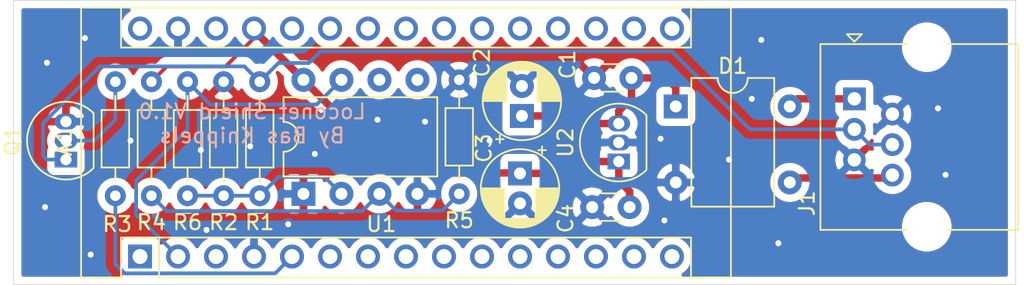
<source format=kicad_pcb>
(kicad_pcb (version 20171130) (host pcbnew "(5.1.6)-1")

  (general
    (thickness 1.6)
    (drawings 5)
    (tracks 88)
    (zones 0)
    (modules 16)
    (nets 39)
  )

  (page A4)
  (layers
    (0 F.Cu signal)
    (31 B.Cu signal)
    (32 B.Adhes user)
    (33 F.Adhes user)
    (34 B.Paste user)
    (35 F.Paste user)
    (36 B.SilkS user)
    (37 F.SilkS user)
    (38 B.Mask user)
    (39 F.Mask user)
    (40 Dwgs.User user)
    (41 Cmts.User user)
    (42 Eco1.User user)
    (43 Eco2.User user)
    (44 Edge.Cuts user)
    (45 Margin user)
    (46 B.CrtYd user)
    (47 F.CrtYd user)
    (48 B.Fab user)
    (49 F.Fab user hide)
  )

  (setup
    (last_trace_width 0.5)
    (user_trace_width 0.5)
    (trace_clearance 0.2)
    (zone_clearance 0.508)
    (zone_45_only no)
    (trace_min 0.2)
    (via_size 0.8)
    (via_drill 0.4)
    (via_min_size 0.4)
    (via_min_drill 0.3)
    (uvia_size 0.3)
    (uvia_drill 0.1)
    (uvias_allowed no)
    (uvia_min_size 0.2)
    (uvia_min_drill 0.1)
    (edge_width 0.05)
    (segment_width 0.2)
    (pcb_text_width 0.3)
    (pcb_text_size 1.5 1.5)
    (mod_edge_width 0.12)
    (mod_text_size 1 1)
    (mod_text_width 0.15)
    (pad_size 1.524 1.524)
    (pad_drill 0.762)
    (pad_to_mask_clearance 0.05)
    (aux_axis_origin 0 0)
    (visible_elements FFFFFF7F)
    (pcbplotparams
      (layerselection 0x010fc_ffffffff)
      (usegerberextensions false)
      (usegerberattributes true)
      (usegerberadvancedattributes true)
      (creategerberjobfile true)
      (excludeedgelayer true)
      (linewidth 0.100000)
      (plotframeref false)
      (viasonmask false)
      (mode 1)
      (useauxorigin false)
      (hpglpennumber 1)
      (hpglpenspeed 20)
      (hpglpendiameter 15.000000)
      (psnegative false)
      (psa4output false)
      (plotreference true)
      (plotvalue true)
      (plotinvisibletext false)
      (padsonsilk false)
      (subtractmaskfromsilk false)
      (outputformat 1)
      (mirror false)
      (drillshape 0)
      (scaleselection 1)
      (outputdirectory ""))
  )

  (net 0 "")
  (net 1 "Net-(A1-Pad16)")
  (net 2 "Net-(A1-Pad15)")
  (net 3 "Net-(A1-Pad30)")
  (net 4 "Net-(A1-Pad14)")
  (net 5 GND)
  (net 6 "Net-(A1-Pad13)")
  (net 7 "Net-(A1-Pad28)")
  (net 8 "Net-(A1-Pad12)")
  (net 9 +5V)
  (net 10 "Net-(A1-Pad11)")
  (net 11 "Net-(A1-Pad26)")
  (net 12 "Net-(A1-Pad10)")
  (net 13 "Net-(A1-Pad25)")
  (net 14 "Net-(A1-Pad9)")
  (net 15 "Net-(A1-Pad24)")
  (net 16 "Net-(A1-Pad8)")
  (net 17 "Net-(A1-Pad23)")
  (net 18 "Net-(A1-Pad7)")
  (net 19 "Net-(A1-Pad22)")
  (net 20 "Net-(A1-Pad6)")
  (net 21 "Net-(A1-Pad21)")
  (net 22 /Tx)
  (net 23 "Net-(A1-Pad20)")
  (net 24 "Net-(A1-Pad19)")
  (net 25 "Net-(A1-Pad3)")
  (net 26 "Net-(A1-Pad18)")
  (net 27 /Rx)
  (net 28 "Net-(A1-Pad17)")
  (net 29 "Net-(A1-Pad1)")
  (net 30 +12V)
  (net 31 "Net-(D1-Pad3)")
  (net 32 "Net-(D1-Pad4)")
  (net 33 /Lnet)
  (net 34 "Net-(Q1-Pad2)")
  (net 35 "Net-(R1-Pad1)")
  (net 36 "Net-(R4-Pad1)")
  (net 37 "Net-(U1-Pad6)")
  (net 38 "Net-(U1-Pad5)")

  (net_class Default "This is the default net class."
    (clearance 0.2)
    (trace_width 0.25)
    (via_dia 0.8)
    (via_drill 0.4)
    (uvia_dia 0.3)
    (uvia_drill 0.1)
    (add_net +12V)
    (add_net +5V)
    (add_net /Lnet)
    (add_net /Rx)
    (add_net /Tx)
    (add_net GND)
    (add_net "Net-(A1-Pad1)")
    (add_net "Net-(A1-Pad10)")
    (add_net "Net-(A1-Pad11)")
    (add_net "Net-(A1-Pad12)")
    (add_net "Net-(A1-Pad13)")
    (add_net "Net-(A1-Pad14)")
    (add_net "Net-(A1-Pad15)")
    (add_net "Net-(A1-Pad16)")
    (add_net "Net-(A1-Pad17)")
    (add_net "Net-(A1-Pad18)")
    (add_net "Net-(A1-Pad19)")
    (add_net "Net-(A1-Pad20)")
    (add_net "Net-(A1-Pad21)")
    (add_net "Net-(A1-Pad22)")
    (add_net "Net-(A1-Pad23)")
    (add_net "Net-(A1-Pad24)")
    (add_net "Net-(A1-Pad25)")
    (add_net "Net-(A1-Pad26)")
    (add_net "Net-(A1-Pad28)")
    (add_net "Net-(A1-Pad3)")
    (add_net "Net-(A1-Pad30)")
    (add_net "Net-(A1-Pad6)")
    (add_net "Net-(A1-Pad7)")
    (add_net "Net-(A1-Pad8)")
    (add_net "Net-(A1-Pad9)")
    (add_net "Net-(D1-Pad3)")
    (add_net "Net-(D1-Pad4)")
    (add_net "Net-(Q1-Pad2)")
    (add_net "Net-(R1-Pad1)")
    (add_net "Net-(R4-Pad1)")
    (add_net "Net-(U1-Pad5)")
    (add_net "Net-(U1-Pad6)")
  )

  (module Connector_RJ:RJ25_Wayconn_MJEA-660X1_Horizontal (layer F.Cu) (tedit 5DC188C6) (tstamp 622FA17A)
    (at 251.714 84.582 90)
    (descr "RJ25 6P6C Socket 90 degrees, https://wayconn.com/wp-content/themes/way/datasheet/MJEA-660X1XXX_RJ25_6P6C_PCB_RA.pdf")
    (tags "RJ12 RJ18 RJ25 jack connector 6P6C")
    (path /6233B567)
    (fp_text reference J1 (at -6.985 -3.175 90) (layer F.SilkS)
      (effects (font (size 1 1) (thickness 0.15)))
    )
    (fp_text value RJ12 (at -2.55 12.315 90) (layer F.Fab)
      (effects (font (size 1 1) (thickness 0.15)))
    )
    (fp_text user %R (at -2.55 4.445 90) (layer F.Fab)
      (effects (font (size 1 1) (thickness 0.15)))
    )
    (fp_line (start -8.76 -2.27) (end -8.76 3.47) (layer F.SilkS) (width 0.12))
    (fp_line (start 3.66 -2.27) (end 3.66 3.47) (layer F.SilkS) (width 0.12))
    (fp_line (start -8.76 10.95) (end 3.66 10.95) (layer F.SilkS) (width 0.12))
    (fp_line (start -8.76 -2.27) (end 3.66 -2.27) (layer F.SilkS) (width 0.12))
    (fp_line (start -8.76 6.22) (end -8.76 10.95) (layer F.SilkS) (width 0.12))
    (fp_line (start 3.66 6.22) (end 3.66 10.95) (layer F.SilkS) (width 0.12))
    (fp_line (start -10.2 -2.66) (end 5.1 -2.66) (layer F.CrtYd) (width 0.05))
    (fp_line (start -10.2 -2.66) (end -10.2 11.34) (layer F.CrtYd) (width 0.05))
    (fp_line (start 5.1 11.34) (end 5.1 -2.66) (layer F.CrtYd) (width 0.05))
    (fp_line (start 5.1 11.34) (end -10.2 11.34) (layer F.CrtYd) (width 0.05))
    (fp_line (start -8.65 -2.16) (end -8.65 3.47) (layer F.Fab) (width 0.1))
    (fp_line (start -8.65 10.84) (end 3.55 10.84) (layer F.Fab) (width 0.1))
    (fp_line (start 3.55 6.22) (end 3.55 10.84) (layer F.Fab) (width 0.1))
    (fp_line (start -8.65 6.22) (end -8.65 10.84) (layer F.Fab) (width 0.1))
    (fp_line (start -8.65 -2.16) (end 3.55 -2.16) (layer F.Fab) (width 0.1))
    (fp_line (start 3.55 0.5) (end 3.55 3.47) (layer F.Fab) (width 0.1))
    (fp_line (start 3.55 -2.16) (end 3.55 -0.5) (layer F.Fab) (width 0.1))
    (fp_line (start 3.55 -0.5) (end 3.05 0) (layer F.Fab) (width 0.1))
    (fp_line (start 3.05 0) (end 3.55 0.5) (layer F.Fab) (width 0.1))
    (fp_line (start 3.82 0) (end 4.32 0.5) (layer F.SilkS) (width 0.12))
    (fp_line (start 4.32 -0.5) (end 3.82 0) (layer F.SilkS) (width 0.12))
    (fp_line (start 4.32 -0.5) (end 4.32 0.5) (layer F.SilkS) (width 0.12))
    (pad "" np_thru_hole circle (at -8.55 4.84 90) (size 2.3 2.3) (drill 2.3) (layers *.Cu *.Mask))
    (pad "" np_thru_hole circle (at 3.45 4.84 90) (size 2.3 2.3) (drill 2.3) (layers *.Cu *.Mask))
    (pad 6 thru_hole circle (at -5.1 2.54 90) (size 1.52 1.52) (drill 0.9) (layers *.Cu *.Mask)
      (net 31 "Net-(D1-Pad3)"))
    (pad 5 thru_hole circle (at -4.08 0 90) (size 1.52 1.52) (drill 0.9) (layers *.Cu *.Mask)
      (net 5 GND))
    (pad 4 thru_hole circle (at -3.06 2.54 90) (size 1.52 1.52) (drill 0.9) (layers *.Cu *.Mask)
      (net 33 /Lnet))
    (pad 3 thru_hole circle (at -2.04 0 90) (size 1.52 1.52) (drill 0.9) (layers *.Cu *.Mask)
      (net 33 /Lnet))
    (pad 2 thru_hole circle (at -1.02 2.54 90) (size 1.52 1.52) (drill 0.9) (layers *.Cu *.Mask)
      (net 5 GND))
    (pad 1 thru_hole rect (at 0 0 90) (size 1.52 1.52) (drill 0.9) (layers *.Cu *.Mask)
      (net 32 "Net-(D1-Pad4)"))
    (model ${KISYS3DMOD}/Connector_RJ.3dshapes/RJ25_Wayconn_MJEA-660X1_Horizontal.wrl
      (at (xyz 0 0 0))
      (scale (xyz 1 1 1))
      (rotate (xyz 0 0 0))
    )
  )

  (module Package_TO_SOT_THT:TO-92_Inline (layer F.Cu) (tedit 5A1DD157) (tstamp 622FA244)
    (at 235.966 88.773 90)
    (descr "TO-92 leads in-line, narrow, oval pads, drill 0.75mm (see NXP sot054_po.pdf)")
    (tags "to-92 sc-43 sc-43a sot54 PA33 transistor")
    (path /62300092)
    (fp_text reference U2 (at 1.27 -3.56 90) (layer F.SilkS)
      (effects (font (size 1 1) (thickness 0.15)))
    )
    (fp_text value L78L05_TO92 (at 1.27 2.79 90) (layer F.Fab)
      (effects (font (size 1 1) (thickness 0.15)))
    )
    (fp_arc (start 1.27 0) (end 1.27 -2.6) (angle 135) (layer F.SilkS) (width 0.12))
    (fp_arc (start 1.27 0) (end 1.27 -2.48) (angle -135) (layer F.Fab) (width 0.1))
    (fp_arc (start 1.27 0) (end 1.27 -2.6) (angle -135) (layer F.SilkS) (width 0.12))
    (fp_arc (start 1.27 0) (end 1.27 -2.48) (angle 135) (layer F.Fab) (width 0.1))
    (fp_text user %R (at 1.27 -3.56 90) (layer F.Fab)
      (effects (font (size 1 1) (thickness 0.15)))
    )
    (fp_line (start -0.53 1.85) (end 3.07 1.85) (layer F.SilkS) (width 0.12))
    (fp_line (start -0.5 1.75) (end 3 1.75) (layer F.Fab) (width 0.1))
    (fp_line (start -1.46 -2.73) (end 4 -2.73) (layer F.CrtYd) (width 0.05))
    (fp_line (start -1.46 -2.73) (end -1.46 2.01) (layer F.CrtYd) (width 0.05))
    (fp_line (start 4 2.01) (end 4 -2.73) (layer F.CrtYd) (width 0.05))
    (fp_line (start 4 2.01) (end -1.46 2.01) (layer F.CrtYd) (width 0.05))
    (pad 1 thru_hole rect (at 0 0 90) (size 1.05 1.5) (drill 0.75) (layers *.Cu *.Mask)
      (net 9 +5V))
    (pad 3 thru_hole oval (at 2.54 0 90) (size 1.05 1.5) (drill 0.75) (layers *.Cu *.Mask)
      (net 30 +12V))
    (pad 2 thru_hole oval (at 1.27 0 90) (size 1.05 1.5) (drill 0.75) (layers *.Cu *.Mask)
      (net 5 GND))
    (model ${KISYS3DMOD}/Package_TO_SOT_THT.3dshapes/TO-92_Inline.wrl
      (at (xyz 0 0 0))
      (scale (xyz 1 1 1))
      (rotate (xyz 0 0 0))
    )
  )

  (module Package_DIP:DIP-8_W7.62mm (layer F.Cu) (tedit 5A02E8C5) (tstamp 622FA232)
    (at 214.884 90.932 90)
    (descr "8-lead though-hole mounted DIP package, row spacing 7.62 mm (300 mils)")
    (tags "THT DIP DIL PDIP 2.54mm 7.62mm 300mil")
    (path /622FF0DD)
    (fp_text reference U1 (at -2.032 5.207 180) (layer F.SilkS)
      (effects (font (size 1 1) (thickness 0.15)))
    )
    (fp_text value LM311 (at 3.81 9.95 90) (layer F.Fab)
      (effects (font (size 1 1) (thickness 0.15)))
    )
    (fp_text user %R (at 3.81 3.81 90) (layer F.Fab)
      (effects (font (size 1 1) (thickness 0.15)))
    )
    (fp_arc (start 3.81 -1.33) (end 2.81 -1.33) (angle -180) (layer F.SilkS) (width 0.12))
    (fp_line (start 1.635 -1.27) (end 6.985 -1.27) (layer F.Fab) (width 0.1))
    (fp_line (start 6.985 -1.27) (end 6.985 8.89) (layer F.Fab) (width 0.1))
    (fp_line (start 6.985 8.89) (end 0.635 8.89) (layer F.Fab) (width 0.1))
    (fp_line (start 0.635 8.89) (end 0.635 -0.27) (layer F.Fab) (width 0.1))
    (fp_line (start 0.635 -0.27) (end 1.635 -1.27) (layer F.Fab) (width 0.1))
    (fp_line (start 2.81 -1.33) (end 1.16 -1.33) (layer F.SilkS) (width 0.12))
    (fp_line (start 1.16 -1.33) (end 1.16 8.95) (layer F.SilkS) (width 0.12))
    (fp_line (start 1.16 8.95) (end 6.46 8.95) (layer F.SilkS) (width 0.12))
    (fp_line (start 6.46 8.95) (end 6.46 -1.33) (layer F.SilkS) (width 0.12))
    (fp_line (start 6.46 -1.33) (end 4.81 -1.33) (layer F.SilkS) (width 0.12))
    (fp_line (start -1.1 -1.55) (end -1.1 9.15) (layer F.CrtYd) (width 0.05))
    (fp_line (start -1.1 9.15) (end 8.7 9.15) (layer F.CrtYd) (width 0.05))
    (fp_line (start 8.7 9.15) (end 8.7 -1.55) (layer F.CrtYd) (width 0.05))
    (fp_line (start 8.7 -1.55) (end -1.1 -1.55) (layer F.CrtYd) (width 0.05))
    (pad 8 thru_hole oval (at 7.62 0 90) (size 1.6 1.6) (drill 0.8) (layers *.Cu *.Mask)
      (net 9 +5V))
    (pad 4 thru_hole oval (at 0 7.62 90) (size 1.6 1.6) (drill 0.8) (layers *.Cu *.Mask)
      (net 5 GND))
    (pad 7 thru_hole oval (at 7.62 2.54 90) (size 1.6 1.6) (drill 0.8) (layers *.Cu *.Mask)
      (net 27 /Rx))
    (pad 3 thru_hole oval (at 0 5.08 90) (size 1.6 1.6) (drill 0.8) (layers *.Cu *.Mask)
      (net 36 "Net-(R4-Pad1)"))
    (pad 6 thru_hole oval (at 7.62 5.08 90) (size 1.6 1.6) (drill 0.8) (layers *.Cu *.Mask)
      (net 37 "Net-(U1-Pad6)"))
    (pad 2 thru_hole oval (at 0 2.54 90) (size 1.6 1.6) (drill 0.8) (layers *.Cu *.Mask)
      (net 35 "Net-(R1-Pad1)"))
    (pad 5 thru_hole oval (at 7.62 7.62 90) (size 1.6 1.6) (drill 0.8) (layers *.Cu *.Mask)
      (net 38 "Net-(U1-Pad5)"))
    (pad 1 thru_hole rect (at 0 0 90) (size 1.6 1.6) (drill 0.8) (layers *.Cu *.Mask)
      (net 5 GND))
    (model ${KISYS3DMOD}/Package_DIP.3dshapes/DIP-8_W7.62mm.wrl
      (at (xyz 0 0 0))
      (scale (xyz 1 1 1))
      (rotate (xyz 0 0 0))
    )
  )

  (module Resistor_THT:R_Axial_DIN0204_L3.6mm_D1.6mm_P7.62mm_Horizontal (layer F.Cu) (tedit 5AE5139B) (tstamp 622FA216)
    (at 207.137 83.439 270)
    (descr "Resistor, Axial_DIN0204 series, Axial, Horizontal, pin pitch=7.62mm, 0.167W, length*diameter=3.6*1.6mm^2, http://cdn-reichelt.de/documents/datenblatt/B400/1_4W%23YAG.pdf")
    (tags "Resistor Axial_DIN0204 series Axial Horizontal pin pitch 7.62mm 0.167W length 3.6mm diameter 1.6mm")
    (path /6230A2FB)
    (fp_text reference R6 (at 9.398 0 180) (layer F.SilkS)
      (effects (font (size 1 1) (thickness 0.15)))
    )
    (fp_text value 220k (at 3.81 1.92 90) (layer F.Fab)
      (effects (font (size 1 1) (thickness 0.15)))
    )
    (fp_text user %R (at 3.81 0 90) (layer F.Fab)
      (effects (font (size 0.72 0.72) (thickness 0.108)))
    )
    (fp_line (start 2.01 -0.8) (end 2.01 0.8) (layer F.Fab) (width 0.1))
    (fp_line (start 2.01 0.8) (end 5.61 0.8) (layer F.Fab) (width 0.1))
    (fp_line (start 5.61 0.8) (end 5.61 -0.8) (layer F.Fab) (width 0.1))
    (fp_line (start 5.61 -0.8) (end 2.01 -0.8) (layer F.Fab) (width 0.1))
    (fp_line (start 0 0) (end 2.01 0) (layer F.Fab) (width 0.1))
    (fp_line (start 7.62 0) (end 5.61 0) (layer F.Fab) (width 0.1))
    (fp_line (start 1.89 -0.92) (end 1.89 0.92) (layer F.SilkS) (width 0.12))
    (fp_line (start 1.89 0.92) (end 5.73 0.92) (layer F.SilkS) (width 0.12))
    (fp_line (start 5.73 0.92) (end 5.73 -0.92) (layer F.SilkS) (width 0.12))
    (fp_line (start 5.73 -0.92) (end 1.89 -0.92) (layer F.SilkS) (width 0.12))
    (fp_line (start 0.94 0) (end 1.89 0) (layer F.SilkS) (width 0.12))
    (fp_line (start 6.68 0) (end 5.73 0) (layer F.SilkS) (width 0.12))
    (fp_line (start -0.95 -1.05) (end -0.95 1.05) (layer F.CrtYd) (width 0.05))
    (fp_line (start -0.95 1.05) (end 8.57 1.05) (layer F.CrtYd) (width 0.05))
    (fp_line (start 8.57 1.05) (end 8.57 -1.05) (layer F.CrtYd) (width 0.05))
    (fp_line (start 8.57 -1.05) (end -0.95 -1.05) (layer F.CrtYd) (width 0.05))
    (pad 2 thru_hole oval (at 7.62 0 270) (size 1.4 1.4) (drill 0.7) (layers *.Cu *.Mask)
      (net 35 "Net-(R1-Pad1)"))
    (pad 1 thru_hole circle (at 0 0 270) (size 1.4 1.4) (drill 0.7) (layers *.Cu *.Mask)
      (net 27 /Rx))
    (model ${KISYS3DMOD}/Resistor_THT.3dshapes/R_Axial_DIN0204_L3.6mm_D1.6mm_P7.62mm_Horizontal.wrl
      (at (xyz 0 0 0))
      (scale (xyz 1 1 1))
      (rotate (xyz 0 0 0))
    )
  )

  (module Resistor_THT:R_Axial_DIN0204_L3.6mm_D1.6mm_P7.62mm_Horizontal (layer F.Cu) (tedit 5AE5139B) (tstamp 622FA1FF)
    (at 225.298 83.312 270)
    (descr "Resistor, Axial_DIN0204 series, Axial, Horizontal, pin pitch=7.62mm, 0.167W, length*diameter=3.6*1.6mm^2, http://cdn-reichelt.de/documents/datenblatt/B400/1_4W%23YAG.pdf")
    (tags "Resistor Axial_DIN0204 series Axial Horizontal pin pitch 7.62mm 0.167W length 3.6mm diameter 1.6mm")
    (path /6230B975)
    (fp_text reference R5 (at 9.398 0 180) (layer F.SilkS)
      (effects (font (size 1 1) (thickness 0.15)))
    )
    (fp_text value 22k (at 3.81 1.92 90) (layer F.Fab)
      (effects (font (size 1 1) (thickness 0.15)))
    )
    (fp_text user %R (at 3.81 0 90) (layer F.Fab)
      (effects (font (size 0.72 0.72) (thickness 0.108)))
    )
    (fp_line (start 2.01 -0.8) (end 2.01 0.8) (layer F.Fab) (width 0.1))
    (fp_line (start 2.01 0.8) (end 5.61 0.8) (layer F.Fab) (width 0.1))
    (fp_line (start 5.61 0.8) (end 5.61 -0.8) (layer F.Fab) (width 0.1))
    (fp_line (start 5.61 -0.8) (end 2.01 -0.8) (layer F.Fab) (width 0.1))
    (fp_line (start 0 0) (end 2.01 0) (layer F.Fab) (width 0.1))
    (fp_line (start 7.62 0) (end 5.61 0) (layer F.Fab) (width 0.1))
    (fp_line (start 1.89 -0.92) (end 1.89 0.92) (layer F.SilkS) (width 0.12))
    (fp_line (start 1.89 0.92) (end 5.73 0.92) (layer F.SilkS) (width 0.12))
    (fp_line (start 5.73 0.92) (end 5.73 -0.92) (layer F.SilkS) (width 0.12))
    (fp_line (start 5.73 -0.92) (end 1.89 -0.92) (layer F.SilkS) (width 0.12))
    (fp_line (start 0.94 0) (end 1.89 0) (layer F.SilkS) (width 0.12))
    (fp_line (start 6.68 0) (end 5.73 0) (layer F.SilkS) (width 0.12))
    (fp_line (start -0.95 -1.05) (end -0.95 1.05) (layer F.CrtYd) (width 0.05))
    (fp_line (start -0.95 1.05) (end 8.57 1.05) (layer F.CrtYd) (width 0.05))
    (fp_line (start 8.57 1.05) (end 8.57 -1.05) (layer F.CrtYd) (width 0.05))
    (fp_line (start 8.57 -1.05) (end -0.95 -1.05) (layer F.CrtYd) (width 0.05))
    (pad 2 thru_hole oval (at 7.62 0 270) (size 1.4 1.4) (drill 0.7) (layers *.Cu *.Mask)
      (net 36 "Net-(R4-Pad1)"))
    (pad 1 thru_hole circle (at 0 0 270) (size 1.4 1.4) (drill 0.7) (layers *.Cu *.Mask)
      (net 5 GND))
    (model ${KISYS3DMOD}/Resistor_THT.3dshapes/R_Axial_DIN0204_L3.6mm_D1.6mm_P7.62mm_Horizontal.wrl
      (at (xyz 0 0 0))
      (scale (xyz 1 1 1))
      (rotate (xyz 0 0 0))
    )
  )

  (module Resistor_THT:R_Axial_DIN0204_L3.6mm_D1.6mm_P7.62mm_Horizontal (layer F.Cu) (tedit 5AE5139B) (tstamp 622FA1E8)
    (at 204.724 91.059 90)
    (descr "Resistor, Axial_DIN0204 series, Axial, Horizontal, pin pitch=7.62mm, 0.167W, length*diameter=3.6*1.6mm^2, http://cdn-reichelt.de/documents/datenblatt/B400/1_4W%23YAG.pdf")
    (tags "Resistor Axial_DIN0204 series Axial Horizontal pin pitch 7.62mm 0.167W length 3.6mm diameter 1.6mm")
    (path /6230B4FF)
    (fp_text reference R4 (at -1.778 0 180) (layer F.SilkS)
      (effects (font (size 1 1) (thickness 0.15)))
    )
    (fp_text value 10k (at 3.81 1.92 90) (layer F.Fab)
      (effects (font (size 1 1) (thickness 0.15)))
    )
    (fp_text user %R (at 3.81 0 90) (layer F.Fab)
      (effects (font (size 0.72 0.72) (thickness 0.108)))
    )
    (fp_line (start 2.01 -0.8) (end 2.01 0.8) (layer F.Fab) (width 0.1))
    (fp_line (start 2.01 0.8) (end 5.61 0.8) (layer F.Fab) (width 0.1))
    (fp_line (start 5.61 0.8) (end 5.61 -0.8) (layer F.Fab) (width 0.1))
    (fp_line (start 5.61 -0.8) (end 2.01 -0.8) (layer F.Fab) (width 0.1))
    (fp_line (start 0 0) (end 2.01 0) (layer F.Fab) (width 0.1))
    (fp_line (start 7.62 0) (end 5.61 0) (layer F.Fab) (width 0.1))
    (fp_line (start 1.89 -0.92) (end 1.89 0.92) (layer F.SilkS) (width 0.12))
    (fp_line (start 1.89 0.92) (end 5.73 0.92) (layer F.SilkS) (width 0.12))
    (fp_line (start 5.73 0.92) (end 5.73 -0.92) (layer F.SilkS) (width 0.12))
    (fp_line (start 5.73 -0.92) (end 1.89 -0.92) (layer F.SilkS) (width 0.12))
    (fp_line (start 0.94 0) (end 1.89 0) (layer F.SilkS) (width 0.12))
    (fp_line (start 6.68 0) (end 5.73 0) (layer F.SilkS) (width 0.12))
    (fp_line (start -0.95 -1.05) (end -0.95 1.05) (layer F.CrtYd) (width 0.05))
    (fp_line (start -0.95 1.05) (end 8.57 1.05) (layer F.CrtYd) (width 0.05))
    (fp_line (start 8.57 1.05) (end 8.57 -1.05) (layer F.CrtYd) (width 0.05))
    (fp_line (start 8.57 -1.05) (end -0.95 -1.05) (layer F.CrtYd) (width 0.05))
    (pad 2 thru_hole oval (at 7.62 0 90) (size 1.4 1.4) (drill 0.7) (layers *.Cu *.Mask)
      (net 9 +5V))
    (pad 1 thru_hole circle (at 0 0 90) (size 1.4 1.4) (drill 0.7) (layers *.Cu *.Mask)
      (net 36 "Net-(R4-Pad1)"))
    (model ${KISYS3DMOD}/Resistor_THT.3dshapes/R_Axial_DIN0204_L3.6mm_D1.6mm_P7.62mm_Horizontal.wrl
      (at (xyz 0 0 0))
      (scale (xyz 1 1 1))
      (rotate (xyz 0 0 0))
    )
  )

  (module Resistor_THT:R_Axial_DIN0204_L3.6mm_D1.6mm_P7.62mm_Horizontal (layer F.Cu) (tedit 5AE5139B) (tstamp 622FA1D1)
    (at 202.311 91.059 90)
    (descr "Resistor, Axial_DIN0204 series, Axial, Horizontal, pin pitch=7.62mm, 0.167W, length*diameter=3.6*1.6mm^2, http://cdn-reichelt.de/documents/datenblatt/B400/1_4W%23YAG.pdf")
    (tags "Resistor Axial_DIN0204 series Axial Horizontal pin pitch 7.62mm 0.167W length 3.6mm diameter 1.6mm")
    (path /62306210)
    (fp_text reference R3 (at -1.905 0.127 180) (layer F.SilkS)
      (effects (font (size 1 1) (thickness 0.15)))
    )
    (fp_text value 4k7 (at 3.81 1.92 90) (layer F.Fab)
      (effects (font (size 1 1) (thickness 0.15)))
    )
    (fp_text user %R (at 3.81 0 90) (layer F.Fab)
      (effects (font (size 0.72 0.72) (thickness 0.108)))
    )
    (fp_line (start 2.01 -0.8) (end 2.01 0.8) (layer F.Fab) (width 0.1))
    (fp_line (start 2.01 0.8) (end 5.61 0.8) (layer F.Fab) (width 0.1))
    (fp_line (start 5.61 0.8) (end 5.61 -0.8) (layer F.Fab) (width 0.1))
    (fp_line (start 5.61 -0.8) (end 2.01 -0.8) (layer F.Fab) (width 0.1))
    (fp_line (start 0 0) (end 2.01 0) (layer F.Fab) (width 0.1))
    (fp_line (start 7.62 0) (end 5.61 0) (layer F.Fab) (width 0.1))
    (fp_line (start 1.89 -0.92) (end 1.89 0.92) (layer F.SilkS) (width 0.12))
    (fp_line (start 1.89 0.92) (end 5.73 0.92) (layer F.SilkS) (width 0.12))
    (fp_line (start 5.73 0.92) (end 5.73 -0.92) (layer F.SilkS) (width 0.12))
    (fp_line (start 5.73 -0.92) (end 1.89 -0.92) (layer F.SilkS) (width 0.12))
    (fp_line (start 0.94 0) (end 1.89 0) (layer F.SilkS) (width 0.12))
    (fp_line (start 6.68 0) (end 5.73 0) (layer F.SilkS) (width 0.12))
    (fp_line (start -0.95 -1.05) (end -0.95 1.05) (layer F.CrtYd) (width 0.05))
    (fp_line (start -0.95 1.05) (end 8.57 1.05) (layer F.CrtYd) (width 0.05))
    (fp_line (start 8.57 1.05) (end 8.57 -1.05) (layer F.CrtYd) (width 0.05))
    (fp_line (start 8.57 -1.05) (end -0.95 -1.05) (layer F.CrtYd) (width 0.05))
    (pad 2 thru_hole oval (at 7.62 0 90) (size 1.4 1.4) (drill 0.7) (layers *.Cu *.Mask)
      (net 34 "Net-(Q1-Pad2)"))
    (pad 1 thru_hole circle (at 0 0 90) (size 1.4 1.4) (drill 0.7) (layers *.Cu *.Mask)
      (net 22 /Tx))
    (model ${KISYS3DMOD}/Resistor_THT.3dshapes/R_Axial_DIN0204_L3.6mm_D1.6mm_P7.62mm_Horizontal.wrl
      (at (xyz 0 0 0))
      (scale (xyz 1 1 1))
      (rotate (xyz 0 0 0))
    )
  )

  (module Resistor_THT:R_Axial_DIN0204_L3.6mm_D1.6mm_P7.62mm_Horizontal (layer F.Cu) (tedit 5AE5139B) (tstamp 622FA1BA)
    (at 209.55 83.439 270)
    (descr "Resistor, Axial_DIN0204 series, Axial, Horizontal, pin pitch=7.62mm, 0.167W, length*diameter=3.6*1.6mm^2, http://cdn-reichelt.de/documents/datenblatt/B400/1_4W%23YAG.pdf")
    (tags "Resistor Axial_DIN0204 series Axial Horizontal pin pitch 7.62mm 0.167W length 3.6mm diameter 1.6mm")
    (path /62311065)
    (fp_text reference R2 (at 9.398 0 180) (layer F.SilkS)
      (effects (font (size 1 1) (thickness 0.15)))
    )
    (fp_text value 150k (at 3.81 1.92 90) (layer F.Fab)
      (effects (font (size 1 1) (thickness 0.15)))
    )
    (fp_text user %R (at 3.81 0 90) (layer F.Fab)
      (effects (font (size 0.72 0.72) (thickness 0.108)))
    )
    (fp_line (start 2.01 -0.8) (end 2.01 0.8) (layer F.Fab) (width 0.1))
    (fp_line (start 2.01 0.8) (end 5.61 0.8) (layer F.Fab) (width 0.1))
    (fp_line (start 5.61 0.8) (end 5.61 -0.8) (layer F.Fab) (width 0.1))
    (fp_line (start 5.61 -0.8) (end 2.01 -0.8) (layer F.Fab) (width 0.1))
    (fp_line (start 0 0) (end 2.01 0) (layer F.Fab) (width 0.1))
    (fp_line (start 7.62 0) (end 5.61 0) (layer F.Fab) (width 0.1))
    (fp_line (start 1.89 -0.92) (end 1.89 0.92) (layer F.SilkS) (width 0.12))
    (fp_line (start 1.89 0.92) (end 5.73 0.92) (layer F.SilkS) (width 0.12))
    (fp_line (start 5.73 0.92) (end 5.73 -0.92) (layer F.SilkS) (width 0.12))
    (fp_line (start 5.73 -0.92) (end 1.89 -0.92) (layer F.SilkS) (width 0.12))
    (fp_line (start 0.94 0) (end 1.89 0) (layer F.SilkS) (width 0.12))
    (fp_line (start 6.68 0) (end 5.73 0) (layer F.SilkS) (width 0.12))
    (fp_line (start -0.95 -1.05) (end -0.95 1.05) (layer F.CrtYd) (width 0.05))
    (fp_line (start -0.95 1.05) (end 8.57 1.05) (layer F.CrtYd) (width 0.05))
    (fp_line (start 8.57 1.05) (end 8.57 -1.05) (layer F.CrtYd) (width 0.05))
    (fp_line (start 8.57 -1.05) (end -0.95 -1.05) (layer F.CrtYd) (width 0.05))
    (pad 2 thru_hole oval (at 7.62 0 270) (size 1.4 1.4) (drill 0.7) (layers *.Cu *.Mask)
      (net 35 "Net-(R1-Pad1)"))
    (pad 1 thru_hole circle (at 0 0 270) (size 1.4 1.4) (drill 0.7) (layers *.Cu *.Mask)
      (net 5 GND))
    (model ${KISYS3DMOD}/Resistor_THT.3dshapes/R_Axial_DIN0204_L3.6mm_D1.6mm_P7.62mm_Horizontal.wrl
      (at (xyz 0 0 0))
      (scale (xyz 1 1 1))
      (rotate (xyz 0 0 0))
    )
  )

  (module Resistor_THT:R_Axial_DIN0204_L3.6mm_D1.6mm_P7.62mm_Horizontal (layer F.Cu) (tedit 5AE5139B) (tstamp 622FA1A3)
    (at 211.963 91.059 90)
    (descr "Resistor, Axial_DIN0204 series, Axial, Horizontal, pin pitch=7.62mm, 0.167W, length*diameter=3.6*1.6mm^2, http://cdn-reichelt.de/documents/datenblatt/B400/1_4W%23YAG.pdf")
    (tags "Resistor Axial_DIN0204 series Axial Horizontal pin pitch 7.62mm 0.167W length 3.6mm diameter 1.6mm")
    (path /62310D82)
    (fp_text reference R1 (at -1.778 0 180) (layer F.SilkS)
      (effects (font (size 1 1) (thickness 0.15)))
    )
    (fp_text value 47k (at 3.81 1.92 90) (layer F.Fab)
      (effects (font (size 1 1) (thickness 0.15)))
    )
    (fp_text user %R (at 3.81 0 90) (layer F.Fab)
      (effects (font (size 0.72 0.72) (thickness 0.108)))
    )
    (fp_line (start 2.01 -0.8) (end 2.01 0.8) (layer F.Fab) (width 0.1))
    (fp_line (start 2.01 0.8) (end 5.61 0.8) (layer F.Fab) (width 0.1))
    (fp_line (start 5.61 0.8) (end 5.61 -0.8) (layer F.Fab) (width 0.1))
    (fp_line (start 5.61 -0.8) (end 2.01 -0.8) (layer F.Fab) (width 0.1))
    (fp_line (start 0 0) (end 2.01 0) (layer F.Fab) (width 0.1))
    (fp_line (start 7.62 0) (end 5.61 0) (layer F.Fab) (width 0.1))
    (fp_line (start 1.89 -0.92) (end 1.89 0.92) (layer F.SilkS) (width 0.12))
    (fp_line (start 1.89 0.92) (end 5.73 0.92) (layer F.SilkS) (width 0.12))
    (fp_line (start 5.73 0.92) (end 5.73 -0.92) (layer F.SilkS) (width 0.12))
    (fp_line (start 5.73 -0.92) (end 1.89 -0.92) (layer F.SilkS) (width 0.12))
    (fp_line (start 0.94 0) (end 1.89 0) (layer F.SilkS) (width 0.12))
    (fp_line (start 6.68 0) (end 5.73 0) (layer F.SilkS) (width 0.12))
    (fp_line (start -0.95 -1.05) (end -0.95 1.05) (layer F.CrtYd) (width 0.05))
    (fp_line (start -0.95 1.05) (end 8.57 1.05) (layer F.CrtYd) (width 0.05))
    (fp_line (start 8.57 1.05) (end 8.57 -1.05) (layer F.CrtYd) (width 0.05))
    (fp_line (start 8.57 -1.05) (end -0.95 -1.05) (layer F.CrtYd) (width 0.05))
    (pad 2 thru_hole oval (at 7.62 0 90) (size 1.4 1.4) (drill 0.7) (layers *.Cu *.Mask)
      (net 33 /Lnet))
    (pad 1 thru_hole circle (at 0 0 90) (size 1.4 1.4) (drill 0.7) (layers *.Cu *.Mask)
      (net 35 "Net-(R1-Pad1)"))
    (model ${KISYS3DMOD}/Resistor_THT.3dshapes/R_Axial_DIN0204_L3.6mm_D1.6mm_P7.62mm_Horizontal.wrl
      (at (xyz 0 0 0))
      (scale (xyz 1 1 1))
      (rotate (xyz 0 0 0))
    )
  )

  (module Package_TO_SOT_THT:TO-92_Inline (layer F.Cu) (tedit 5A1DD157) (tstamp 622FA18C)
    (at 199.009 88.646 90)
    (descr "TO-92 leads in-line, narrow, oval pads, drill 0.75mm (see NXP sot054_po.pdf)")
    (tags "to-92 sc-43 sc-43a sot54 PA33 transistor")
    (path /62303870)
    (fp_text reference Q1 (at 1.27 -3.56 90) (layer F.SilkS)
      (effects (font (size 1 1) (thickness 0.15)))
    )
    (fp_text value BC547 (at 1.27 2.79 90) (layer F.Fab)
      (effects (font (size 1 1) (thickness 0.15)))
    )
    (fp_arc (start 1.27 0) (end 1.27 -2.6) (angle 135) (layer F.SilkS) (width 0.12))
    (fp_arc (start 1.27 0) (end 1.27 -2.48) (angle -135) (layer F.Fab) (width 0.1))
    (fp_arc (start 1.27 0) (end 1.27 -2.6) (angle -135) (layer F.SilkS) (width 0.12))
    (fp_arc (start 1.27 0) (end 1.27 -2.48) (angle 135) (layer F.Fab) (width 0.1))
    (fp_text user %R (at 1.27 -3.56 90) (layer F.Fab)
      (effects (font (size 1 1) (thickness 0.15)))
    )
    (fp_line (start -0.53 1.85) (end 3.07 1.85) (layer F.SilkS) (width 0.12))
    (fp_line (start -0.5 1.75) (end 3 1.75) (layer F.Fab) (width 0.1))
    (fp_line (start -1.46 -2.73) (end 4 -2.73) (layer F.CrtYd) (width 0.05))
    (fp_line (start -1.46 -2.73) (end -1.46 2.01) (layer F.CrtYd) (width 0.05))
    (fp_line (start 4 2.01) (end 4 -2.73) (layer F.CrtYd) (width 0.05))
    (fp_line (start 4 2.01) (end -1.46 2.01) (layer F.CrtYd) (width 0.05))
    (pad 1 thru_hole rect (at 0 0 90) (size 1.05 1.5) (drill 0.75) (layers *.Cu *.Mask)
      (net 33 /Lnet))
    (pad 3 thru_hole oval (at 2.54 0 90) (size 1.05 1.5) (drill 0.75) (layers *.Cu *.Mask)
      (net 5 GND))
    (pad 2 thru_hole oval (at 1.27 0 90) (size 1.05 1.5) (drill 0.75) (layers *.Cu *.Mask)
      (net 34 "Net-(Q1-Pad2)"))
    (model ${KISYS3DMOD}/Package_TO_SOT_THT.3dshapes/TO-92_Inline.wrl
      (at (xyz 0 0 0))
      (scale (xyz 1 1 1))
      (rotate (xyz 0 0 0))
    )
  )

  (module Diode_THT:Diode_Bridge_DIP-4_W7.62mm_P5.08mm (layer F.Cu) (tedit 5A142105) (tstamp 622FA162)
    (at 239.776 85.09)
    (descr "4-lead dip package for diode bridges, row spacing 7.62 mm (300 mils), see http://cdn-reichelt.de/documents/datenblatt/A400/HDBL101G_20SERIES-TSC.pdf")
    (tags "DIL DIP PDIP 5.08mm 7.62mm 300mil")
    (path /6233CD2F)
    (fp_text reference D1 (at 3.8 -2.7) (layer F.SilkS)
      (effects (font (size 1 1) (thickness 0.15)))
    )
    (fp_text value D_Bridge_+-AA (at 3.8 7.8) (layer F.Fab)
      (effects (font (size 1 1) (thickness 0.15)))
    )
    (fp_arc (start 3.81 -1.9) (end 2.81 -1.9) (angle -180) (layer F.SilkS) (width 0.12))
    (fp_text user %R (at 3.81 2.54) (layer F.Fab)
      (effects (font (size 1 1) (thickness 0.15)))
    )
    (fp_line (start 6.58 -1.9) (end 4.81 -1.9) (layer F.SilkS) (width 0.12))
    (fp_line (start 6.58 6.7) (end 6.58 -1.9) (layer F.SilkS) (width 0.12))
    (fp_line (start 1.04 6.7) (end 6.58 6.7) (layer F.SilkS) (width 0.12))
    (fp_line (start 1.04 -1.9) (end 1.04 6.7) (layer F.SilkS) (width 0.12))
    (fp_line (start 2.81 -1.9) (end 1.04 -1.9) (layer F.SilkS) (width 0.12))
    (fp_line (start 0.635 -0.8) (end 1.635 -1.8) (layer F.Fab) (width 0.1))
    (fp_line (start 0.635 6.6) (end 0.635 -0.8) (layer F.Fab) (width 0.1))
    (fp_line (start 6.985 6.6) (end 0.635 6.6) (layer F.Fab) (width 0.1))
    (fp_line (start 6.985 -1.8) (end 6.985 6.6) (layer F.Fab) (width 0.1))
    (fp_line (start 1.635 -1.8) (end 6.985 -1.8) (layer F.Fab) (width 0.1))
    (fp_line (start -1.05 -2.05) (end 8.67 -2.05) (layer F.CrtYd) (width 0.05))
    (fp_line (start -1.05 -2.05) (end -1.05 6.85) (layer F.CrtYd) (width 0.05))
    (fp_line (start 8.67 6.85) (end 8.67 -2.05) (layer F.CrtYd) (width 0.05))
    (fp_line (start 8.67 6.85) (end -1.05 6.85) (layer F.CrtYd) (width 0.05))
    (pad 1 thru_hole rect (at 0 0) (size 1.6 1.6) (drill 0.8) (layers *.Cu *.Mask)
      (net 30 +12V))
    (pad 3 thru_hole oval (at 7.62 5.08) (size 1.6 1.6) (drill 0.8) (layers *.Cu *.Mask)
      (net 31 "Net-(D1-Pad3)"))
    (pad 2 thru_hole oval (at 0 5.08) (size 1.6 1.6) (drill 0.8) (layers *.Cu *.Mask)
      (net 5 GND))
    (pad 4 thru_hole oval (at 7.62 0) (size 1.6 1.6) (drill 0.8) (layers *.Cu *.Mask)
      (net 32 "Net-(D1-Pad4)"))
    (model ${KISYS3DMOD}/Diode_THT.3dshapes/Diode_Bridge_DIP-4_W7.62mm_P5.08mm.wrl
      (at (xyz 0 0 0))
      (scale (xyz 1 1 1))
      (rotate (xyz 0 0 0))
    )
  )

  (module Capacitor_THT:C_Disc_D3.0mm_W1.6mm_P2.50mm (layer F.Cu) (tedit 5AE50EF0) (tstamp 622FA14A)
    (at 236.688 91.821 180)
    (descr "C, Disc series, Radial, pin pitch=2.50mm, , diameter*width=3.0*1.6mm^2, Capacitor, http://www.vishay.com/docs/45233/krseries.pdf")
    (tags "C Disc series Radial pin pitch 2.50mm  diameter 3.0mm width 1.6mm Capacitor")
    (path /623026E6)
    (fp_text reference C4 (at 4.278 -0.762 90) (layer F.SilkS)
      (effects (font (size 1 1) (thickness 0.15)))
    )
    (fp_text value C (at 1.25 2.05) (layer F.Fab)
      (effects (font (size 1 1) (thickness 0.15)))
    )
    (fp_text user %R (at 1.25 0) (layer F.Fab)
      (effects (font (size 0.6 0.6) (thickness 0.09)))
    )
    (fp_line (start -0.25 -0.8) (end -0.25 0.8) (layer F.Fab) (width 0.1))
    (fp_line (start -0.25 0.8) (end 2.75 0.8) (layer F.Fab) (width 0.1))
    (fp_line (start 2.75 0.8) (end 2.75 -0.8) (layer F.Fab) (width 0.1))
    (fp_line (start 2.75 -0.8) (end -0.25 -0.8) (layer F.Fab) (width 0.1))
    (fp_line (start 0.621 -0.92) (end 1.879 -0.92) (layer F.SilkS) (width 0.12))
    (fp_line (start 0.621 0.92) (end 1.879 0.92) (layer F.SilkS) (width 0.12))
    (fp_line (start -1.05 -1.05) (end -1.05 1.05) (layer F.CrtYd) (width 0.05))
    (fp_line (start -1.05 1.05) (end 3.55 1.05) (layer F.CrtYd) (width 0.05))
    (fp_line (start 3.55 1.05) (end 3.55 -1.05) (layer F.CrtYd) (width 0.05))
    (fp_line (start 3.55 -1.05) (end -1.05 -1.05) (layer F.CrtYd) (width 0.05))
    (pad 2 thru_hole circle (at 2.5 0 180) (size 1.6 1.6) (drill 0.8) (layers *.Cu *.Mask)
      (net 5 GND))
    (pad 1 thru_hole circle (at 0 0 180) (size 1.6 1.6) (drill 0.8) (layers *.Cu *.Mask)
      (net 9 +5V))
    (model ${KISYS3DMOD}/Capacitor_THT.3dshapes/C_Disc_D3.0mm_W1.6mm_P2.50mm.wrl
      (at (xyz 0 0 0))
      (scale (xyz 1 1 1))
      (rotate (xyz 0 0 0))
    )
  )

  (module Capacitor_THT:CP_Radial_D5.0mm_P2.00mm (layer F.Cu) (tedit 5AE50EF0) (tstamp 622FA139)
    (at 229.362 89.567 270)
    (descr "CP, Radial series, Radial, pin pitch=2.00mm, , diameter=5mm, Electrolytic Capacitor")
    (tags "CP Radial series Radial pin pitch 2.00mm  diameter 5mm Electrolytic Capacitor")
    (path /623020C5)
    (fp_text reference C3 (at -1.683 2.413 270) (layer F.SilkS)
      (effects (font (size 1 1) (thickness 0.15)))
    )
    (fp_text value CP (at 1 3.75 90) (layer F.Fab)
      (effects (font (size 1 1) (thickness 0.15)))
    )
    (fp_text user %R (at 1 0 90) (layer F.Fab)
      (effects (font (size 1 1) (thickness 0.15)))
    )
    (fp_circle (center 1 0) (end 3.5 0) (layer F.Fab) (width 0.1))
    (fp_circle (center 1 0) (end 3.62 0) (layer F.SilkS) (width 0.12))
    (fp_circle (center 1 0) (end 3.75 0) (layer F.CrtYd) (width 0.05))
    (fp_line (start -1.133605 -1.0875) (end -0.633605 -1.0875) (layer F.Fab) (width 0.1))
    (fp_line (start -0.883605 -1.3375) (end -0.883605 -0.8375) (layer F.Fab) (width 0.1))
    (fp_line (start 1 1.04) (end 1 2.58) (layer F.SilkS) (width 0.12))
    (fp_line (start 1 -2.58) (end 1 -1.04) (layer F.SilkS) (width 0.12))
    (fp_line (start 1.04 1.04) (end 1.04 2.58) (layer F.SilkS) (width 0.12))
    (fp_line (start 1.04 -2.58) (end 1.04 -1.04) (layer F.SilkS) (width 0.12))
    (fp_line (start 1.08 -2.579) (end 1.08 -1.04) (layer F.SilkS) (width 0.12))
    (fp_line (start 1.08 1.04) (end 1.08 2.579) (layer F.SilkS) (width 0.12))
    (fp_line (start 1.12 -2.578) (end 1.12 -1.04) (layer F.SilkS) (width 0.12))
    (fp_line (start 1.12 1.04) (end 1.12 2.578) (layer F.SilkS) (width 0.12))
    (fp_line (start 1.16 -2.576) (end 1.16 -1.04) (layer F.SilkS) (width 0.12))
    (fp_line (start 1.16 1.04) (end 1.16 2.576) (layer F.SilkS) (width 0.12))
    (fp_line (start 1.2 -2.573) (end 1.2 -1.04) (layer F.SilkS) (width 0.12))
    (fp_line (start 1.2 1.04) (end 1.2 2.573) (layer F.SilkS) (width 0.12))
    (fp_line (start 1.24 -2.569) (end 1.24 -1.04) (layer F.SilkS) (width 0.12))
    (fp_line (start 1.24 1.04) (end 1.24 2.569) (layer F.SilkS) (width 0.12))
    (fp_line (start 1.28 -2.565) (end 1.28 -1.04) (layer F.SilkS) (width 0.12))
    (fp_line (start 1.28 1.04) (end 1.28 2.565) (layer F.SilkS) (width 0.12))
    (fp_line (start 1.32 -2.561) (end 1.32 -1.04) (layer F.SilkS) (width 0.12))
    (fp_line (start 1.32 1.04) (end 1.32 2.561) (layer F.SilkS) (width 0.12))
    (fp_line (start 1.36 -2.556) (end 1.36 -1.04) (layer F.SilkS) (width 0.12))
    (fp_line (start 1.36 1.04) (end 1.36 2.556) (layer F.SilkS) (width 0.12))
    (fp_line (start 1.4 -2.55) (end 1.4 -1.04) (layer F.SilkS) (width 0.12))
    (fp_line (start 1.4 1.04) (end 1.4 2.55) (layer F.SilkS) (width 0.12))
    (fp_line (start 1.44 -2.543) (end 1.44 -1.04) (layer F.SilkS) (width 0.12))
    (fp_line (start 1.44 1.04) (end 1.44 2.543) (layer F.SilkS) (width 0.12))
    (fp_line (start 1.48 -2.536) (end 1.48 -1.04) (layer F.SilkS) (width 0.12))
    (fp_line (start 1.48 1.04) (end 1.48 2.536) (layer F.SilkS) (width 0.12))
    (fp_line (start 1.52 -2.528) (end 1.52 -1.04) (layer F.SilkS) (width 0.12))
    (fp_line (start 1.52 1.04) (end 1.52 2.528) (layer F.SilkS) (width 0.12))
    (fp_line (start 1.56 -2.52) (end 1.56 -1.04) (layer F.SilkS) (width 0.12))
    (fp_line (start 1.56 1.04) (end 1.56 2.52) (layer F.SilkS) (width 0.12))
    (fp_line (start 1.6 -2.511) (end 1.6 -1.04) (layer F.SilkS) (width 0.12))
    (fp_line (start 1.6 1.04) (end 1.6 2.511) (layer F.SilkS) (width 0.12))
    (fp_line (start 1.64 -2.501) (end 1.64 -1.04) (layer F.SilkS) (width 0.12))
    (fp_line (start 1.64 1.04) (end 1.64 2.501) (layer F.SilkS) (width 0.12))
    (fp_line (start 1.68 -2.491) (end 1.68 -1.04) (layer F.SilkS) (width 0.12))
    (fp_line (start 1.68 1.04) (end 1.68 2.491) (layer F.SilkS) (width 0.12))
    (fp_line (start 1.721 -2.48) (end 1.721 -1.04) (layer F.SilkS) (width 0.12))
    (fp_line (start 1.721 1.04) (end 1.721 2.48) (layer F.SilkS) (width 0.12))
    (fp_line (start 1.761 -2.468) (end 1.761 -1.04) (layer F.SilkS) (width 0.12))
    (fp_line (start 1.761 1.04) (end 1.761 2.468) (layer F.SilkS) (width 0.12))
    (fp_line (start 1.801 -2.455) (end 1.801 -1.04) (layer F.SilkS) (width 0.12))
    (fp_line (start 1.801 1.04) (end 1.801 2.455) (layer F.SilkS) (width 0.12))
    (fp_line (start 1.841 -2.442) (end 1.841 -1.04) (layer F.SilkS) (width 0.12))
    (fp_line (start 1.841 1.04) (end 1.841 2.442) (layer F.SilkS) (width 0.12))
    (fp_line (start 1.881 -2.428) (end 1.881 -1.04) (layer F.SilkS) (width 0.12))
    (fp_line (start 1.881 1.04) (end 1.881 2.428) (layer F.SilkS) (width 0.12))
    (fp_line (start 1.921 -2.414) (end 1.921 -1.04) (layer F.SilkS) (width 0.12))
    (fp_line (start 1.921 1.04) (end 1.921 2.414) (layer F.SilkS) (width 0.12))
    (fp_line (start 1.961 -2.398) (end 1.961 -1.04) (layer F.SilkS) (width 0.12))
    (fp_line (start 1.961 1.04) (end 1.961 2.398) (layer F.SilkS) (width 0.12))
    (fp_line (start 2.001 -2.382) (end 2.001 -1.04) (layer F.SilkS) (width 0.12))
    (fp_line (start 2.001 1.04) (end 2.001 2.382) (layer F.SilkS) (width 0.12))
    (fp_line (start 2.041 -2.365) (end 2.041 -1.04) (layer F.SilkS) (width 0.12))
    (fp_line (start 2.041 1.04) (end 2.041 2.365) (layer F.SilkS) (width 0.12))
    (fp_line (start 2.081 -2.348) (end 2.081 -1.04) (layer F.SilkS) (width 0.12))
    (fp_line (start 2.081 1.04) (end 2.081 2.348) (layer F.SilkS) (width 0.12))
    (fp_line (start 2.121 -2.329) (end 2.121 -1.04) (layer F.SilkS) (width 0.12))
    (fp_line (start 2.121 1.04) (end 2.121 2.329) (layer F.SilkS) (width 0.12))
    (fp_line (start 2.161 -2.31) (end 2.161 -1.04) (layer F.SilkS) (width 0.12))
    (fp_line (start 2.161 1.04) (end 2.161 2.31) (layer F.SilkS) (width 0.12))
    (fp_line (start 2.201 -2.29) (end 2.201 -1.04) (layer F.SilkS) (width 0.12))
    (fp_line (start 2.201 1.04) (end 2.201 2.29) (layer F.SilkS) (width 0.12))
    (fp_line (start 2.241 -2.268) (end 2.241 -1.04) (layer F.SilkS) (width 0.12))
    (fp_line (start 2.241 1.04) (end 2.241 2.268) (layer F.SilkS) (width 0.12))
    (fp_line (start 2.281 -2.247) (end 2.281 -1.04) (layer F.SilkS) (width 0.12))
    (fp_line (start 2.281 1.04) (end 2.281 2.247) (layer F.SilkS) (width 0.12))
    (fp_line (start 2.321 -2.224) (end 2.321 -1.04) (layer F.SilkS) (width 0.12))
    (fp_line (start 2.321 1.04) (end 2.321 2.224) (layer F.SilkS) (width 0.12))
    (fp_line (start 2.361 -2.2) (end 2.361 -1.04) (layer F.SilkS) (width 0.12))
    (fp_line (start 2.361 1.04) (end 2.361 2.2) (layer F.SilkS) (width 0.12))
    (fp_line (start 2.401 -2.175) (end 2.401 -1.04) (layer F.SilkS) (width 0.12))
    (fp_line (start 2.401 1.04) (end 2.401 2.175) (layer F.SilkS) (width 0.12))
    (fp_line (start 2.441 -2.149) (end 2.441 -1.04) (layer F.SilkS) (width 0.12))
    (fp_line (start 2.441 1.04) (end 2.441 2.149) (layer F.SilkS) (width 0.12))
    (fp_line (start 2.481 -2.122) (end 2.481 -1.04) (layer F.SilkS) (width 0.12))
    (fp_line (start 2.481 1.04) (end 2.481 2.122) (layer F.SilkS) (width 0.12))
    (fp_line (start 2.521 -2.095) (end 2.521 -1.04) (layer F.SilkS) (width 0.12))
    (fp_line (start 2.521 1.04) (end 2.521 2.095) (layer F.SilkS) (width 0.12))
    (fp_line (start 2.561 -2.065) (end 2.561 -1.04) (layer F.SilkS) (width 0.12))
    (fp_line (start 2.561 1.04) (end 2.561 2.065) (layer F.SilkS) (width 0.12))
    (fp_line (start 2.601 -2.035) (end 2.601 -1.04) (layer F.SilkS) (width 0.12))
    (fp_line (start 2.601 1.04) (end 2.601 2.035) (layer F.SilkS) (width 0.12))
    (fp_line (start 2.641 -2.004) (end 2.641 -1.04) (layer F.SilkS) (width 0.12))
    (fp_line (start 2.641 1.04) (end 2.641 2.004) (layer F.SilkS) (width 0.12))
    (fp_line (start 2.681 -1.971) (end 2.681 -1.04) (layer F.SilkS) (width 0.12))
    (fp_line (start 2.681 1.04) (end 2.681 1.971) (layer F.SilkS) (width 0.12))
    (fp_line (start 2.721 -1.937) (end 2.721 -1.04) (layer F.SilkS) (width 0.12))
    (fp_line (start 2.721 1.04) (end 2.721 1.937) (layer F.SilkS) (width 0.12))
    (fp_line (start 2.761 -1.901) (end 2.761 -1.04) (layer F.SilkS) (width 0.12))
    (fp_line (start 2.761 1.04) (end 2.761 1.901) (layer F.SilkS) (width 0.12))
    (fp_line (start 2.801 -1.864) (end 2.801 -1.04) (layer F.SilkS) (width 0.12))
    (fp_line (start 2.801 1.04) (end 2.801 1.864) (layer F.SilkS) (width 0.12))
    (fp_line (start 2.841 -1.826) (end 2.841 -1.04) (layer F.SilkS) (width 0.12))
    (fp_line (start 2.841 1.04) (end 2.841 1.826) (layer F.SilkS) (width 0.12))
    (fp_line (start 2.881 -1.785) (end 2.881 -1.04) (layer F.SilkS) (width 0.12))
    (fp_line (start 2.881 1.04) (end 2.881 1.785) (layer F.SilkS) (width 0.12))
    (fp_line (start 2.921 -1.743) (end 2.921 -1.04) (layer F.SilkS) (width 0.12))
    (fp_line (start 2.921 1.04) (end 2.921 1.743) (layer F.SilkS) (width 0.12))
    (fp_line (start 2.961 -1.699) (end 2.961 -1.04) (layer F.SilkS) (width 0.12))
    (fp_line (start 2.961 1.04) (end 2.961 1.699) (layer F.SilkS) (width 0.12))
    (fp_line (start 3.001 -1.653) (end 3.001 -1.04) (layer F.SilkS) (width 0.12))
    (fp_line (start 3.001 1.04) (end 3.001 1.653) (layer F.SilkS) (width 0.12))
    (fp_line (start 3.041 -1.605) (end 3.041 1.605) (layer F.SilkS) (width 0.12))
    (fp_line (start 3.081 -1.554) (end 3.081 1.554) (layer F.SilkS) (width 0.12))
    (fp_line (start 3.121 -1.5) (end 3.121 1.5) (layer F.SilkS) (width 0.12))
    (fp_line (start 3.161 -1.443) (end 3.161 1.443) (layer F.SilkS) (width 0.12))
    (fp_line (start 3.201 -1.383) (end 3.201 1.383) (layer F.SilkS) (width 0.12))
    (fp_line (start 3.241 -1.319) (end 3.241 1.319) (layer F.SilkS) (width 0.12))
    (fp_line (start 3.281 -1.251) (end 3.281 1.251) (layer F.SilkS) (width 0.12))
    (fp_line (start 3.321 -1.178) (end 3.321 1.178) (layer F.SilkS) (width 0.12))
    (fp_line (start 3.361 -1.098) (end 3.361 1.098) (layer F.SilkS) (width 0.12))
    (fp_line (start 3.401 -1.011) (end 3.401 1.011) (layer F.SilkS) (width 0.12))
    (fp_line (start 3.441 -0.915) (end 3.441 0.915) (layer F.SilkS) (width 0.12))
    (fp_line (start 3.481 -0.805) (end 3.481 0.805) (layer F.SilkS) (width 0.12))
    (fp_line (start 3.521 -0.677) (end 3.521 0.677) (layer F.SilkS) (width 0.12))
    (fp_line (start 3.561 -0.518) (end 3.561 0.518) (layer F.SilkS) (width 0.12))
    (fp_line (start 3.601 -0.284) (end 3.601 0.284) (layer F.SilkS) (width 0.12))
    (fp_line (start -1.804775 -1.475) (end -1.304775 -1.475) (layer F.SilkS) (width 0.12))
    (fp_line (start -1.554775 -1.725) (end -1.554775 -1.225) (layer F.SilkS) (width 0.12))
    (pad 2 thru_hole circle (at 2 0 270) (size 1.6 1.6) (drill 0.8) (layers *.Cu *.Mask)
      (net 5 GND))
    (pad 1 thru_hole rect (at 0 0 270) (size 1.6 1.6) (drill 0.8) (layers *.Cu *.Mask)
      (net 9 +5V))
    (model ${KISYS3DMOD}/Capacitor_THT.3dshapes/CP_Radial_D5.0mm_P2.00mm.wrl
      (at (xyz 0 0 0))
      (scale (xyz 1 1 1))
      (rotate (xyz 0 0 0))
    )
  )

  (module Capacitor_THT:CP_Radial_D5.0mm_P2.00mm (layer F.Cu) (tedit 5AE50EF0) (tstamp 622FA0B6)
    (at 229.489 85.725 90)
    (descr "CP, Radial series, Radial, pin pitch=2.00mm, , diameter=5mm, Electrolytic Capacitor")
    (tags "CP Radial series Radial pin pitch 2.00mm  diameter 5mm Electrolytic Capacitor")
    (path /62301995)
    (fp_text reference C2 (at 3.556 -2.667 90) (layer F.SilkS)
      (effects (font (size 1 1) (thickness 0.15)))
    )
    (fp_text value CP (at 1 3.75 90) (layer F.Fab)
      (effects (font (size 1 1) (thickness 0.15)))
    )
    (fp_text user %R (at 1 0 90) (layer F.Fab)
      (effects (font (size 1 1) (thickness 0.15)))
    )
    (fp_circle (center 1 0) (end 3.5 0) (layer F.Fab) (width 0.1))
    (fp_circle (center 1 0) (end 3.62 0) (layer F.SilkS) (width 0.12))
    (fp_circle (center 1 0) (end 3.75 0) (layer F.CrtYd) (width 0.05))
    (fp_line (start -1.133605 -1.0875) (end -0.633605 -1.0875) (layer F.Fab) (width 0.1))
    (fp_line (start -0.883605 -1.3375) (end -0.883605 -0.8375) (layer F.Fab) (width 0.1))
    (fp_line (start 1 1.04) (end 1 2.58) (layer F.SilkS) (width 0.12))
    (fp_line (start 1 -2.58) (end 1 -1.04) (layer F.SilkS) (width 0.12))
    (fp_line (start 1.04 1.04) (end 1.04 2.58) (layer F.SilkS) (width 0.12))
    (fp_line (start 1.04 -2.58) (end 1.04 -1.04) (layer F.SilkS) (width 0.12))
    (fp_line (start 1.08 -2.579) (end 1.08 -1.04) (layer F.SilkS) (width 0.12))
    (fp_line (start 1.08 1.04) (end 1.08 2.579) (layer F.SilkS) (width 0.12))
    (fp_line (start 1.12 -2.578) (end 1.12 -1.04) (layer F.SilkS) (width 0.12))
    (fp_line (start 1.12 1.04) (end 1.12 2.578) (layer F.SilkS) (width 0.12))
    (fp_line (start 1.16 -2.576) (end 1.16 -1.04) (layer F.SilkS) (width 0.12))
    (fp_line (start 1.16 1.04) (end 1.16 2.576) (layer F.SilkS) (width 0.12))
    (fp_line (start 1.2 -2.573) (end 1.2 -1.04) (layer F.SilkS) (width 0.12))
    (fp_line (start 1.2 1.04) (end 1.2 2.573) (layer F.SilkS) (width 0.12))
    (fp_line (start 1.24 -2.569) (end 1.24 -1.04) (layer F.SilkS) (width 0.12))
    (fp_line (start 1.24 1.04) (end 1.24 2.569) (layer F.SilkS) (width 0.12))
    (fp_line (start 1.28 -2.565) (end 1.28 -1.04) (layer F.SilkS) (width 0.12))
    (fp_line (start 1.28 1.04) (end 1.28 2.565) (layer F.SilkS) (width 0.12))
    (fp_line (start 1.32 -2.561) (end 1.32 -1.04) (layer F.SilkS) (width 0.12))
    (fp_line (start 1.32 1.04) (end 1.32 2.561) (layer F.SilkS) (width 0.12))
    (fp_line (start 1.36 -2.556) (end 1.36 -1.04) (layer F.SilkS) (width 0.12))
    (fp_line (start 1.36 1.04) (end 1.36 2.556) (layer F.SilkS) (width 0.12))
    (fp_line (start 1.4 -2.55) (end 1.4 -1.04) (layer F.SilkS) (width 0.12))
    (fp_line (start 1.4 1.04) (end 1.4 2.55) (layer F.SilkS) (width 0.12))
    (fp_line (start 1.44 -2.543) (end 1.44 -1.04) (layer F.SilkS) (width 0.12))
    (fp_line (start 1.44 1.04) (end 1.44 2.543) (layer F.SilkS) (width 0.12))
    (fp_line (start 1.48 -2.536) (end 1.48 -1.04) (layer F.SilkS) (width 0.12))
    (fp_line (start 1.48 1.04) (end 1.48 2.536) (layer F.SilkS) (width 0.12))
    (fp_line (start 1.52 -2.528) (end 1.52 -1.04) (layer F.SilkS) (width 0.12))
    (fp_line (start 1.52 1.04) (end 1.52 2.528) (layer F.SilkS) (width 0.12))
    (fp_line (start 1.56 -2.52) (end 1.56 -1.04) (layer F.SilkS) (width 0.12))
    (fp_line (start 1.56 1.04) (end 1.56 2.52) (layer F.SilkS) (width 0.12))
    (fp_line (start 1.6 -2.511) (end 1.6 -1.04) (layer F.SilkS) (width 0.12))
    (fp_line (start 1.6 1.04) (end 1.6 2.511) (layer F.SilkS) (width 0.12))
    (fp_line (start 1.64 -2.501) (end 1.64 -1.04) (layer F.SilkS) (width 0.12))
    (fp_line (start 1.64 1.04) (end 1.64 2.501) (layer F.SilkS) (width 0.12))
    (fp_line (start 1.68 -2.491) (end 1.68 -1.04) (layer F.SilkS) (width 0.12))
    (fp_line (start 1.68 1.04) (end 1.68 2.491) (layer F.SilkS) (width 0.12))
    (fp_line (start 1.721 -2.48) (end 1.721 -1.04) (layer F.SilkS) (width 0.12))
    (fp_line (start 1.721 1.04) (end 1.721 2.48) (layer F.SilkS) (width 0.12))
    (fp_line (start 1.761 -2.468) (end 1.761 -1.04) (layer F.SilkS) (width 0.12))
    (fp_line (start 1.761 1.04) (end 1.761 2.468) (layer F.SilkS) (width 0.12))
    (fp_line (start 1.801 -2.455) (end 1.801 -1.04) (layer F.SilkS) (width 0.12))
    (fp_line (start 1.801 1.04) (end 1.801 2.455) (layer F.SilkS) (width 0.12))
    (fp_line (start 1.841 -2.442) (end 1.841 -1.04) (layer F.SilkS) (width 0.12))
    (fp_line (start 1.841 1.04) (end 1.841 2.442) (layer F.SilkS) (width 0.12))
    (fp_line (start 1.881 -2.428) (end 1.881 -1.04) (layer F.SilkS) (width 0.12))
    (fp_line (start 1.881 1.04) (end 1.881 2.428) (layer F.SilkS) (width 0.12))
    (fp_line (start 1.921 -2.414) (end 1.921 -1.04) (layer F.SilkS) (width 0.12))
    (fp_line (start 1.921 1.04) (end 1.921 2.414) (layer F.SilkS) (width 0.12))
    (fp_line (start 1.961 -2.398) (end 1.961 -1.04) (layer F.SilkS) (width 0.12))
    (fp_line (start 1.961 1.04) (end 1.961 2.398) (layer F.SilkS) (width 0.12))
    (fp_line (start 2.001 -2.382) (end 2.001 -1.04) (layer F.SilkS) (width 0.12))
    (fp_line (start 2.001 1.04) (end 2.001 2.382) (layer F.SilkS) (width 0.12))
    (fp_line (start 2.041 -2.365) (end 2.041 -1.04) (layer F.SilkS) (width 0.12))
    (fp_line (start 2.041 1.04) (end 2.041 2.365) (layer F.SilkS) (width 0.12))
    (fp_line (start 2.081 -2.348) (end 2.081 -1.04) (layer F.SilkS) (width 0.12))
    (fp_line (start 2.081 1.04) (end 2.081 2.348) (layer F.SilkS) (width 0.12))
    (fp_line (start 2.121 -2.329) (end 2.121 -1.04) (layer F.SilkS) (width 0.12))
    (fp_line (start 2.121 1.04) (end 2.121 2.329) (layer F.SilkS) (width 0.12))
    (fp_line (start 2.161 -2.31) (end 2.161 -1.04) (layer F.SilkS) (width 0.12))
    (fp_line (start 2.161 1.04) (end 2.161 2.31) (layer F.SilkS) (width 0.12))
    (fp_line (start 2.201 -2.29) (end 2.201 -1.04) (layer F.SilkS) (width 0.12))
    (fp_line (start 2.201 1.04) (end 2.201 2.29) (layer F.SilkS) (width 0.12))
    (fp_line (start 2.241 -2.268) (end 2.241 -1.04) (layer F.SilkS) (width 0.12))
    (fp_line (start 2.241 1.04) (end 2.241 2.268) (layer F.SilkS) (width 0.12))
    (fp_line (start 2.281 -2.247) (end 2.281 -1.04) (layer F.SilkS) (width 0.12))
    (fp_line (start 2.281 1.04) (end 2.281 2.247) (layer F.SilkS) (width 0.12))
    (fp_line (start 2.321 -2.224) (end 2.321 -1.04) (layer F.SilkS) (width 0.12))
    (fp_line (start 2.321 1.04) (end 2.321 2.224) (layer F.SilkS) (width 0.12))
    (fp_line (start 2.361 -2.2) (end 2.361 -1.04) (layer F.SilkS) (width 0.12))
    (fp_line (start 2.361 1.04) (end 2.361 2.2) (layer F.SilkS) (width 0.12))
    (fp_line (start 2.401 -2.175) (end 2.401 -1.04) (layer F.SilkS) (width 0.12))
    (fp_line (start 2.401 1.04) (end 2.401 2.175) (layer F.SilkS) (width 0.12))
    (fp_line (start 2.441 -2.149) (end 2.441 -1.04) (layer F.SilkS) (width 0.12))
    (fp_line (start 2.441 1.04) (end 2.441 2.149) (layer F.SilkS) (width 0.12))
    (fp_line (start 2.481 -2.122) (end 2.481 -1.04) (layer F.SilkS) (width 0.12))
    (fp_line (start 2.481 1.04) (end 2.481 2.122) (layer F.SilkS) (width 0.12))
    (fp_line (start 2.521 -2.095) (end 2.521 -1.04) (layer F.SilkS) (width 0.12))
    (fp_line (start 2.521 1.04) (end 2.521 2.095) (layer F.SilkS) (width 0.12))
    (fp_line (start 2.561 -2.065) (end 2.561 -1.04) (layer F.SilkS) (width 0.12))
    (fp_line (start 2.561 1.04) (end 2.561 2.065) (layer F.SilkS) (width 0.12))
    (fp_line (start 2.601 -2.035) (end 2.601 -1.04) (layer F.SilkS) (width 0.12))
    (fp_line (start 2.601 1.04) (end 2.601 2.035) (layer F.SilkS) (width 0.12))
    (fp_line (start 2.641 -2.004) (end 2.641 -1.04) (layer F.SilkS) (width 0.12))
    (fp_line (start 2.641 1.04) (end 2.641 2.004) (layer F.SilkS) (width 0.12))
    (fp_line (start 2.681 -1.971) (end 2.681 -1.04) (layer F.SilkS) (width 0.12))
    (fp_line (start 2.681 1.04) (end 2.681 1.971) (layer F.SilkS) (width 0.12))
    (fp_line (start 2.721 -1.937) (end 2.721 -1.04) (layer F.SilkS) (width 0.12))
    (fp_line (start 2.721 1.04) (end 2.721 1.937) (layer F.SilkS) (width 0.12))
    (fp_line (start 2.761 -1.901) (end 2.761 -1.04) (layer F.SilkS) (width 0.12))
    (fp_line (start 2.761 1.04) (end 2.761 1.901) (layer F.SilkS) (width 0.12))
    (fp_line (start 2.801 -1.864) (end 2.801 -1.04) (layer F.SilkS) (width 0.12))
    (fp_line (start 2.801 1.04) (end 2.801 1.864) (layer F.SilkS) (width 0.12))
    (fp_line (start 2.841 -1.826) (end 2.841 -1.04) (layer F.SilkS) (width 0.12))
    (fp_line (start 2.841 1.04) (end 2.841 1.826) (layer F.SilkS) (width 0.12))
    (fp_line (start 2.881 -1.785) (end 2.881 -1.04) (layer F.SilkS) (width 0.12))
    (fp_line (start 2.881 1.04) (end 2.881 1.785) (layer F.SilkS) (width 0.12))
    (fp_line (start 2.921 -1.743) (end 2.921 -1.04) (layer F.SilkS) (width 0.12))
    (fp_line (start 2.921 1.04) (end 2.921 1.743) (layer F.SilkS) (width 0.12))
    (fp_line (start 2.961 -1.699) (end 2.961 -1.04) (layer F.SilkS) (width 0.12))
    (fp_line (start 2.961 1.04) (end 2.961 1.699) (layer F.SilkS) (width 0.12))
    (fp_line (start 3.001 -1.653) (end 3.001 -1.04) (layer F.SilkS) (width 0.12))
    (fp_line (start 3.001 1.04) (end 3.001 1.653) (layer F.SilkS) (width 0.12))
    (fp_line (start 3.041 -1.605) (end 3.041 1.605) (layer F.SilkS) (width 0.12))
    (fp_line (start 3.081 -1.554) (end 3.081 1.554) (layer F.SilkS) (width 0.12))
    (fp_line (start 3.121 -1.5) (end 3.121 1.5) (layer F.SilkS) (width 0.12))
    (fp_line (start 3.161 -1.443) (end 3.161 1.443) (layer F.SilkS) (width 0.12))
    (fp_line (start 3.201 -1.383) (end 3.201 1.383) (layer F.SilkS) (width 0.12))
    (fp_line (start 3.241 -1.319) (end 3.241 1.319) (layer F.SilkS) (width 0.12))
    (fp_line (start 3.281 -1.251) (end 3.281 1.251) (layer F.SilkS) (width 0.12))
    (fp_line (start 3.321 -1.178) (end 3.321 1.178) (layer F.SilkS) (width 0.12))
    (fp_line (start 3.361 -1.098) (end 3.361 1.098) (layer F.SilkS) (width 0.12))
    (fp_line (start 3.401 -1.011) (end 3.401 1.011) (layer F.SilkS) (width 0.12))
    (fp_line (start 3.441 -0.915) (end 3.441 0.915) (layer F.SilkS) (width 0.12))
    (fp_line (start 3.481 -0.805) (end 3.481 0.805) (layer F.SilkS) (width 0.12))
    (fp_line (start 3.521 -0.677) (end 3.521 0.677) (layer F.SilkS) (width 0.12))
    (fp_line (start 3.561 -0.518) (end 3.561 0.518) (layer F.SilkS) (width 0.12))
    (fp_line (start 3.601 -0.284) (end 3.601 0.284) (layer F.SilkS) (width 0.12))
    (fp_line (start -1.804775 -1.475) (end -1.304775 -1.475) (layer F.SilkS) (width 0.12))
    (fp_line (start -1.554775 -1.725) (end -1.554775 -1.225) (layer F.SilkS) (width 0.12))
    (pad 2 thru_hole circle (at 2 0 90) (size 1.6 1.6) (drill 0.8) (layers *.Cu *.Mask)
      (net 5 GND))
    (pad 1 thru_hole rect (at 0 0 90) (size 1.6 1.6) (drill 0.8) (layers *.Cu *.Mask)
      (net 30 +12V))
    (model ${KISYS3DMOD}/Capacitor_THT.3dshapes/CP_Radial_D5.0mm_P2.00mm.wrl
      (at (xyz 0 0 0))
      (scale (xyz 1 1 1))
      (rotate (xyz 0 0 0))
    )
  )

  (module Capacitor_THT:C_Disc_D3.0mm_W1.6mm_P2.50mm (layer F.Cu) (tedit 5AE50EF0) (tstamp 622FA033)
    (at 236.815 83.185 180)
    (descr "C, Disc series, Radial, pin pitch=2.50mm, , diameter*width=3.0*1.6mm^2, Capacitor, http://www.vishay.com/docs/45233/krseries.pdf")
    (tags "C Disc series Radial pin pitch 2.50mm  diameter 3.0mm width 1.6mm Capacitor")
    (path /62302B10)
    (fp_text reference C1 (at 4.278 0.889 90) (layer F.SilkS)
      (effects (font (size 1 1) (thickness 0.15)))
    )
    (fp_text value C (at 1.25 2.05) (layer F.Fab)
      (effects (font (size 1 1) (thickness 0.15)))
    )
    (fp_text user %R (at 1.25 0) (layer F.Fab)
      (effects (font (size 0.6 0.6) (thickness 0.09)))
    )
    (fp_line (start -0.25 -0.8) (end -0.25 0.8) (layer F.Fab) (width 0.1))
    (fp_line (start -0.25 0.8) (end 2.75 0.8) (layer F.Fab) (width 0.1))
    (fp_line (start 2.75 0.8) (end 2.75 -0.8) (layer F.Fab) (width 0.1))
    (fp_line (start 2.75 -0.8) (end -0.25 -0.8) (layer F.Fab) (width 0.1))
    (fp_line (start 0.621 -0.92) (end 1.879 -0.92) (layer F.SilkS) (width 0.12))
    (fp_line (start 0.621 0.92) (end 1.879 0.92) (layer F.SilkS) (width 0.12))
    (fp_line (start -1.05 -1.05) (end -1.05 1.05) (layer F.CrtYd) (width 0.05))
    (fp_line (start -1.05 1.05) (end 3.55 1.05) (layer F.CrtYd) (width 0.05))
    (fp_line (start 3.55 1.05) (end 3.55 -1.05) (layer F.CrtYd) (width 0.05))
    (fp_line (start 3.55 -1.05) (end -1.05 -1.05) (layer F.CrtYd) (width 0.05))
    (pad 2 thru_hole circle (at 2.5 0 180) (size 1.6 1.6) (drill 0.8) (layers *.Cu *.Mask)
      (net 5 GND))
    (pad 1 thru_hole circle (at 0 0 180) (size 1.6 1.6) (drill 0.8) (layers *.Cu *.Mask)
      (net 30 +12V))
    (model ${KISYS3DMOD}/Capacitor_THT.3dshapes/C_Disc_D3.0mm_W1.6mm_P2.50mm.wrl
      (at (xyz 0 0 0))
      (scale (xyz 1 1 1))
      (rotate (xyz 0 0 0))
    )
  )

  (module Module:Arduino_Nano (layer F.Cu) (tedit 58ACAF70) (tstamp 622FA022)
    (at 203.962 95.123 90)
    (descr "Arduino Nano, http://www.mouser.com/pdfdocs/Gravitech_Arduino_Nano3_0.pdf")
    (tags "Arduino Nano")
    (path /622FDAE0)
    (fp_text reference A1 (at 7.62 -5.08 90) (layer F.SilkS)
      (effects (font (size 1 1) (thickness 0.15)))
    )
    (fp_text value Arduino_Nano_v2.x (at 8.89 19.05) (layer F.Fab)
      (effects (font (size 1 1) (thickness 0.15)))
    )
    (fp_text user %R (at 6.35 19.05) (layer F.Fab)
      (effects (font (size 1 1) (thickness 0.15)))
    )
    (fp_line (start 1.27 1.27) (end 1.27 -1.27) (layer F.SilkS) (width 0.12))
    (fp_line (start 1.27 -1.27) (end -1.4 -1.27) (layer F.SilkS) (width 0.12))
    (fp_line (start -1.4 1.27) (end -1.4 39.5) (layer F.SilkS) (width 0.12))
    (fp_line (start -1.4 -3.94) (end -1.4 -1.27) (layer F.SilkS) (width 0.12))
    (fp_line (start 13.97 -1.27) (end 16.64 -1.27) (layer F.SilkS) (width 0.12))
    (fp_line (start 13.97 -1.27) (end 13.97 36.83) (layer F.SilkS) (width 0.12))
    (fp_line (start 13.97 36.83) (end 16.64 36.83) (layer F.SilkS) (width 0.12))
    (fp_line (start 1.27 1.27) (end -1.4 1.27) (layer F.SilkS) (width 0.12))
    (fp_line (start 1.27 1.27) (end 1.27 36.83) (layer F.SilkS) (width 0.12))
    (fp_line (start 1.27 36.83) (end -1.4 36.83) (layer F.SilkS) (width 0.12))
    (fp_line (start 3.81 31.75) (end 11.43 31.75) (layer F.Fab) (width 0.1))
    (fp_line (start 11.43 31.75) (end 11.43 41.91) (layer F.Fab) (width 0.1))
    (fp_line (start 11.43 41.91) (end 3.81 41.91) (layer F.Fab) (width 0.1))
    (fp_line (start 3.81 41.91) (end 3.81 31.75) (layer F.Fab) (width 0.1))
    (fp_line (start -1.4 39.5) (end 16.64 39.5) (layer F.SilkS) (width 0.12))
    (fp_line (start 16.64 39.5) (end 16.64 -3.94) (layer F.SilkS) (width 0.12))
    (fp_line (start 16.64 -3.94) (end -1.4 -3.94) (layer F.SilkS) (width 0.12))
    (fp_line (start 16.51 39.37) (end -1.27 39.37) (layer F.Fab) (width 0.1))
    (fp_line (start -1.27 39.37) (end -1.27 -2.54) (layer F.Fab) (width 0.1))
    (fp_line (start -1.27 -2.54) (end 0 -3.81) (layer F.Fab) (width 0.1))
    (fp_line (start 0 -3.81) (end 16.51 -3.81) (layer F.Fab) (width 0.1))
    (fp_line (start 16.51 -3.81) (end 16.51 39.37) (layer F.Fab) (width 0.1))
    (fp_line (start -1.53 -4.06) (end 16.75 -4.06) (layer F.CrtYd) (width 0.05))
    (fp_line (start -1.53 -4.06) (end -1.53 42.16) (layer F.CrtYd) (width 0.05))
    (fp_line (start 16.75 42.16) (end 16.75 -4.06) (layer F.CrtYd) (width 0.05))
    (fp_line (start 16.75 42.16) (end -1.53 42.16) (layer F.CrtYd) (width 0.05))
    (pad 16 thru_hole oval (at 15.24 35.56 90) (size 1.6 1.6) (drill 1) (layers *.Cu *.Mask)
      (net 1 "Net-(A1-Pad16)"))
    (pad 15 thru_hole oval (at 0 35.56 90) (size 1.6 1.6) (drill 1) (layers *.Cu *.Mask)
      (net 2 "Net-(A1-Pad15)"))
    (pad 30 thru_hole oval (at 15.24 0 90) (size 1.6 1.6) (drill 1) (layers *.Cu *.Mask)
      (net 3 "Net-(A1-Pad30)"))
    (pad 14 thru_hole oval (at 0 33.02 90) (size 1.6 1.6) (drill 1) (layers *.Cu *.Mask)
      (net 4 "Net-(A1-Pad14)"))
    (pad 29 thru_hole oval (at 15.24 2.54 90) (size 1.6 1.6) (drill 1) (layers *.Cu *.Mask)
      (net 5 GND))
    (pad 13 thru_hole oval (at 0 30.48 90) (size 1.6 1.6) (drill 1) (layers *.Cu *.Mask)
      (net 6 "Net-(A1-Pad13)"))
    (pad 28 thru_hole oval (at 15.24 5.08 90) (size 1.6 1.6) (drill 1) (layers *.Cu *.Mask)
      (net 7 "Net-(A1-Pad28)"))
    (pad 12 thru_hole oval (at 0 27.94 90) (size 1.6 1.6) (drill 1) (layers *.Cu *.Mask)
      (net 8 "Net-(A1-Pad12)"))
    (pad 27 thru_hole oval (at 15.24 7.62 90) (size 1.6 1.6) (drill 1) (layers *.Cu *.Mask)
      (net 9 +5V))
    (pad 11 thru_hole oval (at 0 25.4 90) (size 1.6 1.6) (drill 1) (layers *.Cu *.Mask)
      (net 10 "Net-(A1-Pad11)"))
    (pad 26 thru_hole oval (at 15.24 10.16 90) (size 1.6 1.6) (drill 1) (layers *.Cu *.Mask)
      (net 11 "Net-(A1-Pad26)"))
    (pad 10 thru_hole oval (at 0 22.86 90) (size 1.6 1.6) (drill 1) (layers *.Cu *.Mask)
      (net 12 "Net-(A1-Pad10)"))
    (pad 25 thru_hole oval (at 15.24 12.7 90) (size 1.6 1.6) (drill 1) (layers *.Cu *.Mask)
      (net 13 "Net-(A1-Pad25)"))
    (pad 9 thru_hole oval (at 0 20.32 90) (size 1.6 1.6) (drill 1) (layers *.Cu *.Mask)
      (net 14 "Net-(A1-Pad9)"))
    (pad 24 thru_hole oval (at 15.24 15.24 90) (size 1.6 1.6) (drill 1) (layers *.Cu *.Mask)
      (net 15 "Net-(A1-Pad24)"))
    (pad 8 thru_hole oval (at 0 17.78 90) (size 1.6 1.6) (drill 1) (layers *.Cu *.Mask)
      (net 16 "Net-(A1-Pad8)"))
    (pad 23 thru_hole oval (at 15.24 17.78 90) (size 1.6 1.6) (drill 1) (layers *.Cu *.Mask)
      (net 17 "Net-(A1-Pad23)"))
    (pad 7 thru_hole oval (at 0 15.24 90) (size 1.6 1.6) (drill 1) (layers *.Cu *.Mask)
      (net 18 "Net-(A1-Pad7)"))
    (pad 22 thru_hole oval (at 15.24 20.32 90) (size 1.6 1.6) (drill 1) (layers *.Cu *.Mask)
      (net 19 "Net-(A1-Pad22)"))
    (pad 6 thru_hole oval (at 0 12.7 90) (size 1.6 1.6) (drill 1) (layers *.Cu *.Mask)
      (net 20 "Net-(A1-Pad6)"))
    (pad 21 thru_hole oval (at 15.24 22.86 90) (size 1.6 1.6) (drill 1) (layers *.Cu *.Mask)
      (net 21 "Net-(A1-Pad21)"))
    (pad 5 thru_hole oval (at 0 10.16 90) (size 1.6 1.6) (drill 1) (layers *.Cu *.Mask)
      (net 22 /Tx))
    (pad 20 thru_hole oval (at 15.24 25.4 90) (size 1.6 1.6) (drill 1) (layers *.Cu *.Mask)
      (net 23 "Net-(A1-Pad20)"))
    (pad 4 thru_hole oval (at 0 7.62 90) (size 1.6 1.6) (drill 1) (layers *.Cu *.Mask)
      (net 5 GND))
    (pad 19 thru_hole oval (at 15.24 27.94 90) (size 1.6 1.6) (drill 1) (layers *.Cu *.Mask)
      (net 24 "Net-(A1-Pad19)"))
    (pad 3 thru_hole oval (at 0 5.08 90) (size 1.6 1.6) (drill 1) (layers *.Cu *.Mask)
      (net 25 "Net-(A1-Pad3)"))
    (pad 18 thru_hole oval (at 15.24 30.48 90) (size 1.6 1.6) (drill 1) (layers *.Cu *.Mask)
      (net 26 "Net-(A1-Pad18)"))
    (pad 2 thru_hole oval (at 0 2.54 90) (size 1.6 1.6) (drill 1) (layers *.Cu *.Mask)
      (net 27 /Rx))
    (pad 17 thru_hole oval (at 15.24 33.02 90) (size 1.6 1.6) (drill 1) (layers *.Cu *.Mask)
      (net 28 "Net-(A1-Pad17)"))
    (pad 1 thru_hole rect (at 0 0 90) (size 1.6 1.6) (drill 1) (layers *.Cu *.Mask)
      (net 29 "Net-(A1-Pad1)"))
    (model ${KISYS3DMOD}/Module.3dshapes/Arduino_Nano_WithMountingHoles.wrl
      (at (xyz 0 0 0))
      (scale (xyz 1 1 1))
      (rotate (xyz 0 0 0))
    )
  )

  (gr_text "Loconet Shield V1.0\nBy Bas Knippels" (at 211.455 86.233) (layer B.SilkS)
    (effects (font (size 1 1) (thickness 0.15)) (justify mirror))
  )
  (gr_line (start 195.5 78) (end 262.5 78) (layer Edge.Cuts) (width 0.05) (tstamp 622FCF78))
  (gr_line (start 195.5 97) (end 195.5 78) (layer Edge.Cuts) (width 0.05))
  (gr_line (start 262.5 97) (end 195.5 97) (layer Edge.Cuts) (width 0.05))
  (gr_line (start 262.5 78) (end 262.5 97) (layer Edge.Cuts) (width 0.05))

  (via (at 245.491 80.645) (size 0.8) (drill 0.4) (layers F.Cu B.Cu) (net 5))
  (via (at 243.332 88.646) (size 0.8) (drill 0.4) (layers F.Cu B.Cu) (net 5))
  (via (at 244.856 84.582) (size 0.8) (drill 0.4) (layers F.Cu B.Cu) (net 5))
  (via (at 246.634 94.234) (size 0.8) (drill 0.4) (layers F.Cu B.Cu) (net 5))
  (via (at 257.81 89.662) (size 0.8) (drill 0.4) (layers F.Cu B.Cu) (net 5))
  (via (at 257.302 85.217) (size 0.8) (drill 0.4) (layers F.Cu B.Cu) (net 5))
  (via (at 239.014 92.71) (size 0.8) (drill 0.4) (layers F.Cu B.Cu) (net 5))
  (via (at 238.76 87.249) (size 0.8) (drill 0.4) (layers F.Cu B.Cu) (net 5))
  (via (at 227.33 87.376) (size 0.8) (drill 0.4) (layers F.Cu B.Cu) (net 5))
  (via (at 223.012 86.106) (size 0.8) (drill 0.4) (layers F.Cu B.Cu) (net 5))
  (via (at 219.837 85.979) (size 0.8) (drill 0.4) (layers F.Cu B.Cu) (net 5))
  (via (at 215.646 88.265) (size 0.8) (drill 0.4) (layers F.Cu B.Cu) (net 5))
  (via (at 211.328 87.757) (size 0.8) (drill 0.4) (layers F.Cu B.Cu) (net 5))
  (via (at 208.026 88.011) (size 0.8) (drill 0.4) (layers F.Cu B.Cu) (net 5))
  (via (at 203.327 87.376) (size 0.8) (drill 0.4) (layers F.Cu B.Cu) (net 5))
  (via (at 197.739 82.169) (size 0.8) (drill 0.4) (layers F.Cu B.Cu) (net 5))
  (via (at 200.279 80.518) (size 0.8) (drill 0.4) (layers F.Cu B.Cu) (net 5))
  (via (at 197.612 91.821) (size 0.8) (drill 0.4) (layers F.Cu B.Cu) (net 5))
  (via (at 200.66 94.996) (size 0.8) (drill 0.4) (layers F.Cu B.Cu) (net 5))
  (via (at 213.868 92.964) (size 0.8) (drill 0.4) (layers F.Cu B.Cu) (net 5))
  (via (at 208.407 93.345) (size 0.8) (drill 0.4) (layers F.Cu B.Cu) (net 5))
  (segment (start 229.362 89.567) (end 232.886 89.567) (width 0.5) (layer F.Cu) (net 9))
  (segment (start 233.68 88.773) (end 235.966 88.773) (width 0.5) (layer F.Cu) (net 9))
  (segment (start 232.886 89.567) (end 233.68 88.773) (width 0.5) (layer F.Cu) (net 9))
  (segment (start 236.688 91.821) (end 236.688 90.765) (width 0.5) (layer F.Cu) (net 9))
  (segment (start 235.966 90.043) (end 235.966 88.773) (width 0.5) (layer F.Cu) (net 9))
  (segment (start 236.688 90.765) (end 235.966 90.043) (width 0.5) (layer F.Cu) (net 9))
  (segment (start 205.749001 82.413999) (end 209.686001 82.413999) (width 0.25) (layer F.Cu) (net 9))
  (segment (start 204.724 83.439) (end 205.749001 82.413999) (width 0.25) (layer F.Cu) (net 9))
  (segment (start 211.582 80.518) (end 211.582 79.883) (width 0.25) (layer F.Cu) (net 9))
  (segment (start 209.686001 82.413999) (end 211.582 80.518) (width 0.25) (layer F.Cu) (net 9))
  (segment (start 211.582 80.01) (end 214.884 83.312) (width 0.5) (layer F.Cu) (net 9))
  (segment (start 211.582 79.883) (end 211.582 80.01) (width 0.5) (layer F.Cu) (net 9))
  (segment (start 214.884 83.312) (end 221.107 89.535) (width 0.5) (layer F.Cu) (net 9))
  (segment (start 229.33 89.535) (end 229.362 89.567) (width 0.5) (layer F.Cu) (net 9))
  (segment (start 221.107 89.535) (end 229.33 89.535) (width 0.5) (layer F.Cu) (net 9))
  (segment (start 212.996999 96.248001) (end 214.122 95.123) (width 0.25) (layer B.Cu) (net 22))
  (segment (start 202.928001 96.248001) (end 212.996999 96.248001) (width 0.25) (layer B.Cu) (net 22))
  (segment (start 202.311 95.631) (end 202.928001 96.248001) (width 0.25) (layer B.Cu) (net 22))
  (segment (start 202.311 91.059) (end 202.311 95.631) (width 0.25) (layer B.Cu) (net 22))
  (segment (start 203.698999 92.319999) (end 203.698999 90.052001) (width 0.25) (layer B.Cu) (net 27))
  (segment (start 206.502 95.123) (end 203.698999 92.319999) (width 0.25) (layer B.Cu) (net 27))
  (segment (start 207.137 86.614) (end 207.137 83.439) (width 0.25) (layer B.Cu) (net 27))
  (segment (start 203.698999 90.052001) (end 207.137 86.614) (width 0.25) (layer B.Cu) (net 27))
  (segment (start 217.424 83.312) (end 215.773 84.963) (width 0.25) (layer B.Cu) (net 27))
  (segment (start 208.661 84.963) (end 207.137 83.439) (width 0.25) (layer B.Cu) (net 27))
  (segment (start 215.773 84.963) (end 208.661 84.963) (width 0.25) (layer B.Cu) (net 27))
  (segment (start 236.815 83.185) (end 239.141 83.185) (width 0.5) (layer F.Cu) (net 30))
  (segment (start 239.776 83.82) (end 239.776 85.09) (width 0.5) (layer F.Cu) (net 30))
  (segment (start 239.141 83.185) (end 239.776 83.82) (width 0.5) (layer F.Cu) (net 30))
  (segment (start 235.966 85.391) (end 236.815 84.542) (width 0.5) (layer F.Cu) (net 30))
  (segment (start 235.966 86.233) (end 235.966 85.391) (width 0.5) (layer F.Cu) (net 30))
  (segment (start 236.815 84.542) (end 236.815 83.185) (width 0.5) (layer F.Cu) (net 30))
  (segment (start 235.966 86.233) (end 232.791 86.233) (width 0.5) (layer F.Cu) (net 30))
  (segment (start 232.283 85.725) (end 229.489 85.725) (width 0.5) (layer F.Cu) (net 30))
  (segment (start 232.791 86.233) (end 232.283 85.725) (width 0.5) (layer F.Cu) (net 30))
  (segment (start 247.693999 89.872001) (end 247.396 90.17) (width 0.5) (layer F.Cu) (net 31))
  (segment (start 254.063999 89.872001) (end 247.693999 89.872001) (width 0.5) (layer F.Cu) (net 31))
  (segment (start 254.254 89.682) (end 254.063999 89.872001) (width 0.5) (layer F.Cu) (net 31))
  (segment (start 247.904 84.582) (end 247.396 85.09) (width 0.5) (layer F.Cu) (net 32))
  (segment (start 251.714 84.582) (end 247.904 84.582) (width 0.5) (layer F.Cu) (net 32))
  (segment (start 201.273906 82.413999) (end 197.485 86.202905) (width 0.25) (layer B.Cu) (net 33))
  (segment (start 211.963 83.439) (end 210.937999 82.413999) (width 0.25) (layer B.Cu) (net 33))
  (segment (start 210.937999 82.413999) (end 201.273906 82.413999) (width 0.25) (layer B.Cu) (net 33))
  (segment (start 197.485 86.202905) (end 197.485 88.392) (width 0.25) (layer B.Cu) (net 33))
  (segment (start 197.739 88.646) (end 199.009 88.646) (width 0.25) (layer B.Cu) (net 33))
  (segment (start 197.485 88.392) (end 197.739 88.646) (width 0.25) (layer B.Cu) (net 33))
  (segment (start 252.734 87.642) (end 251.714 86.622) (width 0.25) (layer B.Cu) (net 33))
  (segment (start 254.254 87.642) (end 252.734 87.642) (width 0.25) (layer B.Cu) (net 33))
  (segment (start 251.714 86.622) (end 244.737 86.622) (width 0.25) (layer B.Cu) (net 33))
  (segment (start 244.737 86.622) (end 239.522 81.407) (width 0.25) (layer B.Cu) (net 33))
  (segment (start 213.215001 82.186999) (end 211.963 83.439) (width 0.25) (layer B.Cu) (net 33))
  (segment (start 215.247001 82.186999) (end 213.215001 82.186999) (width 0.25) (layer B.Cu) (net 33))
  (segment (start 216.027 81.407) (end 215.247001 82.186999) (width 0.25) (layer B.Cu) (net 33))
  (segment (start 239.522 81.407) (end 216.027 81.407) (width 0.25) (layer B.Cu) (net 33))
  (segment (start 199.009 87.376) (end 200.914 87.376) (width 0.25) (layer B.Cu) (net 34))
  (segment (start 202.311 85.979) (end 202.311 83.439) (width 0.25) (layer B.Cu) (net 34))
  (segment (start 200.914 87.376) (end 202.311 85.979) (width 0.25) (layer B.Cu) (net 34))
  (segment (start 207.137 91.059) (end 211.963 91.059) (width 0.25) (layer B.Cu) (net 35))
  (segment (start 213.215001 89.806999) (end 216.298999 89.806999) (width 0.25) (layer B.Cu) (net 35))
  (segment (start 216.298999 89.806999) (end 217.424 90.932) (width 0.25) (layer B.Cu) (net 35))
  (segment (start 211.963 91.059) (end 213.215001 89.806999) (width 0.25) (layer B.Cu) (net 35))
  (segment (start 205.749001 92.084001) (end 218.811999 92.084001) (width 0.25) (layer B.Cu) (net 36))
  (segment (start 218.811999 92.084001) (end 219.964 90.932) (width 0.25) (layer B.Cu) (net 36))
  (segment (start 204.724 91.059) (end 205.749001 92.084001) (width 0.25) (layer B.Cu) (net 36))
  (segment (start 221.089001 92.057001) (end 224.172999 92.057001) (width 0.25) (layer B.Cu) (net 36))
  (segment (start 224.172999 92.057001) (end 225.298 90.932) (width 0.25) (layer B.Cu) (net 36))
  (segment (start 219.964 90.932) (end 221.089001 92.057001) (width 0.25) (layer B.Cu) (net 36))

  (zone (net 5) (net_name GND) (layer F.Cu) (tstamp 622FD4BE) (hatch edge 0.508)
    (connect_pads (clearance 0.508))
    (min_thickness 0.254)
    (fill yes (arc_segments 32) (thermal_gap 0.508) (thermal_bridge_width 0.508))
    (polygon
      (pts
        (xy 262 96.5) (xy 196 96.5) (xy 196 78.5) (xy 262 78.5)
      )
    )
    (filled_polygon
      (pts
        (xy 203.047241 78.768363) (xy 202.847363 78.968241) (xy 202.69032 79.203273) (xy 202.582147 79.464426) (xy 202.527 79.741665)
        (xy 202.527 80.024335) (xy 202.582147 80.301574) (xy 202.69032 80.562727) (xy 202.847363 80.797759) (xy 203.047241 80.997637)
        (xy 203.282273 81.15468) (xy 203.543426 81.262853) (xy 203.820665 81.318) (xy 204.103335 81.318) (xy 204.380574 81.262853)
        (xy 204.641727 81.15468) (xy 204.876759 80.997637) (xy 205.076637 80.797759) (xy 205.23368 80.562727) (xy 205.238067 80.552135)
        (xy 205.349615 80.738131) (xy 205.538586 80.946519) (xy 205.76458 81.114037) (xy 206.018913 81.234246) (xy 206.152961 81.274904)
        (xy 206.375 81.152915) (xy 206.375 80.01) (xy 206.355 80.01) (xy 206.355 79.756) (xy 206.375 79.756)
        (xy 206.375 79.736) (xy 206.629 79.736) (xy 206.629 79.756) (xy 206.649 79.756) (xy 206.649 80.01)
        (xy 206.629 80.01) (xy 206.629 81.152915) (xy 206.851039 81.274904) (xy 206.985087 81.234246) (xy 207.23942 81.114037)
        (xy 207.465414 80.946519) (xy 207.654385 80.738131) (xy 207.765933 80.552135) (xy 207.77032 80.562727) (xy 207.927363 80.797759)
        (xy 208.127241 80.997637) (xy 208.362273 81.15468) (xy 208.623426 81.262853) (xy 208.900665 81.318) (xy 209.183335 81.318)
        (xy 209.460574 81.262853) (xy 209.721727 81.15468) (xy 209.956759 80.997637) (xy 210.156637 80.797759) (xy 210.312 80.565241)
        (xy 210.371263 80.653935) (xy 209.3712 81.653999) (xy 205.786323 81.653999) (xy 205.749 81.650323) (xy 205.711677 81.653999)
        (xy 205.711668 81.653999) (xy 205.600015 81.664996) (xy 205.456754 81.708453) (xy 205.324725 81.779025) (xy 205.209 81.873998)
        (xy 205.185202 81.902996) (xy 204.962843 82.125355) (xy 204.855486 82.104) (xy 204.592514 82.104) (xy 204.334595 82.155304)
        (xy 204.091641 82.255939) (xy 203.872987 82.402038) (xy 203.687038 82.587987) (xy 203.540939 82.806641) (xy 203.5175 82.863228)
        (xy 203.494061 82.806641) (xy 203.347962 82.587987) (xy 203.162013 82.402038) (xy 202.943359 82.255939) (xy 202.700405 82.155304)
        (xy 202.442486 82.104) (xy 202.179514 82.104) (xy 201.921595 82.155304) (xy 201.678641 82.255939) (xy 201.459987 82.402038)
        (xy 201.274038 82.587987) (xy 201.127939 82.806641) (xy 201.027304 83.049595) (xy 200.976 83.307514) (xy 200.976 83.570486)
        (xy 201.027304 83.828405) (xy 201.127939 84.071359) (xy 201.274038 84.290013) (xy 201.459987 84.475962) (xy 201.678641 84.622061)
        (xy 201.921595 84.722696) (xy 202.179514 84.774) (xy 202.442486 84.774) (xy 202.700405 84.722696) (xy 202.943359 84.622061)
        (xy 203.162013 84.475962) (xy 203.347962 84.290013) (xy 203.494061 84.071359) (xy 203.5175 84.014772) (xy 203.540939 84.071359)
        (xy 203.687038 84.290013) (xy 203.872987 84.475962) (xy 204.091641 84.622061) (xy 204.334595 84.722696) (xy 204.592514 84.774)
        (xy 204.855486 84.774) (xy 205.113405 84.722696) (xy 205.356359 84.622061) (xy 205.575013 84.475962) (xy 205.760962 84.290013)
        (xy 205.907061 84.071359) (xy 205.9305 84.014772) (xy 205.953939 84.071359) (xy 206.100038 84.290013) (xy 206.285987 84.475962)
        (xy 206.504641 84.622061) (xy 206.747595 84.722696) (xy 207.005514 84.774) (xy 207.268486 84.774) (xy 207.526405 84.722696)
        (xy 207.769359 84.622061) (xy 207.988013 84.475962) (xy 208.103706 84.360269) (xy 208.808336 84.360269) (xy 208.867797 84.594037)
        (xy 209.106242 84.704934) (xy 209.36174 84.767183) (xy 209.624473 84.77839) (xy 209.884344 84.738125) (xy 210.131366 84.647935)
        (xy 210.232203 84.594037) (xy 210.291664 84.360269) (xy 209.55 83.618605) (xy 208.808336 84.360269) (xy 208.103706 84.360269)
        (xy 208.173962 84.290013) (xy 208.320061 84.071359) (xy 208.341131 84.02049) (xy 208.394963 84.121203) (xy 208.628731 84.180664)
        (xy 209.370395 83.439) (xy 209.356253 83.424858) (xy 209.535858 83.245253) (xy 209.55 83.259395) (xy 209.564143 83.245253)
        (xy 209.743748 83.424858) (xy 209.729605 83.439) (xy 210.471269 84.180664) (xy 210.705037 84.121203) (xy 210.755575 84.012539)
        (xy 210.779939 84.071359) (xy 210.926038 84.290013) (xy 211.111987 84.475962) (xy 211.330641 84.622061) (xy 211.573595 84.722696)
        (xy 211.831514 84.774) (xy 212.094486 84.774) (xy 212.352405 84.722696) (xy 212.595359 84.622061) (xy 212.814013 84.475962)
        (xy 212.999962 84.290013) (xy 213.146061 84.071359) (xy 213.246696 83.828405) (xy 213.298 83.570486) (xy 213.298 83.307514)
        (xy 213.246696 83.049595) (xy 213.159495 82.839074) (xy 213.455983 83.135561) (xy 213.449 83.170665) (xy 213.449 83.453335)
        (xy 213.504147 83.730574) (xy 213.61232 83.991727) (xy 213.769363 84.226759) (xy 213.969241 84.426637) (xy 214.204273 84.58368)
        (xy 214.465426 84.691853) (xy 214.742665 84.747) (xy 215.025335 84.747) (xy 215.060439 84.740017) (xy 219.818291 89.49787)
        (xy 219.545426 89.552147) (xy 219.284273 89.66032) (xy 219.049241 89.817363) (xy 218.849363 90.017241) (xy 218.694 90.249759)
        (xy 218.538637 90.017241) (xy 218.338759 89.817363) (xy 218.103727 89.66032) (xy 217.842574 89.552147) (xy 217.565335 89.497)
        (xy 217.282665 89.497) (xy 217.005426 89.552147) (xy 216.744273 89.66032) (xy 216.509241 89.817363) (xy 216.310643 90.015961)
        (xy 216.309812 90.007518) (xy 216.273502 89.88782) (xy 216.214537 89.777506) (xy 216.135185 89.680815) (xy 216.038494 89.601463)
        (xy 215.92818 89.542498) (xy 215.808482 89.506188) (xy 215.684 89.493928) (xy 215.16975 89.497) (xy 215.011 89.65575)
        (xy 215.011 90.805) (xy 215.031 90.805) (xy 215.031 91.059) (xy 215.011 91.059) (xy 215.011 92.20825)
        (xy 215.16975 92.367) (xy 215.684 92.370072) (xy 215.808482 92.357812) (xy 215.92818 92.321502) (xy 216.038494 92.262537)
        (xy 216.135185 92.183185) (xy 216.214537 92.086494) (xy 216.273502 91.97618) (xy 216.309812 91.856482) (xy 216.310643 91.848039)
        (xy 216.509241 92.046637) (xy 216.744273 92.20368) (xy 217.005426 92.311853) (xy 217.282665 92.367) (xy 217.565335 92.367)
        (xy 217.842574 92.311853) (xy 218.103727 92.20368) (xy 218.338759 92.046637) (xy 218.538637 91.846759) (xy 218.694 91.614241)
        (xy 218.849363 91.846759) (xy 219.049241 92.046637) (xy 219.284273 92.20368) (xy 219.545426 92.311853) (xy 219.822665 92.367)
        (xy 220.105335 92.367) (xy 220.382574 92.311853) (xy 220.643727 92.20368) (xy 220.878759 92.046637) (xy 221.078637 91.846759)
        (xy 221.23568 91.611727) (xy 221.240067 91.601135) (xy 221.351615 91.787131) (xy 221.540586 91.995519) (xy 221.76658 92.163037)
        (xy 222.020913 92.283246) (xy 222.154961 92.323904) (xy 222.377 92.201915) (xy 222.377 91.059) (xy 222.631 91.059)
        (xy 222.631 92.201915) (xy 222.853039 92.323904) (xy 222.987087 92.283246) (xy 223.24142 92.163037) (xy 223.467414 91.995519)
        (xy 223.656385 91.787131) (xy 223.80107 91.545881) (xy 223.895909 91.28104) (xy 223.774624 91.059) (xy 222.631 91.059)
        (xy 222.377 91.059) (xy 222.357 91.059) (xy 222.357 90.805) (xy 222.377 90.805) (xy 222.377 90.785)
        (xy 222.631 90.785) (xy 222.631 90.805) (xy 223.774624 90.805) (xy 223.895909 90.58296) (xy 223.837553 90.42)
        (xy 224.065085 90.42) (xy 224.014304 90.542595) (xy 223.963 90.800514) (xy 223.963 91.063486) (xy 224.014304 91.321405)
        (xy 224.114939 91.564359) (xy 224.261038 91.783013) (xy 224.446987 91.968962) (xy 224.665641 92.115061) (xy 224.908595 92.215696)
        (xy 225.166514 92.267) (xy 225.429486 92.267) (xy 225.687405 92.215696) (xy 225.930359 92.115061) (xy 226.149013 91.968962)
        (xy 226.334962 91.783013) (xy 226.481061 91.564359) (xy 226.581696 91.321405) (xy 226.633 91.063486) (xy 226.633 90.800514)
        (xy 226.581696 90.542595) (xy 226.530915 90.42) (xy 227.929148 90.42) (xy 227.936188 90.491482) (xy 227.972498 90.61118)
        (xy 228.031463 90.721494) (xy 228.110815 90.818185) (xy 228.123758 90.828807) (xy 228.004429 91.080996) (xy 227.9357 91.355184)
        (xy 227.921783 91.637512) (xy 227.963213 91.91713) (xy 228.058397 92.183292) (xy 228.125329 92.308514) (xy 228.369298 92.380097)
        (xy 229.182395 91.567) (xy 229.168253 91.552858) (xy 229.347858 91.373253) (xy 229.362 91.387395) (xy 229.376143 91.373253)
        (xy 229.555748 91.552858) (xy 229.541605 91.567) (xy 230.354702 92.380097) (xy 230.598671 92.308514) (xy 230.719571 92.053004)
        (xy 230.760051 91.891512) (xy 232.747783 91.891512) (xy 232.789213 92.17113) (xy 232.884397 92.437292) (xy 232.951329 92.562514)
        (xy 233.195298 92.634097) (xy 234.008395 91.821) (xy 233.195298 91.007903) (xy 232.951329 91.079486) (xy 232.830429 91.334996)
        (xy 232.7617 91.609184) (xy 232.747783 91.891512) (xy 230.760051 91.891512) (xy 230.7883 91.778816) (xy 230.802217 91.496488)
        (xy 230.760787 91.21687) (xy 230.665603 90.950708) (xy 230.600384 90.828691) (xy 230.600862 90.828298) (xy 233.374903 90.828298)
        (xy 234.188 91.641395) (xy 235.001097 90.828298) (xy 234.929514 90.584329) (xy 234.674004 90.463429) (xy 234.399816 90.3947)
        (xy 234.117488 90.380783) (xy 233.83787 90.422213) (xy 233.571708 90.517397) (xy 233.446486 90.584329) (xy 233.374903 90.828298)
        (xy 230.600862 90.828298) (xy 230.613185 90.818185) (xy 230.692537 90.721494) (xy 230.751502 90.61118) (xy 230.787812 90.491482)
        (xy 230.791701 90.452) (xy 232.842531 90.452) (xy 232.886 90.456281) (xy 232.929469 90.452) (xy 232.929477 90.452)
        (xy 233.05949 90.439195) (xy 233.226313 90.388589) (xy 233.380059 90.306411) (xy 233.514817 90.195817) (xy 233.542534 90.162044)
        (xy 234.046579 89.658) (xy 234.689982 89.658) (xy 234.764815 89.749185) (xy 234.861506 89.828537) (xy 234.97182 89.887502)
        (xy 235.081 89.920621) (xy 235.081 89.99953) (xy 235.076719 90.043) (xy 235.081 90.086469) (xy 235.081 90.086476)
        (xy 235.08905 90.168213) (xy 235.093805 90.21649) (xy 235.10466 90.252273) (xy 235.144411 90.383312) (xy 235.226589 90.537058)
        (xy 235.337183 90.671817) (xy 235.370956 90.699534) (xy 235.575513 90.904091) (xy 235.573363 90.906241) (xy 235.439308 91.106869)
        (xy 235.424671 91.079486) (xy 235.180702 91.007903) (xy 234.367605 91.821) (xy 235.180702 92.634097) (xy 235.424671 92.562514)
        (xy 235.438324 92.533659) (xy 235.573363 92.735759) (xy 235.773241 92.935637) (xy 236.008273 93.09268) (xy 236.269426 93.200853)
        (xy 236.546665 93.256) (xy 236.829335 93.256) (xy 237.106574 93.200853) (xy 237.367727 93.09268) (xy 237.571994 92.956193)
        (xy 254.769 92.956193) (xy 254.769 93.307807) (xy 254.837596 93.652665) (xy 254.972153 93.977515) (xy 255.1675 94.269871)
        (xy 255.416129 94.5185) (xy 255.708485 94.713847) (xy 256.033335 94.848404) (xy 256.378193 94.917) (xy 256.729807 94.917)
        (xy 257.074665 94.848404) (xy 257.399515 94.713847) (xy 257.691871 94.5185) (xy 257.9405 94.269871) (xy 258.135847 93.977515)
        (xy 258.270404 93.652665) (xy 258.339 93.307807) (xy 258.339 92.956193) (xy 258.270404 92.611335) (xy 258.135847 92.286485)
        (xy 257.9405 91.994129) (xy 257.691871 91.7455) (xy 257.399515 91.550153) (xy 257.074665 91.415596) (xy 256.729807 91.347)
        (xy 256.378193 91.347) (xy 256.033335 91.415596) (xy 255.708485 91.550153) (xy 255.416129 91.7455) (xy 255.1675 91.994129)
        (xy 254.972153 92.286485) (xy 254.837596 92.611335) (xy 254.769 92.956193) (xy 237.571994 92.956193) (xy 237.602759 92.935637)
        (xy 237.802637 92.735759) (xy 237.95968 92.500727) (xy 238.067853 92.239574) (xy 238.123 91.962335) (xy 238.123 91.679665)
        (xy 238.067853 91.402426) (xy 237.95968 91.141273) (xy 237.802637 90.906241) (xy 237.602759 90.706363) (xy 237.569305 90.68401)
        (xy 237.560195 90.59151) (xy 237.538211 90.519039) (xy 238.384096 90.519039) (xy 238.424754 90.653087) (xy 238.544963 90.90742)
        (xy 238.712481 91.133414) (xy 238.920869 91.322385) (xy 239.162119 91.46707) (xy 239.42696 91.561909) (xy 239.649 91.440624)
        (xy 239.649 90.297) (xy 239.903 90.297) (xy 239.903 91.440624) (xy 240.12504 91.561909) (xy 240.389881 91.46707)
        (xy 240.631131 91.322385) (xy 240.839519 91.133414) (xy 241.007037 90.90742) (xy 241.127246 90.653087) (xy 241.167904 90.519039)
        (xy 241.045915 90.297) (xy 239.903 90.297) (xy 239.649 90.297) (xy 238.506085 90.297) (xy 238.384096 90.519039)
        (xy 237.538211 90.519039) (xy 237.509589 90.424687) (xy 237.427411 90.270941) (xy 237.349543 90.176059) (xy 237.344532 90.169953)
        (xy 237.34453 90.169951) (xy 237.316817 90.136183) (xy 237.283049 90.10847) (xy 237.026586 89.852007) (xy 237.070494 89.828537)
        (xy 237.079725 89.820961) (xy 238.384096 89.820961) (xy 238.506085 90.043) (xy 239.649 90.043) (xy 239.649 88.899376)
        (xy 239.903 88.899376) (xy 239.903 90.043) (xy 241.045915 90.043) (xy 241.167904 89.820961) (xy 241.127246 89.686913)
        (xy 241.007037 89.43258) (xy 240.839519 89.206586) (xy 240.631131 89.017615) (xy 240.389881 88.87293) (xy 240.12504 88.778091)
        (xy 239.903 88.899376) (xy 239.649 88.899376) (xy 239.42696 88.778091) (xy 239.162119 88.87293) (xy 238.920869 89.017615)
        (xy 238.712481 89.206586) (xy 238.544963 89.43258) (xy 238.424754 89.686913) (xy 238.384096 89.820961) (xy 237.079725 89.820961)
        (xy 237.167185 89.749185) (xy 237.246537 89.652494) (xy 237.305502 89.54218) (xy 237.341812 89.422482) (xy 237.354072 89.298)
        (xy 237.354072 88.248) (xy 237.341812 88.123518) (xy 237.305502 88.00382) (xy 237.270824 87.938943) (xy 237.301272 87.870337)
        (xy 237.309964 87.80881) (xy 237.184163 87.63) (xy 236.866235 87.63) (xy 236.840482 87.622188) (xy 236.716 87.609928)
        (xy 235.216 87.609928) (xy 235.091518 87.622188) (xy 235.065765 87.63) (xy 234.747837 87.63) (xy 234.622036 87.80881)
        (xy 234.630728 87.870337) (xy 234.638567 87.888) (xy 233.723469 87.888) (xy 233.68 87.883719) (xy 233.636531 87.888)
        (xy 233.636523 87.888) (xy 233.50651 87.900805) (xy 233.339686 87.951411) (xy 233.185941 88.033589) (xy 233.084953 88.116468)
        (xy 233.084951 88.11647) (xy 233.051183 88.144183) (xy 233.02347 88.177951) (xy 232.519422 88.682) (xy 230.791701 88.682)
        (xy 230.787812 88.642518) (xy 230.751502 88.52282) (xy 230.692537 88.412506) (xy 230.613185 88.315815) (xy 230.516494 88.236463)
        (xy 230.40618 88.177498) (xy 230.286482 88.141188) (xy 230.162 88.128928) (xy 228.562 88.128928) (xy 228.437518 88.141188)
        (xy 228.31782 88.177498) (xy 228.207506 88.236463) (xy 228.110815 88.315815) (xy 228.031463 88.412506) (xy 227.972498 88.52282)
        (xy 227.936188 88.642518) (xy 227.935451 88.65) (xy 221.473579 88.65) (xy 217.569708 84.74613) (xy 217.842574 84.691853)
        (xy 218.103727 84.58368) (xy 218.338759 84.426637) (xy 218.538637 84.226759) (xy 218.694 83.994241) (xy 218.849363 84.226759)
        (xy 219.049241 84.426637) (xy 219.284273 84.58368) (xy 219.545426 84.691853) (xy 219.822665 84.747) (xy 220.105335 84.747)
        (xy 220.382574 84.691853) (xy 220.643727 84.58368) (xy 220.878759 84.426637) (xy 221.078637 84.226759) (xy 221.234 83.994241)
        (xy 221.389363 84.226759) (xy 221.589241 84.426637) (xy 221.824273 84.58368) (xy 222.085426 84.691853) (xy 222.362665 84.747)
        (xy 222.645335 84.747) (xy 222.922574 84.691853) (xy 223.183727 84.58368) (xy 223.418759 84.426637) (xy 223.612127 84.233269)
        (xy 224.556336 84.233269) (xy 224.615797 84.467037) (xy 224.854242 84.577934) (xy 225.10974 84.640183) (xy 225.372473 84.65139)
        (xy 225.632344 84.611125) (xy 225.879366 84.520935) (xy 225.980203 84.467037) (xy 226.039664 84.233269) (xy 225.298 83.491605)
        (xy 224.556336 84.233269) (xy 223.612127 84.233269) (xy 223.618637 84.226759) (xy 223.77568 83.991727) (xy 223.883853 83.730574)
        (xy 223.939 83.453335) (xy 223.939 83.386473) (xy 223.95861 83.386473) (xy 223.998875 83.646344) (xy 224.089065 83.893366)
        (xy 224.142963 83.994203) (xy 224.376731 84.053664) (xy 225.118395 83.312) (xy 225.477605 83.312) (xy 226.219269 84.053664)
        (xy 226.453037 83.994203) (xy 226.545445 83.795512) (xy 228.048783 83.795512) (xy 228.090213 84.07513) (xy 228.185397 84.341292)
        (xy 228.250616 84.463309) (xy 228.237815 84.473815) (xy 228.158463 84.570506) (xy 228.099498 84.68082) (xy 228.063188 84.800518)
        (xy 228.050928 84.925) (xy 228.050928 86.525) (xy 228.063188 86.649482) (xy 228.099498 86.76918) (xy 228.158463 86.879494)
        (xy 228.237815 86.976185) (xy 228.334506 87.055537) (xy 228.44482 87.114502) (xy 228.564518 87.150812) (xy 228.689 87.163072)
        (xy 230.289 87.163072) (xy 230.413482 87.150812) (xy 230.53318 87.114502) (xy 230.643494 87.055537) (xy 230.740185 86.976185)
        (xy 230.819537 86.879494) (xy 230.878502 86.76918) (xy 230.914812 86.649482) (xy 230.918701 86.61) (xy 231.916422 86.61)
        (xy 232.134466 86.828044) (xy 232.162183 86.861817) (xy 232.296941 86.972411) (xy 232.450687 87.054589) (xy 232.61751 87.105195)
        (xy 232.747523 87.118) (xy 232.747533 87.118) (xy 232.790999 87.122281) (xy 232.834465 87.118) (xy 234.638567 87.118)
        (xy 234.630728 87.135663) (xy 234.622036 87.19719) (xy 234.747837 87.376) (xy 235.512891 87.376) (xy 235.5136 87.376215)
        (xy 235.684021 87.393) (xy 236.247979 87.393) (xy 236.4184 87.376215) (xy 236.419109 87.376) (xy 237.184163 87.376)
        (xy 237.309964 87.19719) (xy 237.301272 87.135663) (xy 237.208275 86.926118) (xy 237.167071 86.867669) (xy 237.267885 86.67906)
        (xy 237.334215 86.4604) (xy 237.356612 86.233) (xy 237.334215 86.0056) (xy 237.267885 85.78694) (xy 237.160171 85.585421)
        (xy 237.098412 85.510167) (xy 237.41005 85.198529) (xy 237.443817 85.170817) (xy 237.474462 85.133477) (xy 237.55441 85.03606)
        (xy 237.554411 85.036059) (xy 237.636589 84.882313) (xy 237.687195 84.71549) (xy 237.7 84.585477) (xy 237.7 84.585467)
        (xy 237.704281 84.542001) (xy 237.7 84.498535) (xy 237.7 84.319521) (xy 237.729759 84.299637) (xy 237.929637 84.099759)
        (xy 237.949521 84.07) (xy 238.379163 84.07) (xy 238.350188 84.165518) (xy 238.337928 84.29) (xy 238.337928 85.89)
        (xy 238.350188 86.014482) (xy 238.386498 86.13418) (xy 238.445463 86.244494) (xy 238.524815 86.341185) (xy 238.621506 86.420537)
        (xy 238.73182 86.479502) (xy 238.851518 86.515812) (xy 238.976 86.528072) (xy 240.576 86.528072) (xy 240.700482 86.515812)
        (xy 240.82018 86.479502) (xy 240.930494 86.420537) (xy 241.027185 86.341185) (xy 241.106537 86.244494) (xy 241.165502 86.13418)
        (xy 241.201812 86.014482) (xy 241.214072 85.89) (xy 241.214072 84.948665) (xy 245.961 84.948665) (xy 245.961 85.231335)
        (xy 246.016147 85.508574) (xy 246.12432 85.769727) (xy 246.281363 86.004759) (xy 246.481241 86.204637) (xy 246.716273 86.36168)
        (xy 246.977426 86.469853) (xy 247.254665 86.525) (xy 247.537335 86.525) (xy 247.814574 86.469853) (xy 248.075727 86.36168)
        (xy 248.310759 86.204637) (xy 248.510637 86.004759) (xy 248.66768 85.769727) (xy 248.775853 85.508574) (xy 248.784123 85.467)
        (xy 250.328345 85.467) (xy 250.364498 85.58618) (xy 250.423463 85.696494) (xy 250.502815 85.793185) (xy 250.559152 85.839419)
        (xy 250.477767 85.96122) (xy 250.372609 86.215093) (xy 250.319 86.484604) (xy 250.319 86.759396) (xy 250.372609 87.028907)
        (xy 250.477767 87.28278) (xy 250.630433 87.511261) (xy 250.824739 87.705567) (xy 251.05322 87.858233) (xy 251.115732 87.884127)
        (xy 251.714 88.482395) (xy 252.312268 87.884127) (xy 252.37478 87.858233) (xy 252.603261 87.705567) (xy 252.797567 87.511261)
        (xy 252.883155 87.38317) (xy 252.859 87.504604) (xy 252.859 87.779396) (xy 252.890245 87.936478) (xy 252.678137 87.877469)
        (xy 251.893605 88.662) (xy 251.907748 88.676143) (xy 251.728143 88.855748) (xy 251.714 88.841605) (xy 251.699858 88.855748)
        (xy 251.520253 88.676143) (xy 251.534395 88.662) (xy 250.749863 87.877469) (xy 250.509975 87.944206) (xy 250.393076 88.192892)
        (xy 250.326939 88.459606) (xy 250.314105 88.734097) (xy 250.352232 88.987001) (xy 248.208448 88.987001) (xy 248.075727 88.89832)
        (xy 247.814574 88.790147) (xy 247.537335 88.735) (xy 247.254665 88.735) (xy 246.977426 88.790147) (xy 246.716273 88.89832)
        (xy 246.481241 89.055363) (xy 246.281363 89.255241) (xy 246.12432 89.490273) (xy 246.016147 89.751426) (xy 245.961 90.028665)
        (xy 245.961 90.311335) (xy 246.016147 90.588574) (xy 246.12432 90.849727) (xy 246.281363 91.084759) (xy 246.481241 91.284637)
        (xy 246.716273 91.44168) (xy 246.977426 91.549853) (xy 247.254665 91.605) (xy 247.537335 91.605) (xy 247.814574 91.549853)
        (xy 248.075727 91.44168) (xy 248.310759 91.284637) (xy 248.510637 91.084759) (xy 248.66768 90.849727) (xy 248.706088 90.757001)
        (xy 253.356173 90.757001) (xy 253.364739 90.765567) (xy 253.59322 90.918233) (xy 253.847093 91.023391) (xy 254.116604 91.077)
        (xy 254.391396 91.077) (xy 254.660907 91.023391) (xy 254.91478 90.918233) (xy 255.143261 90.765567) (xy 255.337567 90.571261)
        (xy 255.490233 90.34278) (xy 255.595391 90.088907) (xy 255.649 89.819396) (xy 255.649 89.544604) (xy 255.595391 89.275093)
        (xy 255.490233 89.02122) (xy 255.337567 88.792739) (xy 255.206828 88.662) (xy 255.337567 88.531261) (xy 255.490233 88.30278)
        (xy 255.595391 88.048907) (xy 255.649 87.779396) (xy 255.649 87.504604) (xy 255.595391 87.235093) (xy 255.490233 86.98122)
        (xy 255.337567 86.752739) (xy 255.143261 86.558433) (xy 254.91478 86.405767) (xy 254.852268 86.379873) (xy 254.254 85.781605)
        (xy 253.655732 86.379873) (xy 253.59322 86.405767) (xy 253.364739 86.558433) (xy 253.170433 86.752739) (xy 253.084845 86.88083)
        (xy 253.109 86.759396) (xy 253.109 86.484604) (xy 253.077755 86.327522) (xy 253.289863 86.386531) (xy 254.074395 85.602)
        (xy 254.433605 85.602) (xy 255.218137 86.386531) (xy 255.458025 86.319794) (xy 255.574924 86.071108) (xy 255.641061 85.804394)
        (xy 255.653895 85.529903) (xy 255.612931 85.258183) (xy 255.519744 84.999674) (xy 255.458025 84.884206) (xy 255.218137 84.817469)
        (xy 254.433605 85.602) (xy 254.074395 85.602) (xy 253.289863 84.817469) (xy 253.112072 84.866931) (xy 253.112072 84.637863)
        (xy 253.469469 84.637863) (xy 254.254 85.422395) (xy 255.038531 84.637863) (xy 254.971794 84.397975) (xy 254.723108 84.281076)
        (xy 254.456394 84.214939) (xy 254.181903 84.202105) (xy 253.910183 84.243069) (xy 253.651674 84.336256) (xy 253.536206 84.397975)
        (xy 253.469469 84.637863) (xy 253.112072 84.637863) (xy 253.112072 83.822) (xy 253.099812 83.697518) (xy 253.063502 83.57782)
        (xy 253.004537 83.467506) (xy 252.925185 83.370815) (xy 252.828494 83.291463) (xy 252.71818 83.232498) (xy 252.598482 83.196188)
        (xy 252.474 83.183928) (xy 250.954 83.183928) (xy 250.829518 83.196188) (xy 250.70982 83.232498) (xy 250.599506 83.291463)
        (xy 250.502815 83.370815) (xy 250.423463 83.467506) (xy 250.364498 83.57782) (xy 250.328345 83.697) (xy 247.947465 83.697)
        (xy 247.903999 83.692719) (xy 247.860533 83.697) (xy 247.860523 83.697) (xy 247.785585 83.704381) (xy 247.537335 83.655)
        (xy 247.254665 83.655) (xy 246.977426 83.710147) (xy 246.716273 83.81832) (xy 246.481241 83.975363) (xy 246.281363 84.175241)
        (xy 246.12432 84.410273) (xy 246.016147 84.671426) (xy 245.961 84.948665) (xy 241.214072 84.948665) (xy 241.214072 84.29)
        (xy 241.201812 84.165518) (xy 241.165502 84.04582) (xy 241.106537 83.935506) (xy 241.027185 83.838815) (xy 240.930494 83.759463)
        (xy 240.82018 83.700498) (xy 240.700482 83.664188) (xy 240.649441 83.659161) (xy 240.648195 83.64651) (xy 240.648145 83.646344)
        (xy 240.597589 83.479686) (xy 240.515411 83.325941) (xy 240.432532 83.224953) (xy 240.43253 83.224951) (xy 240.404817 83.191183)
        (xy 240.37105 83.163471) (xy 239.797534 82.589956) (xy 239.769817 82.556183) (xy 239.635059 82.445589) (xy 239.481313 82.363411)
        (xy 239.31449 82.312805) (xy 239.184477 82.3) (xy 239.184469 82.3) (xy 239.141 82.295719) (xy 239.097531 82.3)
        (xy 237.949521 82.3) (xy 237.929637 82.270241) (xy 237.729759 82.070363) (xy 237.494727 81.91332) (xy 237.233574 81.805147)
        (xy 236.956335 81.75) (xy 236.673665 81.75) (xy 236.396426 81.805147) (xy 236.135273 81.91332) (xy 235.900241 82.070363)
        (xy 235.700363 82.270241) (xy 235.566308 82.470869) (xy 235.551671 82.443486) (xy 235.307702 82.371903) (xy 234.494605 83.185)
        (xy 235.307702 83.998097) (xy 235.551671 83.926514) (xy 235.565324 83.897659) (xy 235.700363 84.099759) (xy 235.853013 84.252409)
        (xy 235.370951 84.734471) (xy 235.337184 84.762183) (xy 235.309471 84.795951) (xy 235.309468 84.795954) (xy 235.22659 84.896941)
        (xy 235.144412 85.050687) (xy 235.093805 85.21751) (xy 235.088876 85.267559) (xy 234.990858 85.348) (xy 233.157578 85.348)
        (xy 232.939534 85.129956) (xy 232.911817 85.096183) (xy 232.777059 84.985589) (xy 232.623313 84.903411) (xy 232.45649 84.852805)
        (xy 232.326477 84.84) (xy 232.326469 84.84) (xy 232.283 84.835719) (xy 232.239531 84.84) (xy 230.918701 84.84)
        (xy 230.914812 84.800518) (xy 230.878502 84.68082) (xy 230.819537 84.570506) (xy 230.740185 84.473815) (xy 230.727242 84.463193)
        (xy 230.846571 84.211004) (xy 230.854918 84.177702) (xy 233.501903 84.177702) (xy 233.573486 84.421671) (xy 233.828996 84.542571)
        (xy 234.103184 84.6113) (xy 234.385512 84.625217) (xy 234.66513 84.583787) (xy 234.931292 84.488603) (xy 235.056514 84.421671)
        (xy 235.128097 84.177702) (xy 234.315 83.364605) (xy 233.501903 84.177702) (xy 230.854918 84.177702) (xy 230.9153 83.936816)
        (xy 230.929217 83.654488) (xy 230.887787 83.37487) (xy 230.845103 83.255512) (xy 232.874783 83.255512) (xy 232.916213 83.53513)
        (xy 233.011397 83.801292) (xy 233.078329 83.926514) (xy 233.322298 83.998097) (xy 234.135395 83.185) (xy 233.322298 82.371903)
        (xy 233.078329 82.443486) (xy 232.957429 82.698996) (xy 232.8887 82.973184) (xy 232.874783 83.255512) (xy 230.845103 83.255512)
        (xy 230.792603 83.108708) (xy 230.725671 82.983486) (xy 230.481702 82.911903) (xy 229.668605 83.725) (xy 229.682748 83.739143)
        (xy 229.503143 83.918748) (xy 229.489 83.904605) (xy 229.474858 83.918748) (xy 229.295253 83.739143) (xy 229.309395 83.725)
        (xy 228.496298 82.911903) (xy 228.252329 82.983486) (xy 228.131429 83.238996) (xy 228.0627 83.513184) (xy 228.048783 83.795512)
        (xy 226.545445 83.795512) (xy 226.563934 83.755758) (xy 226.626183 83.50026) (xy 226.63739 83.237527) (xy 226.597125 82.977656)
        (xy 226.507543 82.732298) (xy 228.675903 82.732298) (xy 229.489 83.545395) (xy 230.302097 82.732298) (xy 230.230514 82.488329)
        (xy 229.975004 82.367429) (xy 229.700816 82.2987) (xy 229.418488 82.284783) (xy 229.13887 82.326213) (xy 228.872708 82.421397)
        (xy 228.747486 82.488329) (xy 228.675903 82.732298) (xy 226.507543 82.732298) (xy 226.506935 82.730634) (xy 226.453037 82.629797)
        (xy 226.219269 82.570336) (xy 225.477605 83.312) (xy 225.118395 83.312) (xy 224.376731 82.570336) (xy 224.142963 82.629797)
        (xy 224.032066 82.868242) (xy 223.969817 83.12374) (xy 223.95861 83.386473) (xy 223.939 83.386473) (xy 223.939 83.170665)
        (xy 223.883853 82.893426) (xy 223.77568 82.632273) (xy 223.618637 82.397241) (xy 223.612127 82.390731) (xy 224.556336 82.390731)
        (xy 225.298 83.132395) (xy 226.039664 82.390731) (xy 225.989191 82.192298) (xy 233.501903 82.192298) (xy 234.315 83.005395)
        (xy 235.128097 82.192298) (xy 235.056514 81.948329) (xy 234.801004 81.827429) (xy 234.526816 81.7587) (xy 234.244488 81.744783)
        (xy 233.96487 81.786213) (xy 233.698708 81.881397) (xy 233.573486 81.948329) (xy 233.501903 82.192298) (xy 225.989191 82.192298)
        (xy 225.980203 82.156963) (xy 225.741758 82.046066) (xy 225.48626 81.983817) (xy 225.223527 81.97261) (xy 224.963656 82.012875)
        (xy 224.716634 82.103065) (xy 224.615797 82.156963) (xy 224.556336 82.390731) (xy 223.612127 82.390731) (xy 223.418759 82.197363)
        (xy 223.183727 82.04032) (xy 222.922574 81.932147) (xy 222.645335 81.877) (xy 222.362665 81.877) (xy 222.085426 81.932147)
        (xy 221.824273 82.04032) (xy 221.589241 82.197363) (xy 221.389363 82.397241) (xy 221.234 82.629759) (xy 221.078637 82.397241)
        (xy 220.878759 82.197363) (xy 220.643727 82.04032) (xy 220.382574 81.932147) (xy 220.105335 81.877) (xy 219.822665 81.877)
        (xy 219.545426 81.932147) (xy 219.284273 82.04032) (xy 219.049241 82.197363) (xy 218.849363 82.397241) (xy 218.694 82.629759)
        (xy 218.538637 82.397241) (xy 218.338759 82.197363) (xy 218.103727 82.04032) (xy 217.842574 81.932147) (xy 217.565335 81.877)
        (xy 217.282665 81.877) (xy 217.005426 81.932147) (xy 216.744273 82.04032) (xy 216.509241 82.197363) (xy 216.309363 82.397241)
        (xy 216.154 82.629759) (xy 215.998637 82.397241) (xy 215.798759 82.197363) (xy 215.563727 82.04032) (xy 215.302574 81.932147)
        (xy 215.025335 81.877) (xy 214.742665 81.877) (xy 214.707561 81.883983) (xy 214.141579 81.318) (xy 214.263335 81.318)
        (xy 214.540574 81.262853) (xy 214.801727 81.15468) (xy 215.036759 80.997637) (xy 215.236637 80.797759) (xy 215.392 80.565241)
        (xy 215.547363 80.797759) (xy 215.747241 80.997637) (xy 215.982273 81.15468) (xy 216.243426 81.262853) (xy 216.520665 81.318)
        (xy 216.803335 81.318) (xy 217.080574 81.262853) (xy 217.341727 81.15468) (xy 217.576759 80.997637) (xy 217.776637 80.797759)
        (xy 217.932 80.565241) (xy 218.087363 80.797759) (xy 218.287241 80.997637) (xy 218.522273 81.15468) (xy 218.783426 81.262853)
        (xy 219.060665 81.318) (xy 219.343335 81.318) (xy 219.620574 81.262853) (xy 219.881727 81.15468) (xy 220.116759 80.997637)
        (xy 220.316637 80.797759) (xy 220.472 80.565241) (xy 220.627363 80.797759) (xy 220.827241 80.997637) (xy 221.062273 81.15468)
        (xy 221.323426 81.262853) (xy 221.600665 81.318) (xy 221.883335 81.318) (xy 222.160574 81.262853) (xy 222.421727 81.15468)
        (xy 222.656759 80.997637) (xy 222.856637 80.797759) (xy 223.012 80.565241) (xy 223.167363 80.797759) (xy 223.367241 80.997637)
        (xy 223.602273 81.15468) (xy 223.863426 81.262853) (xy 224.140665 81.318) (xy 224.423335 81.318) (xy 224.700574 81.262853)
        (xy 224.961727 81.15468) (xy 225.196759 80.997637) (xy 225.396637 80.797759) (xy 225.552 80.565241) (xy 225.707363 80.797759)
        (xy 225.907241 80.997637) (xy 226.142273 81.15468) (xy 226.403426 81.262853) (xy 226.680665 81.318) (xy 226.963335 81.318)
        (xy 227.240574 81.262853) (xy 227.501727 81.15468) (xy 227.736759 80.997637) (xy 227.936637 80.797759) (xy 228.092 80.565241)
        (xy 228.247363 80.797759) (xy 228.447241 80.997637) (xy 228.682273 81.15468) (xy 228.943426 81.262853) (xy 229.220665 81.318)
        (xy 229.503335 81.318) (xy 229.780574 81.262853) (xy 230.041727 81.15468) (xy 230.276759 80.997637) (xy 230.476637 80.797759)
        (xy 230.632 80.565241) (xy 230.787363 80.797759) (xy 230.987241 80.997637) (xy 231.222273 81.15468) (xy 231.483426 81.262853)
        (xy 231.760665 81.318) (xy 232.043335 81.318) (xy 232.320574 81.262853) (xy 232.581727 81.15468) (xy 232.816759 80.997637)
        (xy 233.016637 80.797759) (xy 233.172 80.565241) (xy 233.327363 80.797759) (xy 233.527241 80.997637) (xy 233.762273 81.15468)
        (xy 234.023426 81.262853) (xy 234.300665 81.318) (xy 234.583335 81.318) (xy 234.860574 81.262853) (xy 235.121727 81.15468)
        (xy 235.356759 80.997637) (xy 235.556637 80.797759) (xy 235.712 80.565241) (xy 235.867363 80.797759) (xy 236.067241 80.997637)
        (xy 236.302273 81.15468) (xy 236.563426 81.262853) (xy 236.840665 81.318) (xy 237.123335 81.318) (xy 237.400574 81.262853)
        (xy 237.661727 81.15468) (xy 237.896759 80.997637) (xy 238.096637 80.797759) (xy 238.252 80.565241) (xy 238.407363 80.797759)
        (xy 238.607241 80.997637) (xy 238.842273 81.15468) (xy 239.103426 81.262853) (xy 239.380665 81.318) (xy 239.663335 81.318)
        (xy 239.940574 81.262853) (xy 240.201727 81.15468) (xy 240.436759 80.997637) (xy 240.478203 80.956193) (xy 254.769 80.956193)
        (xy 254.769 81.307807) (xy 254.837596 81.652665) (xy 254.972153 81.977515) (xy 255.1675 82.269871) (xy 255.416129 82.5185)
        (xy 255.708485 82.713847) (xy 256.033335 82.848404) (xy 256.378193 82.917) (xy 256.729807 82.917) (xy 257.074665 82.848404)
        (xy 257.399515 82.713847) (xy 257.691871 82.5185) (xy 257.9405 82.269871) (xy 258.135847 81.977515) (xy 258.270404 81.652665)
        (xy 258.339 81.307807) (xy 258.339 80.956193) (xy 258.270404 80.611335) (xy 258.135847 80.286485) (xy 257.9405 79.994129)
        (xy 257.691871 79.7455) (xy 257.399515 79.550153) (xy 257.074665 79.415596) (xy 256.729807 79.347) (xy 256.378193 79.347)
        (xy 256.033335 79.415596) (xy 255.708485 79.550153) (xy 255.416129 79.7455) (xy 255.1675 79.994129) (xy 254.972153 80.286485)
        (xy 254.837596 80.611335) (xy 254.769 80.956193) (xy 240.478203 80.956193) (xy 240.636637 80.797759) (xy 240.79368 80.562727)
        (xy 240.901853 80.301574) (xy 240.957 80.024335) (xy 240.957 79.741665) (xy 240.901853 79.464426) (xy 240.79368 79.203273)
        (xy 240.636637 78.968241) (xy 240.436759 78.768363) (xy 240.274582 78.66) (xy 261.84 78.66) (xy 261.840001 96.34)
        (xy 240.283562 96.34) (xy 240.436759 96.237637) (xy 240.636637 96.037759) (xy 240.79368 95.802727) (xy 240.901853 95.541574)
        (xy 240.957 95.264335) (xy 240.957 94.981665) (xy 240.901853 94.704426) (xy 240.79368 94.443273) (xy 240.636637 94.208241)
        (xy 240.436759 94.008363) (xy 240.201727 93.85132) (xy 239.940574 93.743147) (xy 239.663335 93.688) (xy 239.380665 93.688)
        (xy 239.103426 93.743147) (xy 238.842273 93.85132) (xy 238.607241 94.008363) (xy 238.407363 94.208241) (xy 238.252 94.440759)
        (xy 238.096637 94.208241) (xy 237.896759 94.008363) (xy 237.661727 93.85132) (xy 237.400574 93.743147) (xy 237.123335 93.688)
        (xy 236.840665 93.688) (xy 236.563426 93.743147) (xy 236.302273 93.85132) (xy 236.067241 94.008363) (xy 235.867363 94.208241)
        (xy 235.712 94.440759) (xy 235.556637 94.208241) (xy 235.356759 94.008363) (xy 235.121727 93.85132) (xy 234.860574 93.743147)
        (xy 234.583335 93.688) (xy 234.300665 93.688) (xy 234.023426 93.743147) (xy 233.762273 93.85132) (xy 233.527241 94.008363)
        (xy 233.327363 94.208241) (xy 233.172 94.440759) (xy 233.016637 94.208241) (xy 232.816759 94.008363) (xy 232.581727 93.85132)
        (xy 232.320574 93.743147) (xy 232.043335 93.688) (xy 231.760665 93.688) (xy 231.483426 93.743147) (xy 231.222273 93.85132)
        (xy 230.987241 94.008363) (xy 230.787363 94.208241) (xy 230.632 94.440759) (xy 230.476637 94.208241) (xy 230.276759 94.008363)
        (xy 230.041727 93.85132) (xy 229.780574 93.743147) (xy 229.503335 93.688) (xy 229.220665 93.688) (xy 228.943426 93.743147)
        (xy 228.682273 93.85132) (xy 228.447241 94.008363) (xy 228.247363 94.208241) (xy 228.092 94.440759) (xy 227.936637 94.208241)
        (xy 227.736759 94.008363) (xy 227.501727 93.85132) (xy 227.240574 93.743147) (xy 226.963335 93.688) (xy 226.680665 93.688)
        (xy 226.403426 93.743147) (xy 226.142273 93.85132) (xy 225.907241 94.008363) (xy 225.707363 94.208241) (xy 225.552 94.440759)
        (xy 225.396637 94.208241) (xy 225.196759 94.008363) (xy 224.961727 93.85132) (xy 224.700574 93.743147) (xy 224.423335 93.688)
        (xy 224.140665 93.688) (xy 223.863426 93.743147) (xy 223.602273 93.85132) (xy 223.367241 94.008363) (xy 223.167363 94.208241)
        (xy 223.012 94.440759) (xy 222.856637 94.208241) (xy 222.656759 94.008363) (xy 222.421727 93.85132) (xy 222.160574 93.743147)
        (xy 221.883335 93.688) (xy 221.600665 93.688) (xy 221.323426 93.743147) (xy 221.062273 93.85132) (xy 220.827241 94.008363)
        (xy 220.627363 94.208241) (xy 220.472 94.440759) (xy 220.316637 94.208241) (xy 220.116759 94.008363) (xy 219.881727 93.85132)
        (xy 219.620574 93.743147) (xy 219.343335 93.688) (xy 219.060665 93.688) (xy 218.783426 93.743147) (xy 218.522273 93.85132)
        (xy 218.287241 94.008363) (xy 218.087363 94.208241) (xy 217.932 94.440759) (xy 217.776637 94.208241) (xy 217.576759 94.008363)
        (xy 217.341727 93.85132) (xy 217.080574 93.743147) (xy 216.803335 93.688) (xy 216.520665 93.688) (xy 216.243426 93.743147)
        (xy 215.982273 93.85132) (xy 215.747241 94.008363) (xy 215.547363 94.208241) (xy 215.392 94.440759) (xy 215.236637 94.208241)
        (xy 215.036759 94.008363) (xy 214.801727 93.85132) (xy 214.540574 93.743147) (xy 214.263335 93.688) (xy 213.980665 93.688)
        (xy 213.703426 93.743147) (xy 213.442273 93.85132) (xy 213.207241 94.008363) (xy 213.007363 94.208241) (xy 212.85032 94.443273)
        (xy 212.845933 94.453865) (xy 212.734385 94.267869) (xy 212.545414 94.059481) (xy 212.31942 93.891963) (xy 212.065087 93.771754)
        (xy 211.931039 93.731096) (xy 211.709 93.853085) (xy 211.709 94.996) (xy 211.729 94.996) (xy 211.729 95.25)
        (xy 211.709 95.25) (xy 211.709 95.27) (xy 211.455 95.27) (xy 211.455 95.25) (xy 211.435 95.25)
        (xy 211.435 94.996) (xy 211.455 94.996) (xy 211.455 93.853085) (xy 211.232961 93.731096) (xy 211.098913 93.771754)
        (xy 210.84458 93.891963) (xy 210.618586 94.059481) (xy 210.429615 94.267869) (xy 210.318067 94.453865) (xy 210.31368 94.443273)
        (xy 210.156637 94.208241) (xy 209.956759 94.008363) (xy 209.721727 93.85132) (xy 209.460574 93.743147) (xy 209.183335 93.688)
        (xy 208.900665 93.688) (xy 208.623426 93.743147) (xy 208.362273 93.85132) (xy 208.127241 94.008363) (xy 207.927363 94.208241)
        (xy 207.772 94.440759) (xy 207.616637 94.208241) (xy 207.416759 94.008363) (xy 207.181727 93.85132) (xy 206.920574 93.743147)
        (xy 206.643335 93.688) (xy 206.360665 93.688) (xy 206.083426 93.743147) (xy 205.822273 93.85132) (xy 205.587241 94.008363)
        (xy 205.388643 94.206961) (xy 205.387812 94.198518) (xy 205.351502 94.07882) (xy 205.292537 93.968506) (xy 205.213185 93.871815)
        (xy 205.116494 93.792463) (xy 205.00618 93.733498) (xy 204.886482 93.697188) (xy 204.762 93.684928) (xy 203.162 93.684928)
        (xy 203.037518 93.697188) (xy 202.91782 93.733498) (xy 202.807506 93.792463) (xy 202.710815 93.871815) (xy 202.631463 93.968506)
        (xy 202.572498 94.07882) (xy 202.536188 94.198518) (xy 202.523928 94.323) (xy 202.523928 95.923) (xy 202.536188 96.047482)
        (xy 202.572498 96.16718) (xy 202.631463 96.277494) (xy 202.68276 96.34) (xy 196.16 96.34) (xy 196.16 92.559702)
        (xy 228.548903 92.559702) (xy 228.620486 92.803671) (xy 228.875996 92.924571) (xy 229.150184 92.9933) (xy 229.432512 93.007217)
        (xy 229.71213 92.965787) (xy 229.978292 92.870603) (xy 230.084747 92.813702) (xy 233.374903 92.813702) (xy 233.446486 93.057671)
        (xy 233.701996 93.178571) (xy 233.976184 93.2473) (xy 234.258512 93.261217) (xy 234.53813 93.219787) (xy 234.804292 93.124603)
        (xy 234.929514 93.057671) (xy 235.001097 92.813702) (xy 234.188 92.000605) (xy 233.374903 92.813702) (xy 230.084747 92.813702)
        (xy 230.103514 92.803671) (xy 230.175097 92.559702) (xy 229.362 91.746605) (xy 228.548903 92.559702) (xy 196.16 92.559702)
        (xy 196.16 90.927514) (xy 200.976 90.927514) (xy 200.976 91.190486) (xy 201.027304 91.448405) (xy 201.127939 91.691359)
        (xy 201.274038 91.910013) (xy 201.459987 92.095962) (xy 201.678641 92.242061) (xy 201.921595 92.342696) (xy 202.179514 92.394)
        (xy 202.442486 92.394) (xy 202.700405 92.342696) (xy 202.943359 92.242061) (xy 203.162013 92.095962) (xy 203.347962 91.910013)
        (xy 203.494061 91.691359) (xy 203.5175 91.634772) (xy 203.540939 91.691359) (xy 203.687038 91.910013) (xy 203.872987 92.095962)
        (xy 204.091641 92.242061) (xy 204.334595 92.342696) (xy 204.592514 92.394) (xy 204.855486 92.394) (xy 205.113405 92.342696)
        (xy 205.356359 92.242061) (xy 205.575013 92.095962) (xy 205.760962 91.910013) (xy 205.907061 91.691359) (xy 205.9305 91.634772)
        (xy 205.953939 91.691359) (xy 206.100038 91.910013) (xy 206.285987 92.095962) (xy 206.504641 92.242061) (xy 206.747595 92.342696)
        (xy 207.005514 92.394) (xy 207.268486 92.394) (xy 207.526405 92.342696) (xy 207.769359 92.242061) (xy 207.988013 92.095962)
        (xy 208.173962 91.910013) (xy 208.320061 91.691359) (xy 208.3435 91.634772) (xy 208.366939 91.691359) (xy 208.513038 91.910013)
        (xy 208.698987 92.095962) (xy 208.917641 92.242061) (xy 209.160595 92.342696) (xy 209.418514 92.394) (xy 209.681486 92.394)
        (xy 209.939405 92.342696) (xy 210.182359 92.242061) (xy 210.401013 92.095962) (xy 210.586962 91.910013) (xy 210.733061 91.691359)
        (xy 210.7565 91.634772) (xy 210.779939 91.691359) (xy 210.926038 91.910013) (xy 211.111987 92.095962) (xy 211.330641 92.242061)
        (xy 211.573595 92.342696) (xy 211.831514 92.394) (xy 212.094486 92.394) (xy 212.352405 92.342696) (xy 212.595359 92.242061)
        (xy 212.814013 92.095962) (xy 212.999962 91.910013) (xy 213.118905 91.732) (xy 213.445928 91.732) (xy 213.458188 91.856482)
        (xy 213.494498 91.97618) (xy 213.553463 92.086494) (xy 213.632815 92.183185) (xy 213.729506 92.262537) (xy 213.83982 92.321502)
        (xy 213.959518 92.357812) (xy 214.084 92.370072) (xy 214.59825 92.367) (xy 214.757 92.20825) (xy 214.757 91.059)
        (xy 213.60775 91.059) (xy 213.449 91.21775) (xy 213.445928 91.732) (xy 213.118905 91.732) (xy 213.146061 91.691359)
        (xy 213.246696 91.448405) (xy 213.298 91.190486) (xy 213.298 90.927514) (xy 213.246696 90.669595) (xy 213.146061 90.426641)
        (xy 212.999962 90.207987) (xy 212.923975 90.132) (xy 213.445928 90.132) (xy 213.449 90.64625) (xy 213.60775 90.805)
        (xy 214.757 90.805) (xy 214.757 89.65575) (xy 214.59825 89.497) (xy 214.084 89.493928) (xy 213.959518 89.506188)
        (xy 213.83982 89.542498) (xy 213.729506 89.601463) (xy 213.632815 89.680815) (xy 213.553463 89.777506) (xy 213.494498 89.88782)
        (xy 213.458188 90.007518) (xy 213.445928 90.132) (xy 212.923975 90.132) (xy 212.814013 90.022038) (xy 212.595359 89.875939)
        (xy 212.352405 89.775304) (xy 212.094486 89.724) (xy 211.831514 89.724) (xy 211.573595 89.775304) (xy 211.330641 89.875939)
        (xy 211.111987 90.022038) (xy 210.926038 90.207987) (xy 210.779939 90.426641) (xy 210.7565 90.483228) (xy 210.733061 90.426641)
        (xy 210.586962 90.207987) (xy 210.401013 90.022038) (xy 210.182359 89.875939) (xy 209.939405 89.775304) (xy 209.681486 89.724)
        (xy 209.418514 89.724) (xy 209.160595 89.775304) (xy 208.917641 89.875939) (xy 208.698987 90.022038) (xy 208.513038 90.207987)
        (xy 208.366939 90.426641) (xy 208.3435 90.483228) (xy 208.320061 90.426641) (xy 208.173962 90.207987) (xy 207.988013 90.022038)
        (xy 207.769359 89.875939) (xy 207.526405 89.775304) (xy 207.268486 89.724) (xy 207.005514 89.724) (xy 206.747595 89.775304)
        (xy 206.504641 89.875939) (xy 206.285987 90.022038) (xy 206.100038 90.207987) (xy 205.953939 90.426641) (xy 205.9305 90.483228)
        (xy 205.907061 90.426641) (xy 205.760962 90.207987) (xy 205.575013 90.022038) (xy 205.356359 89.875939) (xy 205.113405 89.775304)
        (xy 204.855486 89.724) (xy 204.592514 89.724) (xy 204.334595 89.775304) (xy 204.091641 89.875939) (xy 203.872987 90.022038)
        (xy 203.687038 90.207987) (xy 203.540939 90.426641) (xy 203.5175 90.483228) (xy 203.494061 90.426641) (xy 203.347962 90.207987)
        (xy 203.162013 90.022038) (xy 202.943359 89.875939) (xy 202.700405 89.775304) (xy 202.442486 89.724) (xy 202.179514 89.724)
        (xy 201.921595 89.775304) (xy 201.678641 89.875939) (xy 201.459987 90.022038) (xy 201.274038 90.207987) (xy 201.127939 90.426641)
        (xy 201.027304 90.669595) (xy 200.976 90.927514) (xy 196.16 90.927514) (xy 196.16 87.376) (xy 197.618388 87.376)
        (xy 197.640785 87.6034) (xy 197.704093 87.812098) (xy 197.669498 87.87682) (xy 197.633188 87.996518) (xy 197.620928 88.121)
        (xy 197.620928 89.171) (xy 197.633188 89.295482) (xy 197.669498 89.41518) (xy 197.728463 89.525494) (xy 197.807815 89.622185)
        (xy 197.904506 89.701537) (xy 198.01482 89.760502) (xy 198.134518 89.796812) (xy 198.259 89.809072) (xy 199.759 89.809072)
        (xy 199.883482 89.796812) (xy 200.00318 89.760502) (xy 200.113494 89.701537) (xy 200.210185 89.622185) (xy 200.289537 89.525494)
        (xy 200.348502 89.41518) (xy 200.384812 89.295482) (xy 200.397072 89.171) (xy 200.397072 88.121) (xy 200.384812 87.996518)
        (xy 200.348502 87.87682) (xy 200.313907 87.812098) (xy 200.377215 87.6034) (xy 200.399612 87.376) (xy 200.377215 87.1486)
        (xy 200.310885 86.92994) (xy 200.210071 86.741331) (xy 200.251275 86.682882) (xy 200.344272 86.473337) (xy 200.352964 86.41181)
        (xy 200.227163 86.233) (xy 199.462109 86.233) (xy 199.4614 86.232785) (xy 199.290979 86.216) (xy 198.727021 86.216)
        (xy 198.5566 86.232785) (xy 198.555891 86.233) (xy 197.790837 86.233) (xy 197.665036 86.41181) (xy 197.673728 86.473337)
        (xy 197.766725 86.682882) (xy 197.807929 86.741331) (xy 197.707115 86.92994) (xy 197.640785 87.1486) (xy 197.618388 87.376)
        (xy 196.16 87.376) (xy 196.16 85.80019) (xy 197.665036 85.80019) (xy 197.790837 85.979) (xy 198.882 85.979)
        (xy 198.882 85.099402) (xy 199.136 85.099402) (xy 199.136 85.979) (xy 200.227163 85.979) (xy 200.352964 85.80019)
        (xy 200.344272 85.738663) (xy 200.251275 85.529118) (xy 200.119184 85.341742) (xy 199.953076 85.183736) (xy 199.759334 85.061172)
        (xy 199.545404 84.978761) (xy 199.319507 84.939669) (xy 199.136 85.099402) (xy 198.882 85.099402) (xy 198.698493 84.939669)
        (xy 198.472596 84.978761) (xy 198.258666 85.061172) (xy 198.064924 85.183736) (xy 197.898816 85.341742) (xy 197.766725 85.529118)
        (xy 197.673728 85.738663) (xy 197.665036 85.80019) (xy 196.16 85.80019) (xy 196.16 78.66) (xy 203.209418 78.66)
      )
    )
  )
  (zone (net 5) (net_name GND) (layer B.Cu) (tstamp 622FD4BB) (hatch edge 0.508)
    (connect_pads (clearance 0.508))
    (min_thickness 0.254)
    (fill yes (arc_segments 32) (thermal_gap 0.508) (thermal_bridge_width 0.508))
    (polygon
      (pts
        (xy 262 96.5) (xy 196 96.5) (xy 196 78.5) (xy 262 78.5)
      )
    )
    (filled_polygon
      (pts
        (xy 261.840001 96.34) (xy 240.283562 96.34) (xy 240.436759 96.237637) (xy 240.636637 96.037759) (xy 240.79368 95.802727)
        (xy 240.901853 95.541574) (xy 240.957 95.264335) (xy 240.957 94.981665) (xy 240.901853 94.704426) (xy 240.79368 94.443273)
        (xy 240.636637 94.208241) (xy 240.436759 94.008363) (xy 240.201727 93.85132) (xy 239.940574 93.743147) (xy 239.663335 93.688)
        (xy 239.380665 93.688) (xy 239.103426 93.743147) (xy 238.842273 93.85132) (xy 238.607241 94.008363) (xy 238.407363 94.208241)
        (xy 238.252 94.440759) (xy 238.096637 94.208241) (xy 237.896759 94.008363) (xy 237.661727 93.85132) (xy 237.400574 93.743147)
        (xy 237.123335 93.688) (xy 236.840665 93.688) (xy 236.563426 93.743147) (xy 236.302273 93.85132) (xy 236.067241 94.008363)
        (xy 235.867363 94.208241) (xy 235.712 94.440759) (xy 235.556637 94.208241) (xy 235.356759 94.008363) (xy 235.121727 93.85132)
        (xy 234.860574 93.743147) (xy 234.583335 93.688) (xy 234.300665 93.688) (xy 234.023426 93.743147) (xy 233.762273 93.85132)
        (xy 233.527241 94.008363) (xy 233.327363 94.208241) (xy 233.172 94.440759) (xy 233.016637 94.208241) (xy 232.816759 94.008363)
        (xy 232.581727 93.85132) (xy 232.320574 93.743147) (xy 232.043335 93.688) (xy 231.760665 93.688) (xy 231.483426 93.743147)
        (xy 231.222273 93.85132) (xy 230.987241 94.008363) (xy 230.787363 94.208241) (xy 230.632 94.440759) (xy 230.476637 94.208241)
        (xy 230.276759 94.008363) (xy 230.041727 93.85132) (xy 229.780574 93.743147) (xy 229.503335 93.688) (xy 229.220665 93.688)
        (xy 228.943426 93.743147) (xy 228.682273 93.85132) (xy 228.447241 94.008363) (xy 228.247363 94.208241) (xy 228.092 94.440759)
        (xy 227.936637 94.208241) (xy 227.736759 94.008363) (xy 227.501727 93.85132) (xy 227.240574 93.743147) (xy 226.963335 93.688)
        (xy 226.680665 93.688) (xy 226.403426 93.743147) (xy 226.142273 93.85132) (xy 225.907241 94.008363) (xy 225.707363 94.208241)
        (xy 225.552 94.440759) (xy 225.396637 94.208241) (xy 225.196759 94.008363) (xy 224.961727 93.85132) (xy 224.700574 93.743147)
        (xy 224.423335 93.688) (xy 224.140665 93.688) (xy 223.863426 93.743147) (xy 223.602273 93.85132) (xy 223.367241 94.008363)
        (xy 223.167363 94.208241) (xy 223.012 94.440759) (xy 222.856637 94.208241) (xy 222.656759 94.008363) (xy 222.421727 93.85132)
        (xy 222.160574 93.743147) (xy 221.883335 93.688) (xy 221.600665 93.688) (xy 221.323426 93.743147) (xy 221.062273 93.85132)
        (xy 220.827241 94.008363) (xy 220.627363 94.208241) (xy 220.472 94.440759) (xy 220.316637 94.208241) (xy 220.116759 94.008363)
        (xy 219.881727 93.85132) (xy 219.620574 93.743147) (xy 219.343335 93.688) (xy 219.060665 93.688) (xy 218.783426 93.743147)
        (xy 218.522273 93.85132) (xy 218.287241 94.008363) (xy 218.087363 94.208241) (xy 217.932 94.440759) (xy 217.776637 94.208241)
        (xy 217.576759 94.008363) (xy 217.341727 93.85132) (xy 217.080574 93.743147) (xy 216.803335 93.688) (xy 216.520665 93.688)
        (xy 216.243426 93.743147) (xy 215.982273 93.85132) (xy 215.747241 94.008363) (xy 215.547363 94.208241) (xy 215.392 94.440759)
        (xy 215.236637 94.208241) (xy 215.036759 94.008363) (xy 214.801727 93.85132) (xy 214.540574 93.743147) (xy 214.263335 93.688)
        (xy 213.980665 93.688) (xy 213.703426 93.743147) (xy 213.442273 93.85132) (xy 213.207241 94.008363) (xy 213.007363 94.208241)
        (xy 212.85032 94.443273) (xy 212.845933 94.453865) (xy 212.734385 94.267869) (xy 212.545414 94.059481) (xy 212.31942 93.891963)
        (xy 212.065087 93.771754) (xy 211.931039 93.731096) (xy 211.709 93.853085) (xy 211.709 94.996) (xy 211.729 94.996)
        (xy 211.729 95.25) (xy 211.709 95.25) (xy 211.709 95.27) (xy 211.455 95.27) (xy 211.455 95.25)
        (xy 211.435 95.25) (xy 211.435 94.996) (xy 211.455 94.996) (xy 211.455 93.853085) (xy 211.232961 93.731096)
        (xy 211.098913 93.771754) (xy 210.84458 93.891963) (xy 210.618586 94.059481) (xy 210.429615 94.267869) (xy 210.318067 94.453865)
        (xy 210.31368 94.443273) (xy 210.156637 94.208241) (xy 209.956759 94.008363) (xy 209.721727 93.85132) (xy 209.460574 93.743147)
        (xy 209.183335 93.688) (xy 208.900665 93.688) (xy 208.623426 93.743147) (xy 208.362273 93.85132) (xy 208.127241 94.008363)
        (xy 207.927363 94.208241) (xy 207.772 94.440759) (xy 207.616637 94.208241) (xy 207.416759 94.008363) (xy 207.181727 93.85132)
        (xy 206.920574 93.743147) (xy 206.643335 93.688) (xy 206.360665 93.688) (xy 206.178114 93.724312) (xy 204.847801 92.394)
        (xy 204.855486 92.394) (xy 204.962843 92.372645) (xy 205.185202 92.595004) (xy 205.209 92.624002) (xy 205.324725 92.718975)
        (xy 205.456754 92.789547) (xy 205.600015 92.833004) (xy 205.711668 92.844001) (xy 205.711677 92.844001) (xy 205.749 92.847677)
        (xy 205.786323 92.844001) (xy 218.774677 92.844001) (xy 218.811999 92.847677) (xy 218.849321 92.844001) (xy 218.849332 92.844001)
        (xy 218.960985 92.833004) (xy 219.104246 92.789547) (xy 219.236275 92.718975) (xy 219.352 92.624002) (xy 219.375802 92.594999)
        (xy 219.640114 92.330688) (xy 219.822665 92.367) (xy 220.105335 92.367) (xy 220.287886 92.330688) (xy 220.525202 92.568004)
        (xy 220.549 92.597002) (xy 220.664725 92.691975) (xy 220.796754 92.762547) (xy 220.940015 92.806004) (xy 221.051668 92.817001)
        (xy 221.051676 92.817001) (xy 221.089001 92.820677) (xy 221.126326 92.817001) (xy 224.135677 92.817001) (xy 224.172999 92.820677)
        (xy 224.210321 92.817001) (xy 224.210332 92.817001) (xy 224.321985 92.806004) (xy 224.465246 92.762547) (xy 224.597275 92.691975)
        (xy 224.713 92.597002) (xy 224.736803 92.567999) (xy 224.745099 92.559702) (xy 228.548903 92.559702) (xy 228.620486 92.803671)
        (xy 228.875996 92.924571) (xy 229.150184 92.9933) (xy 229.432512 93.007217) (xy 229.71213 92.965787) (xy 229.978292 92.870603)
        (xy 230.084747 92.813702) (xy 233.374903 92.813702) (xy 233.446486 93.057671) (xy 233.701996 93.178571) (xy 233.976184 93.2473)
        (xy 234.258512 93.261217) (xy 234.53813 93.219787) (xy 234.804292 93.124603) (xy 234.929514 93.057671) (xy 235.001097 92.813702)
        (xy 234.188 92.000605) (xy 233.374903 92.813702) (xy 230.084747 92.813702) (xy 230.103514 92.803671) (xy 230.175097 92.559702)
        (xy 229.362 91.746605) (xy 228.548903 92.559702) (xy 224.745099 92.559702) (xy 225.059156 92.245645) (xy 225.166514 92.267)
        (xy 225.429486 92.267) (xy 225.687405 92.215696) (xy 225.930359 92.115061) (xy 226.149013 91.968962) (xy 226.334962 91.783013)
        (xy 226.432182 91.637512) (xy 227.921783 91.637512) (xy 227.963213 91.91713) (xy 228.058397 92.183292) (xy 228.125329 92.308514)
        (xy 228.369298 92.380097) (xy 229.182395 91.567) (xy 229.168253 91.552858) (xy 229.347858 91.373253) (xy 229.362 91.387395)
        (xy 229.376143 91.373253) (xy 229.555748 91.552858) (xy 229.541605 91.567) (xy 230.354702 92.380097) (xy 230.598671 92.308514)
        (xy 230.719571 92.053004) (xy 230.760051 91.891512) (xy 232.747783 91.891512) (xy 232.789213 92.17113) (xy 232.884397 92.437292)
        (xy 232.951329 92.562514) (xy 233.195298 92.634097) (xy 234.008395 91.821) (xy 234.367605 91.821) (xy 235.180702 92.634097)
        (xy 235.424671 92.562514) (xy 235.438324 92.533659) (xy 235.573363 92.735759) (xy 235.773241 92.935637) (xy 236.008273 93.09268)
        (xy 236.269426 93.200853) (xy 236.546665 93.256) (xy 236.829335 93.256) (xy 237.106574 93.200853) (xy 237.367727 93.09268)
        (xy 237.571994 92.956193) (xy 254.769 92.956193) (xy 254.769 93.307807) (xy 254.837596 93.652665) (xy 254.972153 93.977515)
        (xy 255.1675 94.269871) (xy 255.416129 94.5185) (xy 255.708485 94.713847) (xy 256.033335 94.848404) (xy 256.378193 94.917)
        (xy 256.729807 94.917) (xy 257.074665 94.848404) (xy 257.399515 94.713847) (xy 257.691871 94.5185) (xy 257.9405 94.269871)
        (xy 258.135847 93.977515) (xy 258.270404 93.652665) (xy 258.339 93.307807) (xy 258.339 92.956193) (xy 258.270404 92.611335)
        (xy 258.135847 92.286485) (xy 257.9405 91.994129) (xy 257.691871 91.7455) (xy 257.399515 91.550153) (xy 257.074665 91.415596)
        (xy 256.729807 91.347) (xy 256.378193 91.347) (xy 256.033335 91.415596) (xy 255.708485 91.550153) (xy 255.416129 91.7455)
        (xy 255.1675 91.994129) (xy 254.972153 92.286485) (xy 254.837596 92.611335) (xy 254.769 92.956193) (xy 237.571994 92.956193)
        (xy 237.602759 92.935637) (xy 237.802637 92.735759) (xy 237.95968 92.500727) (xy 238.067853 92.239574) (xy 238.123 91.962335)
        (xy 238.123 91.679665) (xy 238.067853 91.402426) (xy 237.95968 91.141273) (xy 237.802637 90.906241) (xy 237.602759 90.706363)
        (xy 237.367727 90.54932) (xy 237.294623 90.519039) (xy 238.384096 90.519039) (xy 238.424754 90.653087) (xy 238.544963 90.90742)
        (xy 238.712481 91.133414) (xy 238.920869 91.322385) (xy 239.162119 91.46707) (xy 239.42696 91.561909) (xy 239.649 91.440624)
        (xy 239.649 90.297) (xy 239.903 90.297) (xy 239.903 91.440624) (xy 240.12504 91.561909) (xy 240.389881 91.46707)
        (xy 240.631131 91.322385) (xy 240.839519 91.133414) (xy 241.007037 90.90742) (xy 241.127246 90.653087) (xy 241.167904 90.519039)
        (xy 241.045915 90.297) (xy 239.903 90.297) (xy 239.649 90.297) (xy 238.506085 90.297) (xy 238.384096 90.519039)
        (xy 237.294623 90.519039) (xy 237.106574 90.441147) (xy 236.829335 90.386) (xy 236.546665 90.386) (xy 236.269426 90.441147)
        (xy 236.008273 90.54932) (xy 235.773241 90.706363) (xy 235.573363 90.906241) (xy 235.439308 91.106869) (xy 235.424671 91.079486)
        (xy 235.180702 91.007903) (xy 234.367605 91.821) (xy 234.008395 91.821) (xy 233.195298 91.007903) (xy 232.951329 91.079486)
        (xy 232.830429 91.334996) (xy 232.7617 91.609184) (xy 232.747783 91.891512) (xy 230.760051 91.891512) (xy 230.7883 91.778816)
        (xy 230.802217 91.496488) (xy 230.760787 91.21687) (xy 230.665603 90.950708) (xy 230.600384 90.828691) (xy 230.600862 90.828298)
        (xy 233.374903 90.828298) (xy 234.188 91.641395) (xy 235.001097 90.828298) (xy 234.929514 90.584329) (xy 234.674004 90.463429)
        (xy 234.399816 90.3947) (xy 234.117488 90.380783) (xy 233.83787 90.422213) (xy 233.571708 90.517397) (xy 233.446486 90.584329)
        (xy 233.374903 90.828298) (xy 230.600862 90.828298) (xy 230.613185 90.818185) (xy 230.692537 90.721494) (xy 230.751502 90.61118)
        (xy 230.787812 90.491482) (xy 230.800072 90.367) (xy 230.800072 88.767) (xy 230.787812 88.642518) (xy 230.751502 88.52282)
        (xy 230.692537 88.412506) (xy 230.613185 88.315815) (xy 230.530552 88.248) (xy 234.577928 88.248) (xy 234.577928 89.298)
        (xy 234.590188 89.422482) (xy 234.626498 89.54218) (xy 234.685463 89.652494) (xy 234.764815 89.749185) (xy 234.861506 89.828537)
        (xy 234.97182 89.887502) (xy 235.091518 89.923812) (xy 235.216 89.936072) (xy 236.716 89.936072) (xy 236.840482 89.923812)
        (xy 236.96018 89.887502) (xy 237.070494 89.828537) (xy 237.079725 89.820961) (xy 238.384096 89.820961) (xy 238.506085 90.043)
        (xy 239.649 90.043) (xy 239.649 88.899376) (xy 239.903 88.899376) (xy 239.903 90.043) (xy 241.045915 90.043)
        (xy 241.05379 90.028665) (xy 245.961 90.028665) (xy 245.961 90.311335) (xy 246.016147 90.588574) (xy 246.12432 90.849727)
        (xy 246.281363 91.084759) (xy 246.481241 91.284637) (xy 246.716273 91.44168) (xy 246.977426 91.549853) (xy 247.254665 91.605)
        (xy 247.537335 91.605) (xy 247.814574 91.549853) (xy 248.075727 91.44168) (xy 248.310759 91.284637) (xy 248.510637 91.084759)
        (xy 248.66768 90.849727) (xy 248.775853 90.588574) (xy 248.831 90.311335) (xy 248.831 90.028665) (xy 248.775853 89.751426)
        (xy 248.723957 89.626137) (xy 250.929469 89.626137) (xy 250.996206 89.866025) (xy 251.244892 89.982924) (xy 251.511606 90.049061)
        (xy 251.786097 90.061895) (xy 252.057817 90.020931) (xy 252.316326 89.927744) (xy 252.431794 89.866025) (xy 252.498531 89.626137)
        (xy 251.714 88.841605) (xy 250.929469 89.626137) (xy 248.723957 89.626137) (xy 248.66768 89.490273) (xy 248.510637 89.255241)
        (xy 248.310759 89.055363) (xy 248.075727 88.89832) (xy 247.814574 88.790147) (xy 247.537335 88.735) (xy 247.254665 88.735)
        (xy 246.977426 88.790147) (xy 246.716273 88.89832) (xy 246.481241 89.055363) (xy 246.281363 89.255241) (xy 246.12432 89.490273)
        (xy 246.016147 89.751426) (xy 245.961 90.028665) (xy 241.05379 90.028665) (xy 241.167904 89.820961) (xy 241.127246 89.686913)
        (xy 241.007037 89.43258) (xy 240.839519 89.206586) (xy 240.631131 89.017615) (xy 240.389881 88.87293) (xy 240.12504 88.778091)
        (xy 239.903 88.899376) (xy 239.649 88.899376) (xy 239.42696 88.778091) (xy 239.162119 88.87293) (xy 238.920869 89.017615)
        (xy 238.712481 89.206586) (xy 238.544963 89.43258) (xy 238.424754 89.686913) (xy 238.384096 89.820961) (xy 237.079725 89.820961)
        (xy 237.167185 89.749185) (xy 237.246537 89.652494) (xy 237.305502 89.54218) (xy 237.341812 89.422482) (xy 237.354072 89.298)
        (xy 237.354072 88.734097) (xy 250.314105 88.734097) (xy 250.355069 89.005817) (xy 250.448256 89.264326) (xy 250.509975 89.379794)
        (xy 250.749863 89.446531) (xy 251.534395 88.662) (xy 250.749863 87.877469) (xy 250.509975 87.944206) (xy 250.393076 88.192892)
        (xy 250.326939 88.459606) (xy 250.314105 88.734097) (xy 237.354072 88.734097) (xy 237.354072 88.248) (xy 237.341812 88.123518)
        (xy 237.305502 88.00382) (xy 237.270824 87.938943) (xy 237.301272 87.870337) (xy 237.309964 87.80881) (xy 237.184163 87.63)
        (xy 236.866235 87.63) (xy 236.840482 87.622188) (xy 236.716 87.609928) (xy 235.216 87.609928) (xy 235.091518 87.622188)
        (xy 235.065765 87.63) (xy 234.747837 87.63) (xy 234.622036 87.80881) (xy 234.630728 87.870337) (xy 234.661176 87.938943)
        (xy 234.626498 88.00382) (xy 234.590188 88.123518) (xy 234.577928 88.248) (xy 230.530552 88.248) (xy 230.516494 88.236463)
        (xy 230.40618 88.177498) (xy 230.286482 88.141188) (xy 230.162 88.128928) (xy 228.562 88.128928) (xy 228.437518 88.141188)
        (xy 228.31782 88.177498) (xy 228.207506 88.236463) (xy 228.110815 88.315815) (xy 228.031463 88.412506) (xy 227.972498 88.52282)
        (xy 227.936188 88.642518) (xy 227.923928 88.767) (xy 227.923928 90.367) (xy 227.936188 90.491482) (xy 227.972498 90.61118)
        (xy 228.031463 90.721494) (xy 228.110815 90.818185) (xy 228.123758 90.828807) (xy 228.004429 91.080996) (xy 227.9357 91.355184)
        (xy 227.921783 91.637512) (xy 226.432182 91.637512) (xy 226.481061 91.564359) (xy 226.581696 91.321405) (xy 226.633 91.063486)
        (xy 226.633 90.800514) (xy 226.581696 90.542595) (xy 226.481061 90.299641) (xy 226.334962 90.080987) (xy 226.149013 89.895038)
        (xy 225.930359 89.748939) (xy 225.687405 89.648304) (xy 225.429486 89.597) (xy 225.166514 89.597) (xy 224.908595 89.648304)
        (xy 224.665641 89.748939) (xy 224.446987 89.895038) (xy 224.261038 90.080987) (xy 224.114939 90.299641) (xy 224.014304 90.542595)
        (xy 223.963 90.800514) (xy 223.963 91.063486) (xy 223.984355 91.170844) (xy 223.888225 91.266973) (xy 223.774624 91.059)
        (xy 222.631 91.059) (xy 222.631 91.079) (xy 222.377 91.079) (xy 222.377 91.059) (xy 222.357 91.059)
        (xy 222.357 90.805) (xy 222.377 90.805) (xy 222.377 89.662085) (xy 222.631 89.662085) (xy 222.631 90.805)
        (xy 223.774624 90.805) (xy 223.895909 90.58296) (xy 223.80107 90.318119) (xy 223.656385 90.076869) (xy 223.467414 89.868481)
        (xy 223.24142 89.700963) (xy 222.987087 89.580754) (xy 222.853039 89.540096) (xy 222.631 89.662085) (xy 222.377 89.662085)
        (xy 222.154961 89.540096) (xy 222.020913 89.580754) (xy 221.76658 89.700963) (xy 221.540586 89.868481) (xy 221.351615 90.076869)
        (xy 221.240067 90.262865) (xy 221.23568 90.252273) (xy 221.078637 90.017241) (xy 220.878759 89.817363) (xy 220.643727 89.66032)
        (xy 220.382574 89.552147) (xy 220.105335 89.497) (xy 219.822665 89.497) (xy 219.545426 89.552147) (xy 219.284273 89.66032)
        (xy 219.049241 89.817363) (xy 218.849363 90.017241) (xy 218.694 90.249759) (xy 218.538637 90.017241) (xy 218.338759 89.817363)
        (xy 218.103727 89.66032) (xy 217.842574 89.552147) (xy 217.565335 89.497) (xy 217.282665 89.497) (xy 217.100113 89.533312)
        (xy 216.862803 89.296001) (xy 216.839 89.266998) (xy 216.723275 89.172025) (xy 216.591246 89.101453) (xy 216.447985 89.057996)
        (xy 216.336332 89.046999) (xy 216.336321 89.046999) (xy 216.298999 89.043323) (xy 216.261677 89.046999) (xy 213.252326 89.046999)
        (xy 213.215001 89.043323) (xy 213.177676 89.046999) (xy 213.177668 89.046999) (xy 213.066015 89.057996) (xy 212.922754 89.101453)
        (xy 212.790725 89.172025) (xy 212.675 89.266998) (xy 212.651202 89.295996) (xy 212.201843 89.745355) (xy 212.094486 89.724)
        (xy 211.831514 89.724) (xy 211.573595 89.775304) (xy 211.330641 89.875939) (xy 211.111987 90.022038) (xy 210.926038 90.207987)
        (xy 210.865225 90.299) (xy 210.647775 90.299) (xy 210.586962 90.207987) (xy 210.401013 90.022038) (xy 210.182359 89.875939)
        (xy 209.939405 89.775304) (xy 209.681486 89.724) (xy 209.418514 89.724) (xy 209.160595 89.775304) (xy 208.917641 89.875939)
        (xy 208.698987 90.022038) (xy 208.513038 90.207987) (xy 208.452225 90.299) (xy 208.234775 90.299) (xy 208.173962 90.207987)
        (xy 207.988013 90.022038) (xy 207.769359 89.875939) (xy 207.526405 89.775304) (xy 207.268486 89.724) (xy 207.005514 89.724)
        (xy 206.747595 89.775304) (xy 206.504641 89.875939) (xy 206.285987 90.022038) (xy 206.100038 90.207987) (xy 205.953939 90.426641)
        (xy 205.9305 90.483228) (xy 205.907061 90.426641) (xy 205.760962 90.207987) (xy 205.575013 90.022038) (xy 205.356359 89.875939)
        (xy 205.113405 89.775304) (xy 205.060934 89.764867) (xy 207.648004 87.177798) (xy 207.677001 87.154001) (xy 207.771974 87.038276)
        (xy 207.842546 86.906247) (xy 207.886003 86.762986) (xy 207.897 86.651333) (xy 207.897 86.651325) (xy 207.900676 86.614)
        (xy 207.897 86.576675) (xy 207.897 85.273803) (xy 208.097205 85.474008) (xy 208.120999 85.503001) (xy 208.149992 85.526795)
        (xy 208.149996 85.526799) (xy 208.200116 85.567931) (xy 208.236724 85.597974) (xy 208.368753 85.668546) (xy 208.512014 85.712003)
        (xy 208.623667 85.723) (xy 208.623676 85.723) (xy 208.660999 85.726676) (xy 208.698322 85.723) (xy 215.735678 85.723)
        (xy 215.773 85.726676) (xy 215.810322 85.723) (xy 215.810333 85.723) (xy 215.921986 85.712003) (xy 216.065247 85.668546)
        (xy 216.197276 85.597974) (xy 216.313001 85.503001) (xy 216.336804 85.473997) (xy 217.100114 84.710688) (xy 217.282665 84.747)
        (xy 217.565335 84.747) (xy 217.842574 84.691853) (xy 218.103727 84.58368) (xy 218.338759 84.426637) (xy 218.538637 84.226759)
        (xy 218.694 83.994241) (xy 218.849363 84.226759) (xy 219.049241 84.426637) (xy 219.284273 84.58368) (xy 219.545426 84.691853)
        (xy 219.822665 84.747) (xy 220.105335 84.747) (xy 220.382574 84.691853) (xy 220.643727 84.58368) (xy 220.878759 84.426637)
        (xy 221.078637 84.226759) (xy 221.234 83.994241) (xy 221.389363 84.226759) (xy 221.589241 84.426637) (xy 221.824273 84.58368)
        (xy 222.085426 84.691853) (xy 222.362665 84.747) (xy 222.645335 84.747) (xy 222.922574 84.691853) (xy 223.183727 84.58368)
        (xy 223.418759 84.426637) (xy 223.612127 84.233269) (xy 224.556336 84.233269) (xy 224.615797 84.467037) (xy 224.854242 84.577934)
        (xy 225.10974 84.640183) (xy 225.372473 84.65139) (xy 225.632344 84.611125) (xy 225.879366 84.520935) (xy 225.980203 84.467037)
        (xy 226.039664 84.233269) (xy 225.298 83.491605) (xy 224.556336 84.233269) (xy 223.612127 84.233269) (xy 223.618637 84.226759)
        (xy 223.77568 83.991727) (xy 223.883853 83.730574) (xy 223.939 83.453335) (xy 223.939 83.386473) (xy 223.95861 83.386473)
        (xy 223.998875 83.646344) (xy 224.089065 83.893366) (xy 224.142963 83.994203) (xy 224.376731 84.053664) (xy 225.118395 83.312)
        (xy 225.477605 83.312) (xy 226.219269 84.053664) (xy 226.453037 83.994203) (xy 226.545445 83.795512) (xy 228.048783 83.795512)
        (xy 228.090213 84.07513) (xy 228.185397 84.341292) (xy 228.250616 84.463309) (xy 228.237815 84.473815) (xy 228.158463 84.570506)
        (xy 228.099498 84.68082) (xy 228.063188 84.800518) (xy 228.050928 84.925) (xy 228.050928 86.525) (xy 228.063188 86.649482)
        (xy 228.099498 86.76918) (xy 228.158463 86.879494) (xy 228.237815 86.976185) (xy 228.334506 87.055537) (xy 228.44482 87.114502)
        (xy 228.564518 87.150812) (xy 228.689 87.163072) (xy 230.289 87.163072) (xy 230.413482 87.150812) (xy 230.53318 87.114502)
        (xy 230.643494 87.055537) (xy 230.740185 86.976185) (xy 230.819537 86.879494) (xy 230.878502 86.76918) (xy 230.914812 86.649482)
        (xy 230.927072 86.525) (xy 230.927072 86.233) (xy 234.575388 86.233) (xy 234.597785 86.4604) (xy 234.664115 86.67906)
        (xy 234.764929 86.867669) (xy 234.723725 86.926118) (xy 234.630728 87.135663) (xy 234.622036 87.19719) (xy 234.747837 87.376)
        (xy 235.512891 87.376) (xy 235.5136 87.376215) (xy 235.684021 87.393) (xy 236.247979 87.393) (xy 236.4184 87.376215)
        (xy 236.419109 87.376) (xy 237.184163 87.376) (xy 237.309964 87.19719) (xy 237.301272 87.135663) (xy 237.208275 86.926118)
        (xy 237.167071 86.867669) (xy 237.267885 86.67906) (xy 237.334215 86.4604) (xy 237.356612 86.233) (xy 237.334215 86.0056)
        (xy 237.267885 85.78694) (xy 237.160171 85.585421) (xy 237.015212 85.408788) (xy 236.838579 85.263829) (xy 236.63706 85.156115)
        (xy 236.4184 85.089785) (xy 236.247979 85.073) (xy 235.684021 85.073) (xy 235.5136 85.089785) (xy 235.29494 85.156115)
        (xy 235.093421 85.263829) (xy 234.916788 85.408788) (xy 234.771829 85.585421) (xy 234.664115 85.78694) (xy 234.597785 86.0056)
        (xy 234.575388 86.233) (xy 230.927072 86.233) (xy 230.927072 84.925) (xy 230.914812 84.800518) (xy 230.878502 84.68082)
        (xy 230.819537 84.570506) (xy 230.740185 84.473815) (xy 230.727242 84.463193) (xy 230.846571 84.211004) (xy 230.854918 84.177702)
        (xy 233.501903 84.177702) (xy 233.573486 84.421671) (xy 233.828996 84.542571) (xy 234.103184 84.6113) (xy 234.385512 84.625217)
        (xy 234.66513 84.583787) (xy 234.931292 84.488603) (xy 235.056514 84.421671) (xy 235.128097 84.177702) (xy 234.315 83.364605)
        (xy 233.501903 84.177702) (xy 230.854918 84.177702) (xy 230.9153 83.936816) (xy 230.929217 83.654488) (xy 230.887787 83.37487)
        (xy 230.792603 83.108708) (xy 230.725671 82.983486) (xy 230.481702 82.911903) (xy 229.668605 83.725) (xy 229.682748 83.739143)
        (xy 229.503143 83.918748) (xy 229.489 83.904605) (xy 229.474858 83.918748) (xy 229.295253 83.739143) (xy 229.309395 83.725)
        (xy 228.496298 82.911903) (xy 228.252329 82.983486) (xy 228.131429 83.238996) (xy 228.0627 83.513184) (xy 228.048783 83.795512)
        (xy 226.545445 83.795512) (xy 226.563934 83.755758) (xy 226.626183 83.50026) (xy 226.63739 83.237527) (xy 226.597125 82.977656)
        (xy 226.507543 82.732298) (xy 228.675903 82.732298) (xy 229.489 83.545395) (xy 230.302097 82.732298) (xy 230.230514 82.488329)
        (xy 229.975004 82.367429) (xy 229.700816 82.2987) (xy 229.418488 82.284783) (xy 229.13887 82.326213) (xy 228.872708 82.421397)
        (xy 228.747486 82.488329) (xy 228.675903 82.732298) (xy 226.507543 82.732298) (xy 226.506935 82.730634) (xy 226.453037 82.629797)
        (xy 226.219269 82.570336) (xy 225.477605 83.312) (xy 225.118395 83.312) (xy 224.376731 82.570336) (xy 224.142963 82.629797)
        (xy 224.032066 82.868242) (xy 223.969817 83.12374) (xy 223.95861 83.386473) (xy 223.939 83.386473) (xy 223.939 83.170665)
        (xy 223.883853 82.893426) (xy 223.77568 82.632273) (xy 223.618637 82.397241) (xy 223.418759 82.197363) (xy 223.373317 82.167)
        (xy 224.613244 82.167) (xy 224.556336 82.390731) (xy 225.298 83.132395) (xy 226.039664 82.390731) (xy 225.982756 82.167)
        (xy 233.294653 82.167) (xy 233.206023 82.25563) (xy 233.322296 82.371903) (xy 233.078329 82.443486) (xy 232.957429 82.698996)
        (xy 232.8887 82.973184) (xy 232.874783 83.255512) (xy 232.916213 83.53513) (xy 233.011397 83.801292) (xy 233.078329 83.926514)
        (xy 233.322298 83.998097) (xy 234.135395 83.185) (xy 234.121253 83.170858) (xy 234.300858 82.991253) (xy 234.315 83.005395)
        (xy 234.329143 82.991253) (xy 234.508748 83.170858) (xy 234.494605 83.185) (xy 235.307702 83.998097) (xy 235.551671 83.926514)
        (xy 235.565324 83.897659) (xy 235.700363 84.099759) (xy 235.900241 84.299637) (xy 236.135273 84.45668) (xy 236.396426 84.564853)
        (xy 236.673665 84.62) (xy 236.956335 84.62) (xy 237.233574 84.564853) (xy 237.494727 84.45668) (xy 237.729759 84.299637)
        (xy 237.929637 84.099759) (xy 238.08668 83.864727) (xy 238.194853 83.603574) (xy 238.25 83.326335) (xy 238.25 83.043665)
        (xy 238.194853 82.766426) (xy 238.08668 82.505273) (xy 237.929637 82.270241) (xy 237.826396 82.167) (xy 239.207199 82.167)
        (xy 240.706087 83.665888) (xy 240.700482 83.664188) (xy 240.576 83.651928) (xy 238.976 83.651928) (xy 238.851518 83.664188)
        (xy 238.73182 83.700498) (xy 238.621506 83.759463) (xy 238.524815 83.838815) (xy 238.445463 83.935506) (xy 238.386498 84.04582)
        (xy 238.350188 84.165518) (xy 238.337928 84.29) (xy 238.337928 85.89) (xy 238.350188 86.014482) (xy 238.386498 86.13418)
        (xy 238.445463 86.244494) (xy 238.524815 86.341185) (xy 238.621506 86.420537) (xy 238.73182 86.479502) (xy 238.851518 86.515812)
        (xy 238.976 86.528072) (xy 240.576 86.528072) (xy 240.700482 86.515812) (xy 240.82018 86.479502) (xy 240.930494 86.420537)
        (xy 241.027185 86.341185) (xy 241.106537 86.244494) (xy 241.165502 86.13418) (xy 241.201812 86.014482) (xy 241.214072 85.89)
        (xy 241.214072 84.29) (xy 241.201812 84.165518) (xy 241.200112 84.159913) (xy 244.1732 87.133002) (xy 244.196999 87.162001)
        (xy 244.312724 87.256974) (xy 244.444753 87.327546) (xy 244.588014 87.371003) (xy 244.699667 87.382) (xy 244.699675 87.382)
        (xy 244.737 87.385676) (xy 244.774325 87.382) (xy 250.544064 87.382) (xy 250.630433 87.511261) (xy 250.824739 87.705567)
        (xy 251.05322 87.858233) (xy 251.115732 87.884127) (xy 251.714 88.482395) (xy 251.728142 88.468252) (xy 251.907748 88.647858)
        (xy 251.893605 88.662) (xy 252.678137 89.446531) (xy 252.890245 89.387522) (xy 252.859 89.544604) (xy 252.859 89.819396)
        (xy 252.912609 90.088907) (xy 253.017767 90.34278) (xy 253.170433 90.571261) (xy 253.364739 90.765567) (xy 253.59322 90.918233)
        (xy 253.847093 91.023391) (xy 254.116604 91.077) (xy 254.391396 91.077) (xy 254.660907 91.023391) (xy 254.91478 90.918233)
        (xy 255.143261 90.765567) (xy 255.337567 90.571261) (xy 255.490233 90.34278) (xy 255.595391 90.088907) (xy 255.649 89.819396)
        (xy 255.649 89.544604) (xy 255.595391 89.275093) (xy 255.490233 89.02122) (xy 255.337567 88.792739) (xy 255.206828 88.662)
        (xy 255.337567 88.531261) (xy 255.490233 88.30278) (xy 255.595391 88.048907) (xy 255.649 87.779396) (xy 255.649 87.504604)
        (xy 255.595391 87.235093) (xy 255.490233 86.98122) (xy 255.337567 86.752739) (xy 255.143261 86.558433) (xy 254.91478 86.405767)
        (xy 254.852268 86.379873) (xy 254.254 85.781605) (xy 253.655732 86.379873) (xy 253.59322 86.405767) (xy 253.364739 86.558433)
        (xy 253.170433 86.752739) (xy 253.084845 86.88083) (xy 253.109 86.759396) (xy 253.109 86.484604) (xy 253.077755 86.327522)
        (xy 253.289863 86.386531) (xy 254.074395 85.602) (xy 254.433605 85.602) (xy 255.218137 86.386531) (xy 255.458025 86.319794)
        (xy 255.574924 86.071108) (xy 255.641061 85.804394) (xy 255.653895 85.529903) (xy 255.612931 85.258183) (xy 255.519744 84.999674)
        (xy 255.458025 84.884206) (xy 255.218137 84.817469) (xy 254.433605 85.602) (xy 254.074395 85.602) (xy 253.289863 84.817469)
        (xy 253.112072 84.866931) (xy 253.112072 84.637863) (xy 253.469469 84.637863) (xy 254.254 85.422395) (xy 255.038531 84.637863)
        (xy 254.971794 84.397975) (xy 254.723108 84.281076) (xy 254.456394 84.214939) (xy 254.181903 84.202105) (xy 253.910183 84.243069)
        (xy 253.651674 84.336256) (xy 253.536206 84.397975) (xy 253.469469 84.637863) (xy 253.112072 84.637863) (xy 253.112072 83.822)
        (xy 253.099812 83.697518) (xy 253.063502 83.57782) (xy 253.004537 83.467506) (xy 252.925185 83.370815) (xy 252.828494 83.291463)
        (xy 252.71818 83.232498) (xy 252.598482 83.196188) (xy 252.474 83.183928) (xy 250.954 83.183928) (xy 250.829518 83.196188)
        (xy 250.70982 83.232498) (xy 250.599506 83.291463) (xy 250.502815 83.370815) (xy 250.423463 83.467506) (xy 250.364498 83.57782)
        (xy 250.328188 83.697518) (xy 250.315928 83.822) (xy 250.315928 85.342) (xy 250.328188 85.466482) (xy 250.364498 85.58618)
        (xy 250.423463 85.696494) (xy 250.502815 85.793185) (xy 250.559152 85.839419) (xy 250.544064 85.862) (xy 248.606025 85.862)
        (xy 248.66768 85.769727) (xy 248.775853 85.508574) (xy 248.831 85.231335) (xy 248.831 84.948665) (xy 248.775853 84.671426)
        (xy 248.66768 84.410273) (xy 248.510637 84.175241) (xy 248.310759 83.975363) (xy 248.075727 83.81832) (xy 247.814574 83.710147)
        (xy 247.537335 83.655) (xy 247.254665 83.655) (xy 246.977426 83.710147) (xy 246.716273 83.81832) (xy 246.481241 83.975363)
        (xy 246.281363 84.175241) (xy 246.12432 84.410273) (xy 246.016147 84.671426) (xy 245.961 84.948665) (xy 245.961 85.231335)
        (xy 246.016147 85.508574) (xy 246.12432 85.769727) (xy 246.185975 85.862) (xy 245.051802 85.862) (xy 240.287302 81.097501)
        (xy 240.436759 80.997637) (xy 240.478203 80.956193) (xy 254.769 80.956193) (xy 254.769 81.307807) (xy 254.837596 81.652665)
        (xy 254.972153 81.977515) (xy 255.1675 82.269871) (xy 255.416129 82.5185) (xy 255.708485 82.713847) (xy 256.033335 82.848404)
        (xy 256.378193 82.917) (xy 256.729807 82.917) (xy 257.074665 82.848404) (xy 257.399515 82.713847) (xy 257.691871 82.5185)
        (xy 257.9405 82.269871) (xy 258.135847 81.977515) (xy 258.270404 81.652665) (xy 258.339 81.307807) (xy 258.339 80.956193)
        (xy 258.270404 80.611335) (xy 258.135847 80.286485) (xy 257.9405 79.994129) (xy 257.691871 79.7455) (xy 257.399515 79.550153)
        (xy 257.074665 79.415596) (xy 256.729807 79.347) (xy 256.378193 79.347) (xy 256.033335 79.415596) (xy 255.708485 79.550153)
        (xy 255.416129 79.7455) (xy 255.1675 79.994129) (xy 254.972153 80.286485) (xy 254.837596 80.611335) (xy 254.769 80.956193)
        (xy 240.478203 80.956193) (xy 240.636637 80.797759) (xy 240.79368 80.562727) (xy 240.901853 80.301574) (xy 240.957 80.024335)
        (xy 240.957 79.741665) (xy 240.901853 79.464426) (xy 240.79368 79.203273) (xy 240.636637 78.968241) (xy 240.436759 78.768363)
        (xy 240.274582 78.66) (xy 261.84 78.66)
      )
    )
    (filled_polygon
      (pts
        (xy 203.047241 78.768363) (xy 202.847363 78.968241) (xy 202.69032 79.203273) (xy 202.582147 79.464426) (xy 202.527 79.741665)
        (xy 202.527 80.024335) (xy 202.582147 80.301574) (xy 202.69032 80.562727) (xy 202.847363 80.797759) (xy 203.047241 80.997637)
        (xy 203.282273 81.15468) (xy 203.543426 81.262853) (xy 203.820665 81.318) (xy 204.103335 81.318) (xy 204.380574 81.262853)
        (xy 204.641727 81.15468) (xy 204.876759 80.997637) (xy 205.076637 80.797759) (xy 205.23368 80.562727) (xy 205.238067 80.552135)
        (xy 205.349615 80.738131) (xy 205.538586 80.946519) (xy 205.76458 81.114037) (xy 206.018913 81.234246) (xy 206.152961 81.274904)
        (xy 206.375 81.152915) (xy 206.375 80.01) (xy 206.355 80.01) (xy 206.355 79.756) (xy 206.375 79.756)
        (xy 206.375 79.736) (xy 206.629 79.736) (xy 206.629 79.756) (xy 206.649 79.756) (xy 206.649 80.01)
        (xy 206.629 80.01) (xy 206.629 81.152915) (xy 206.851039 81.274904) (xy 206.985087 81.234246) (xy 207.23942 81.114037)
        (xy 207.465414 80.946519) (xy 207.654385 80.738131) (xy 207.765933 80.552135) (xy 207.77032 80.562727) (xy 207.927363 80.797759)
        (xy 208.127241 80.997637) (xy 208.362273 81.15468) (xy 208.623426 81.262853) (xy 208.900665 81.318) (xy 209.183335 81.318)
        (xy 209.460574 81.262853) (xy 209.721727 81.15468) (xy 209.956759 80.997637) (xy 210.156637 80.797759) (xy 210.312 80.565241)
        (xy 210.467363 80.797759) (xy 210.667241 80.997637) (xy 210.902273 81.15468) (xy 211.163426 81.262853) (xy 211.440665 81.318)
        (xy 211.723335 81.318) (xy 212.000574 81.262853) (xy 212.261727 81.15468) (xy 212.496759 80.997637) (xy 212.696637 80.797759)
        (xy 212.852 80.565241) (xy 213.007363 80.797759) (xy 213.207241 80.997637) (xy 213.442273 81.15468) (xy 213.703426 81.262853)
        (xy 213.980665 81.318) (xy 214.263335 81.318) (xy 214.540574 81.262853) (xy 214.801727 81.15468) (xy 215.036759 80.997637)
        (xy 215.236637 80.797759) (xy 215.392 80.565241) (xy 215.547363 80.797759) (xy 215.558183 80.808579) (xy 215.486999 80.866999)
        (xy 215.463201 80.895998) (xy 214.9322 81.426999) (xy 213.252326 81.426999) (xy 213.215001 81.423323) (xy 213.177676 81.426999)
        (xy 213.177668 81.426999) (xy 213.066015 81.437996) (xy 212.922754 81.481453) (xy 212.790725 81.552025) (xy 212.675 81.646998)
        (xy 212.651202 81.675996) (xy 212.201843 82.125355) (xy 212.094486 82.104) (xy 211.831514 82.104) (xy 211.724156 82.125355)
        (xy 211.501803 81.903001) (xy 211.478 81.873998) (xy 211.362275 81.779025) (xy 211.230246 81.708453) (xy 211.086985 81.664996)
        (xy 210.975332 81.653999) (xy 210.975321 81.653999) (xy 210.937999 81.650323) (xy 210.900677 81.653999) (xy 201.311228 81.653999)
        (xy 201.273905 81.650323) (xy 201.236582 81.653999) (xy 201.236573 81.653999) (xy 201.12492 81.664996) (xy 200.981659 81.708453)
        (xy 200.84963 81.779025) (xy 200.733905 81.873998) (xy 200.710107 81.902996) (xy 196.974003 85.639101) (xy 196.944999 85.662904)
        (xy 196.917433 85.696494) (xy 196.850026 85.778629) (xy 196.790497 85.89) (xy 196.779454 85.910659) (xy 196.735997 86.05392)
        (xy 196.725 86.165573) (xy 196.725 86.165583) (xy 196.721324 86.202905) (xy 196.725 86.240228) (xy 196.725001 88.354668)
        (xy 196.721324 88.392) (xy 196.725001 88.429333) (xy 196.735998 88.540986) (xy 196.74918 88.584442) (xy 196.779454 88.684246)
        (xy 196.850026 88.816276) (xy 196.917359 88.89832) (xy 196.945 88.932001) (xy 196.973998 88.955799) (xy 197.175196 89.156997)
        (xy 197.198999 89.186001) (xy 197.314724 89.280974) (xy 197.446753 89.351546) (xy 197.590014 89.395003) (xy 197.665637 89.402451)
        (xy 197.669498 89.41518) (xy 197.728463 89.525494) (xy 197.807815 89.622185) (xy 197.904506 89.701537) (xy 198.01482 89.760502)
        (xy 198.134518 89.796812) (xy 198.259 89.809072) (xy 199.759 89.809072) (xy 199.883482 89.796812) (xy 200.00318 89.760502)
        (xy 200.113494 89.701537) (xy 200.210185 89.622185) (xy 200.289537 89.525494) (xy 200.348502 89.41518) (xy 200.384812 89.295482)
        (xy 200.397072 89.171) (xy 200.397072 88.136) (xy 200.876678 88.136) (xy 200.914 88.139676) (xy 200.951322 88.136)
        (xy 200.951333 88.136) (xy 201.062986 88.125003) (xy 201.206247 88.081546) (xy 201.338276 88.010974) (xy 201.454001 87.916001)
        (xy 201.477804 87.886997) (xy 202.822004 86.542798) (xy 202.851001 86.519001) (xy 202.945974 86.403276) (xy 203.016546 86.271247)
        (xy 203.060003 86.127986) (xy 203.071 86.016333) (xy 203.071 86.016324) (xy 203.074676 85.979001) (xy 203.071 85.941678)
        (xy 203.071 84.536775) (xy 203.162013 84.475962) (xy 203.347962 84.290013) (xy 203.494061 84.071359) (xy 203.5175 84.014772)
        (xy 203.540939 84.071359) (xy 203.687038 84.290013) (xy 203.872987 84.475962) (xy 204.091641 84.622061) (xy 204.334595 84.722696)
        (xy 204.592514 84.774) (xy 204.855486 84.774) (xy 205.113405 84.722696) (xy 205.356359 84.622061) (xy 205.575013 84.475962)
        (xy 205.760962 84.290013) (xy 205.907061 84.071359) (xy 205.9305 84.014772) (xy 205.953939 84.071359) (xy 206.100038 84.290013)
        (xy 206.285987 84.475962) (xy 206.377001 84.536775) (xy 206.377 86.299198) (xy 203.187997 89.488202) (xy 203.158999 89.512)
        (xy 203.135201 89.540998) (xy 203.1352 89.540999) (xy 203.064025 89.627725) (xy 202.993453 89.759755) (xy 202.955708 89.88419)
        (xy 202.943359 89.875939) (xy 202.700405 89.775304) (xy 202.442486 89.724) (xy 202.179514 89.724) (xy 201.921595 89.775304)
        (xy 201.678641 89.875939) (xy 201.459987 90.022038) (xy 201.274038 90.207987) (xy 201.127939 90.426641) (xy 201.027304 90.669595)
        (xy 200.976 90.927514) (xy 200.976 91.190486) (xy 201.027304 91.448405) (xy 201.127939 91.691359) (xy 201.274038 91.910013)
        (xy 201.459987 92.095962) (xy 201.551 92.156775) (xy 201.551001 95.593668) (xy 201.547324 95.631) (xy 201.551001 95.668333)
        (xy 201.557753 95.736881) (xy 201.561998 95.779985) (xy 201.605454 95.923246) (xy 201.676026 96.055276) (xy 201.711923 96.099016)
        (xy 201.771 96.171001) (xy 201.799998 96.194799) (xy 201.945199 96.34) (xy 196.16 96.34) (xy 196.16 78.66)
        (xy 203.209418 78.66)
      )
    )
    (filled_polygon
      (pts
        (xy 213.60775 90.805) (xy 214.757 90.805) (xy 214.757 90.785) (xy 215.011 90.785) (xy 215.011 90.805)
        (xy 215.031 90.805) (xy 215.031 91.059) (xy 215.011 91.059) (xy 215.011 91.079) (xy 214.757 91.079)
        (xy 214.757 91.059) (xy 213.60775 91.059) (xy 213.449 91.21775) (xy 213.448365 91.324001) (xy 213.271442 91.324001)
        (xy 213.298 91.190486) (xy 213.298 90.927514) (xy 213.276645 90.820157) (xy 213.449776 90.647026)
      )
    )
    (filled_polygon
      (pts
        (xy 201.027304 83.828405) (xy 201.127939 84.071359) (xy 201.274038 84.290013) (xy 201.459987 84.475962) (xy 201.551001 84.536775)
        (xy 201.551 85.664198) (xy 200.599199 86.616) (xy 200.280958 86.616) (xy 200.344272 86.473337) (xy 200.352964 86.41181)
        (xy 200.227163 86.233) (xy 199.462109 86.233) (xy 199.4614 86.232785) (xy 199.290979 86.216) (xy 198.862 86.216)
        (xy 198.862 85.979) (xy 198.882 85.979) (xy 198.882 85.959) (xy 199.136 85.959) (xy 199.136 85.979)
        (xy 200.227163 85.979) (xy 200.352964 85.80019) (xy 200.344272 85.738663) (xy 200.251275 85.529118) (xy 200.119184 85.341742)
        (xy 199.953076 85.183736) (xy 199.759334 85.061172) (xy 199.717608 85.045098) (xy 201.011874 83.750833)
      )
    )
    (filled_polygon
      (pts
        (xy 209.743748 83.424858) (xy 209.729605 83.439) (xy 209.743748 83.453143) (xy 209.564143 83.632748) (xy 209.55 83.618605)
        (xy 209.535858 83.632748) (xy 209.356253 83.453143) (xy 209.370395 83.439) (xy 209.356253 83.424858) (xy 209.535858 83.245253)
        (xy 209.55 83.259395) (xy 209.564143 83.245253)
      )
    )
  )
)

</source>
